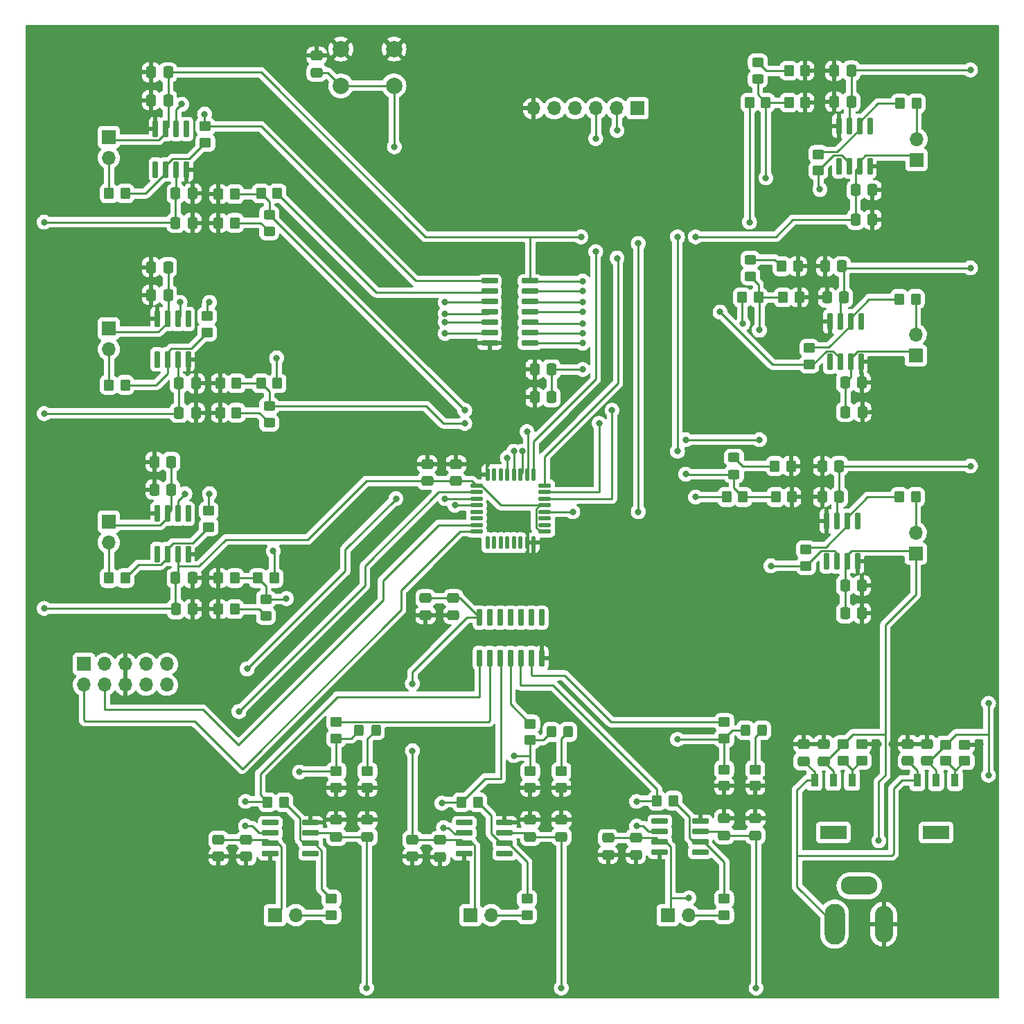
<source format=gbr>
%TF.GenerationSoftware,KiCad,Pcbnew,(6.0.5)*%
%TF.CreationDate,2023-11-06T22:25:59-06:00*%
%TF.ProjectId,ECE395_Digital_Target,45434533-3935-45f4-9469-676974616c5f,rev?*%
%TF.SameCoordinates,Original*%
%TF.FileFunction,Copper,L1,Top*%
%TF.FilePolarity,Positive*%
%FSLAX46Y46*%
G04 Gerber Fmt 4.6, Leading zero omitted, Abs format (unit mm)*
G04 Created by KiCad (PCBNEW (6.0.5)) date 2023-11-06 22:25:59*
%MOMM*%
%LPD*%
G01*
G04 APERTURE LIST*
G04 Aperture macros list*
%AMRoundRect*
0 Rectangle with rounded corners*
0 $1 Rounding radius*
0 $2 $3 $4 $5 $6 $7 $8 $9 X,Y pos of 4 corners*
0 Add a 4 corners polygon primitive as box body*
4,1,4,$2,$3,$4,$5,$6,$7,$8,$9,$2,$3,0*
0 Add four circle primitives for the rounded corners*
1,1,$1+$1,$2,$3*
1,1,$1+$1,$4,$5*
1,1,$1+$1,$6,$7*
1,1,$1+$1,$8,$9*
0 Add four rect primitives between the rounded corners*
20,1,$1+$1,$2,$3,$4,$5,0*
20,1,$1+$1,$4,$5,$6,$7,0*
20,1,$1+$1,$6,$7,$8,$9,0*
20,1,$1+$1,$8,$9,$2,$3,0*%
G04 Aperture macros list end*
%TA.AperFunction,SMDPad,CuDef*%
%ADD10RoundRect,0.250000X0.337500X0.475000X-0.337500X0.475000X-0.337500X-0.475000X0.337500X-0.475000X0*%
%TD*%
%TA.AperFunction,SMDPad,CuDef*%
%ADD11RoundRect,0.250000X0.475000X-0.337500X0.475000X0.337500X-0.475000X0.337500X-0.475000X-0.337500X0*%
%TD*%
%TA.AperFunction,ComponentPad*%
%ADD12R,1.700000X1.700000*%
%TD*%
%TA.AperFunction,ComponentPad*%
%ADD13O,1.700000X1.700000*%
%TD*%
%TA.AperFunction,SMDPad,CuDef*%
%ADD14RoundRect,0.250000X-0.450000X0.325000X-0.450000X-0.325000X0.450000X-0.325000X0.450000X0.325000X0*%
%TD*%
%TA.AperFunction,SMDPad,CuDef*%
%ADD15RoundRect,0.250000X-0.337500X-0.475000X0.337500X-0.475000X0.337500X0.475000X-0.337500X0.475000X0*%
%TD*%
%TA.AperFunction,SMDPad,CuDef*%
%ADD16RoundRect,0.042000X0.943000X0.258000X-0.943000X0.258000X-0.943000X-0.258000X0.943000X-0.258000X0*%
%TD*%
%TA.AperFunction,SMDPad,CuDef*%
%ADD17RoundRect,0.042000X-0.258000X0.943000X-0.258000X-0.943000X0.258000X-0.943000X0.258000X0.943000X0*%
%TD*%
%TA.AperFunction,SMDPad,CuDef*%
%ADD18RoundRect,0.250000X-0.350000X-0.450000X0.350000X-0.450000X0.350000X0.450000X-0.350000X0.450000X0*%
%TD*%
%TA.AperFunction,ComponentPad*%
%ADD19O,2.500000X5.000000*%
%TD*%
%TA.AperFunction,ComponentPad*%
%ADD20O,2.250000X4.500000*%
%TD*%
%TA.AperFunction,ComponentPad*%
%ADD21O,4.500000X2.250000*%
%TD*%
%TA.AperFunction,SMDPad,CuDef*%
%ADD22RoundRect,0.090000X-0.895000X-0.210000X0.895000X-0.210000X0.895000X0.210000X-0.895000X0.210000X0*%
%TD*%
%TA.AperFunction,SMDPad,CuDef*%
%ADD23RoundRect,0.250000X0.450000X-0.350000X0.450000X0.350000X-0.450000X0.350000X-0.450000X-0.350000X0*%
%TD*%
%TA.AperFunction,SMDPad,CuDef*%
%ADD24RoundRect,0.250000X0.350000X0.450000X-0.350000X0.450000X-0.350000X-0.450000X0.350000X-0.450000X0*%
%TD*%
%TA.AperFunction,SMDPad,CuDef*%
%ADD25RoundRect,0.250000X-0.450000X0.350000X-0.450000X-0.350000X0.450000X-0.350000X0.450000X0.350000X0*%
%TD*%
%TA.AperFunction,SMDPad,CuDef*%
%ADD26R,0.914400X1.600200*%
%TD*%
%TA.AperFunction,SMDPad,CuDef*%
%ADD27RoundRect,0.090000X0.210000X-0.895000X0.210000X0.895000X-0.210000X0.895000X-0.210000X-0.895000X0*%
%TD*%
%TA.AperFunction,SMDPad,CuDef*%
%ADD28RoundRect,0.250000X0.325000X0.450000X-0.325000X0.450000X-0.325000X-0.450000X0.325000X-0.450000X0*%
%TD*%
%TA.AperFunction,SMDPad,CuDef*%
%ADD29RoundRect,0.125000X0.625000X0.125000X-0.625000X0.125000X-0.625000X-0.125000X0.625000X-0.125000X0*%
%TD*%
%TA.AperFunction,SMDPad,CuDef*%
%ADD30RoundRect,0.125000X0.125000X0.625000X-0.125000X0.625000X-0.125000X-0.625000X0.125000X-0.625000X0*%
%TD*%
%TA.AperFunction,SMDPad,CuDef*%
%ADD31RoundRect,0.250000X-0.475000X0.337500X-0.475000X-0.337500X0.475000X-0.337500X0.475000X0.337500X0*%
%TD*%
%TA.AperFunction,SMDPad,CuDef*%
%ADD32RoundRect,0.250000X0.450000X-0.325000X0.450000X0.325000X-0.450000X0.325000X-0.450000X-0.325000X0*%
%TD*%
%TA.AperFunction,ComponentPad*%
%ADD33C,2.000000*%
%TD*%
%TA.AperFunction,SMDPad,CuDef*%
%ADD34RoundRect,0.042000X0.258000X-0.943000X0.258000X0.943000X-0.258000X0.943000X-0.258000X-0.943000X0*%
%TD*%
%TA.AperFunction,ViaPad*%
%ADD35C,0.800000*%
%TD*%
%TA.AperFunction,Conductor*%
%ADD36C,0.250000*%
%TD*%
G04 APERTURE END LIST*
%TO.C,CR2*%
G36*
X162000200Y-131200500D02*
G01*
X158799800Y-131200500D01*
X158799800Y-129600300D01*
X162000200Y-129600300D01*
X162000200Y-131200500D01*
G37*
%TO.C,CR1*%
G36*
X149428700Y-131187800D02*
G01*
X146228300Y-131187800D01*
X146228300Y-129587600D01*
X149428700Y-129587600D01*
X149428700Y-131187800D01*
G37*
%TD*%
D10*
%TO.P,C206,1*%
%TO.N,GND*%
X151337500Y-103600000D03*
%TO.P,C206,2*%
%TO.N,6.6V*%
X149262500Y-103600000D03*
%TD*%
D11*
%TO.P,10uF4,1*%
%TO.N,+3V3*%
X159250000Y-121637500D03*
%TO.P,10uF4,2*%
%TO.N,GND*%
X159250000Y-119562500D03*
%TD*%
D12*
%TO.P,S2,1,Pin_1*%
%TO.N,unconnected-(S2-Pad1)*%
X123925000Y-41900000D03*
D13*
%TO.P,S2,2,Pin_2*%
%TO.N,Net-(S2-Pad2)*%
X121385000Y-41900000D03*
%TO.P,S2,3,Pin_3*%
%TO.N,Net-(S2-Pad3)*%
X118845000Y-41900000D03*
%TO.P,S2,4,Pin_4*%
%TO.N,unconnected-(S2-Pad4)*%
X116305000Y-41900000D03*
%TO.P,S2,5,Pin_5*%
%TO.N,unconnected-(S2-Pad5)*%
X113765000Y-41900000D03*
%TO.P,S2,6,Pin_6*%
%TO.N,GND*%
X111225000Y-41900000D03*
%TD*%
D14*
%TO.P,D6,1,K*%
%TO.N,Net-(D6-Pad1)*%
X135700000Y-84575000D03*
%TO.P,D6,2,A*%
%TO.N,Net-(D6-Pad2)*%
X135700000Y-86625000D03*
%TD*%
D15*
%TO.P,C234,1*%
%TO.N,GND*%
X147962500Y-41100000D03*
%TO.P,C234,2*%
%TO.N,+3V3*%
X150037500Y-41100000D03*
%TD*%
D10*
%TO.P,C232,1*%
%TO.N,GND*%
X69937500Y-75500000D03*
%TO.P,C232,2*%
%TO.N,+3V3*%
X67862500Y-75500000D03*
%TD*%
D16*
%TO.P,OP9,1,OFFSET_N1*%
%TO.N,unconnected-(OP9-Pad1)*%
X131570000Y-132805000D03*
%TO.P,OP9,2,IN-*%
%TO.N,Net-(OP9-Pad2)*%
X131570000Y-131535000D03*
%TO.P,OP9,3,IN+*%
%TO.N,+3V3*%
X131570000Y-130265000D03*
%TO.P,OP9,4,GND*%
%TO.N,GND*%
X131570000Y-128995000D03*
%TO.P,OP9,5,OFFSET_N2*%
%TO.N,unconnected-(OP9-Pad5)*%
X126630000Y-128995000D03*
%TO.P,OP9,6,OUT*%
%TO.N,Net-(NOT2-Pad5)*%
X126630000Y-130265000D03*
%TO.P,OP9,7,VDD*%
%TO.N,6.6V*%
X126630000Y-131535000D03*
%TO.P,OP9,8,BIAS_SELECT*%
%TO.N,GND*%
X126630000Y-132805000D03*
%TD*%
D17*
%TO.P,OP4,1,OFFSET_N1*%
%TO.N,unconnected-(OP4-Pad1)*%
X152305000Y-44030000D03*
%TO.P,OP4,2,IN-*%
%TO.N,Net-(OP4-Pad2)*%
X151035000Y-44030000D03*
%TO.P,OP4,3,IN+*%
%TO.N,+3V3*%
X149765000Y-44030000D03*
%TO.P,OP4,4,GND*%
%TO.N,GND*%
X148495000Y-44030000D03*
%TO.P,OP4,5,OFFSET_N2*%
%TO.N,unconnected-(OP4-Pad5)*%
X148495000Y-48970000D03*
%TO.P,OP4,6,OUT*%
%TO.N,Net-(NOT1-Pad13)*%
X149765000Y-48970000D03*
%TO.P,OP4,7,VDD*%
%TO.N,6.6V*%
X151035000Y-48970000D03*
%TO.P,OP4,8,BIAS_SELECT*%
%TO.N,GND*%
X152305000Y-48970000D03*
%TD*%
%TO.P,OP6,1,OFFSET_N1*%
%TO.N,unconnected-(OP6-Pad1)*%
X150805000Y-92330000D03*
%TO.P,OP6,2,IN-*%
%TO.N,Net-(OP6-Pad2)*%
X149535000Y-92330000D03*
%TO.P,OP6,3,IN+*%
%TO.N,+3V3*%
X148265000Y-92330000D03*
%TO.P,OP6,4,GND*%
%TO.N,GND*%
X146995000Y-92330000D03*
%TO.P,OP6,5,OFFSET_N2*%
%TO.N,unconnected-(OP6-Pad5)*%
X146995000Y-97270000D03*
%TO.P,OP6,6,OUT*%
%TO.N,Net-(NOT1-Pad9)*%
X148265000Y-97270000D03*
%TO.P,OP6,7,VDD*%
%TO.N,6.6V*%
X149535000Y-97270000D03*
%TO.P,OP6,8,BIAS_SELECT*%
%TO.N,GND*%
X150805000Y-97270000D03*
%TD*%
D15*
%TO.P,C212,1*%
%TO.N,GND*%
X64462500Y-64700000D03*
%TO.P,C212,2*%
%TO.N,6.6V*%
X66537500Y-64700000D03*
%TD*%
D11*
%TO.P,10uF1,1*%
%TO.N,+12V*%
X144200000Y-121687500D03*
%TO.P,10uF1,2*%
%TO.N,GND*%
X144200000Y-119612500D03*
%TD*%
D15*
%TO.P,C235,1*%
%TO.N,GND*%
X147062500Y-65000000D03*
%TO.P,C235,2*%
%TO.N,+3V3*%
X149137500Y-65000000D03*
%TD*%
D18*
%TO.P,R4,1*%
%TO.N,Net-(NOT1-Pad12)*%
X137600000Y-41200000D03*
%TO.P,R4,2*%
%TO.N,Net-(D4-Pad2)*%
X139600000Y-41200000D03*
%TD*%
D19*
%TO.P,J0,1*%
%TO.N,+12V*%
X148000000Y-141600000D03*
D20*
%TO.P,J0,2*%
%TO.N,GND*%
X154000000Y-141600000D03*
D21*
%TO.P,J0,3*%
%TO.N,unconnected-(J0-Pad3)*%
X151000000Y-136900000D03*
%TD*%
D11*
%TO.P,C218,1*%
%TO.N,GND*%
X99800000Y-133375000D03*
%TO.P,C218,2*%
%TO.N,6.6V*%
X99800000Y-131300000D03*
%TD*%
D22*
%TO.P,NOT1,1,1A*%
%TO.N,Net-(NOT1-Pad1)*%
X105825000Y-62990000D03*
%TO.P,NOT1,2,1Y*%
%TO.N,Net-(NOT1-Pad2)*%
X105825000Y-64260000D03*
%TO.P,NOT1,3,2A*%
%TO.N,Net-(NOT1-Pad3)*%
X105825000Y-65530000D03*
%TO.P,NOT1,4,2Y*%
%TO.N,Net-(NOT1-Pad4)*%
X105825000Y-66800000D03*
%TO.P,NOT1,5,3A*%
%TO.N,Net-(NOT1-Pad5)*%
X105825000Y-68070000D03*
%TO.P,NOT1,6,3Y*%
%TO.N,Net-(NOT1-Pad6)*%
X105825000Y-69340000D03*
%TO.P,NOT1,7,GND*%
%TO.N,GND*%
X105825000Y-70610000D03*
%TO.P,NOT1,8,4Y*%
%TO.N,Net-(NOT1-Pad8)*%
X110775000Y-70610000D03*
%TO.P,NOT1,9,4A*%
%TO.N,Net-(NOT1-Pad9)*%
X110775000Y-69340000D03*
%TO.P,NOT1,10,5Y*%
%TO.N,Net-(NOT1-Pad10)*%
X110775000Y-68070000D03*
%TO.P,NOT1,11,5A*%
%TO.N,Net-(NOT1-Pad11)*%
X110775000Y-66800000D03*
%TO.P,NOT1,12,6Y*%
%TO.N,Net-(NOT1-Pad12)*%
X110775000Y-65530000D03*
%TO.P,NOT1,13,6A*%
%TO.N,Net-(NOT1-Pad13)*%
X110775000Y-64260000D03*
%TO.P,NOT1,14,VCC*%
%TO.N,6.6V*%
X110775000Y-62990000D03*
%TD*%
D10*
%TO.P,C205,1*%
%TO.N,GND*%
X151375000Y-79000000D03*
%TO.P,C205,2*%
%TO.N,6.6V*%
X149300000Y-79000000D03*
%TD*%
D23*
%TO.P,R22,1*%
%TO.N,Net-(OP2-Pad2)*%
X71300000Y-69300000D03*
%TO.P,R22,2*%
%TO.N,Net-(NOT1-Pad3)*%
X71300000Y-67300000D03*
%TD*%
D24*
%TO.P,R35,1*%
%TO.N,Net-(J5-Pad2)*%
X157900000Y-65200000D03*
%TO.P,R35,2*%
%TO.N,Net-(OP5-Pad2)*%
X155900000Y-65200000D03*
%TD*%
%TO.P,R29,1*%
%TO.N,Net-(OP9-Pad2)*%
X128300000Y-126500000D03*
%TO.P,R29,2*%
%TO.N,Net-(NOT2-Pad5)*%
X126300000Y-126500000D03*
%TD*%
D18*
%TO.P,R11,1*%
%TO.N,GND*%
X72700000Y-52380000D03*
%TO.P,R11,2*%
%TO.N,Net-(D1-Pad2)*%
X74700000Y-52380000D03*
%TD*%
D10*
%TO.P,C215,1*%
%TO.N,GND*%
X151337500Y-75400000D03*
%TO.P,C215,2*%
%TO.N,6.6V*%
X149262500Y-75400000D03*
%TD*%
%TO.P,C204,1*%
%TO.N,GND*%
X152637500Y-55500000D03*
%TO.P,C204,2*%
%TO.N,6.6V*%
X150562500Y-55500000D03*
%TD*%
D18*
%TO.P,R33,1*%
%TO.N,Net-(J3-Pad2)*%
X59300000Y-99300000D03*
%TO.P,R33,2*%
%TO.N,Net-(OP3-Pad2)*%
X61300000Y-99300000D03*
%TD*%
D11*
%TO.P,C241,1*%
%TO.N,GND*%
X98000000Y-103837500D03*
%TO.P,C241,2*%
%TO.N,6.6V*%
X98000000Y-101762500D03*
%TD*%
D23*
%TO.P,R21,1*%
%TO.N,Net-(OP1-Pad2)*%
X71100000Y-46100000D03*
%TO.P,R21,2*%
%TO.N,Net-(NOT1-Pad1)*%
X71100000Y-44100000D03*
%TD*%
D25*
%TO.P,R24,1*%
%TO.N,Net-(OP4-Pad2)*%
X146000000Y-47500000D03*
%TO.P,R24,2*%
%TO.N,Net-(NOT1-Pad13)*%
X146000000Y-49500000D03*
%TD*%
D18*
%TO.P,R5,1*%
%TO.N,Net-(NOT1-Pad10)*%
X136700000Y-65000000D03*
%TO.P,R5,2*%
%TO.N,Net-(D5-Pad2)*%
X138700000Y-65000000D03*
%TD*%
D25*
%TO.P,R25,1*%
%TO.N,Net-(OP5-Pad2)*%
X144900000Y-71200000D03*
%TO.P,R25,2*%
%TO.N,Net-(NOT1-Pad11)*%
X144900000Y-73200000D03*
%TD*%
D15*
%TO.P,C203,1*%
%TO.N,GND*%
X64862500Y-85100000D03*
%TO.P,C203,2*%
%TO.N,6.6V*%
X66937500Y-85100000D03*
%TD*%
D18*
%TO.P,R13,1*%
%TO.N,GND*%
X72700000Y-99300000D03*
%TO.P,R13,2*%
%TO.N,Net-(D3-Pad2)*%
X74700000Y-99300000D03*
%TD*%
D16*
%TO.P,OP8,1,OFFSET_N1*%
%TO.N,unconnected-(OP8-Pad1)*%
X107670000Y-133005000D03*
%TO.P,OP8,2,IN-*%
%TO.N,Net-(OP8-Pad2)*%
X107670000Y-131735000D03*
%TO.P,OP8,3,IN+*%
%TO.N,+3V3*%
X107670000Y-130465000D03*
%TO.P,OP8,4,GND*%
%TO.N,GND*%
X107670000Y-129195000D03*
%TO.P,OP8,5,OFFSET_N2*%
%TO.N,unconnected-(OP8-Pad5)*%
X102730000Y-129195000D03*
%TO.P,OP8,6,OUT*%
%TO.N,Net-(NOT2-Pad3)*%
X102730000Y-130465000D03*
%TO.P,OP8,7,VDD*%
%TO.N,6.6V*%
X102730000Y-131735000D03*
%TO.P,OP8,8,BIAS_SELECT*%
%TO.N,GND*%
X102730000Y-133005000D03*
%TD*%
D26*
%TO.P,CR2,1,ADJ/GND*%
%TO.N,Net-(CR2-Pad1)*%
X162700000Y-123999600D03*
%TO.P,CR2,2,VOUT*%
%TO.N,+3V3*%
X160400000Y-123999600D03*
%TO.P,CR2,3,VIN*%
%TO.N,+12V*%
X158100000Y-123999600D03*
%TD*%
D15*
%TO.P,C225,1*%
%TO.N,GND*%
X146825000Y-61200000D03*
%TO.P,C225,2*%
%TO.N,+3V3*%
X148900000Y-61200000D03*
%TD*%
D10*
%TO.P,C214,1*%
%TO.N,GND*%
X152637500Y-51900000D03*
%TO.P,C214,2*%
%TO.N,6.6V*%
X150562500Y-51900000D03*
%TD*%
%TO.P,C233,1*%
%TO.N,GND*%
X69537500Y-99300000D03*
%TO.P,C233,2*%
%TO.N,+3V3*%
X67462500Y-99300000D03*
%TD*%
D25*
%TO.P,R101,1*%
%TO.N,+3V3*%
X161600000Y-119650000D03*
%TO.P,R101,2*%
%TO.N,Net-(CR2-Pad1)*%
X161600000Y-121650000D03*
%TD*%
D11*
%TO.P,C217,1*%
%TO.N,GND*%
X76100000Y-133337500D03*
%TO.P,C217,2*%
%TO.N,6.6V*%
X76100000Y-131262500D03*
%TD*%
%TO.P,C208,1*%
%TO.N,GND*%
X96400000Y-133337500D03*
%TO.P,C208,2*%
%TO.N,6.6V*%
X96400000Y-131262500D03*
%TD*%
D15*
%TO.P,C211,1*%
%TO.N,GND*%
X64462500Y-40900000D03*
%TO.P,C211,2*%
%TO.N,6.6V*%
X66537500Y-40900000D03*
%TD*%
D23*
%TO.P,R9,1*%
%TO.N,Net-(D9-Pad2)*%
X134500000Y-118900000D03*
%TO.P,R9,2*%
%TO.N,Net-(NOT2-Pad6)*%
X134500000Y-116900000D03*
%TD*%
D15*
%TO.P,C224,1*%
%TO.N,GND*%
X147962500Y-37300000D03*
%TO.P,C224,2*%
%TO.N,+3V3*%
X150037500Y-37300000D03*
%TD*%
D23*
%TO.P,R49,1*%
%TO.N,GND*%
X138300000Y-124700000D03*
%TO.P,R49,2*%
%TO.N,Net-(D9-Pad1)*%
X138300000Y-122700000D03*
%TD*%
D15*
%TO.P,C202,1*%
%TO.N,GND*%
X64462500Y-61300000D03*
%TO.P,C202,2*%
%TO.N,6.6V*%
X66537500Y-61300000D03*
%TD*%
D12*
%TO.P,J1,1,Pin_1*%
%TO.N,6.6V*%
X59300000Y-45400000D03*
D13*
%TO.P,J1,2,Pin_2*%
%TO.N,Net-(J1-Pad2)*%
X59300000Y-47940000D03*
%TD*%
D12*
%TO.P,J7,1,Pin_1*%
%TO.N,6.6V*%
X79600000Y-140500000D03*
D13*
%TO.P,J7,2,Pin_2*%
%TO.N,Net-(J7-Pad2)*%
X82140000Y-140500000D03*
%TD*%
D26*
%TO.P,CR1,1,ADJ/GND*%
%TO.N,Net-(CR1-Pad1)*%
X150128500Y-123986900D03*
%TO.P,CR1,2,VOUT*%
%TO.N,6.6V*%
X147828500Y-123986900D03*
%TO.P,CR1,3,VIN*%
%TO.N,+12V*%
X145528500Y-123986900D03*
%TD*%
D15*
%TO.P,C236,1*%
%TO.N,GND*%
X146462500Y-89400000D03*
%TO.P,C236,2*%
%TO.N,+3V3*%
X148537500Y-89400000D03*
%TD*%
D11*
%TO.P,C207,1*%
%TO.N,GND*%
X72700000Y-133337500D03*
%TO.P,C207,2*%
%TO.N,6.6V*%
X72700000Y-131262500D03*
%TD*%
D18*
%TO.P,R42,1*%
%TO.N,GND*%
X72900000Y-79100000D03*
%TO.P,R42,2*%
%TO.N,Net-(D2-Pad1)*%
X74900000Y-79100000D03*
%TD*%
D23*
%TO.P,R18,1*%
%TO.N,GND*%
X110800000Y-124900000D03*
%TO.P,R18,2*%
%TO.N,Net-(D8-Pad2)*%
X110800000Y-122900000D03*
%TD*%
D12*
%TO.P,J4,1,Pin_1*%
%TO.N,6.6V*%
X158000000Y-48200000D03*
D13*
%TO.P,J4,2,Pin_2*%
%TO.N,Net-(J4-Pad2)*%
X158000000Y-45660000D03*
%TD*%
D11*
%TO.P,C300,1*%
%TO.N,Net-(C300-Pad1)*%
X84700000Y-37537500D03*
%TO.P,C300,2*%
%TO.N,GND*%
X84700000Y-35462500D03*
%TD*%
D24*
%TO.P,R27,1*%
%TO.N,Net-(OP7-Pad2)*%
X80700000Y-126700000D03*
%TO.P,R27,2*%
%TO.N,Net-(NOT2-Pad1)*%
X78700000Y-126700000D03*
%TD*%
D14*
%TO.P,D5,1,K*%
%TO.N,Net-(D5-Pad1)*%
X137700000Y-60375000D03*
%TO.P,D5,2,A*%
%TO.N,Net-(D5-Pad2)*%
X137700000Y-62425000D03*
%TD*%
D10*
%TO.P,C223,1*%
%TO.N,GND*%
X69575000Y-103100000D03*
%TO.P,C223,2*%
%TO.N,+3V3*%
X67500000Y-103100000D03*
%TD*%
D27*
%TO.P,NOT2,1,1A*%
%TO.N,Net-(NOT2-Pad1)*%
X104590000Y-109075000D03*
%TO.P,NOT2,2,1Y*%
%TO.N,Net-(NOT2-Pad2)*%
X105860000Y-109075000D03*
%TO.P,NOT2,3,2A*%
%TO.N,Net-(NOT2-Pad3)*%
X107130000Y-109075000D03*
%TO.P,NOT2,4,2Y*%
%TO.N,Net-(NOT2-Pad4)*%
X108400000Y-109075000D03*
%TO.P,NOT2,5,3A*%
%TO.N,Net-(NOT2-Pad5)*%
X109670000Y-109075000D03*
%TO.P,NOT2,6,3Y*%
%TO.N,Net-(NOT2-Pad6)*%
X110940000Y-109075000D03*
%TO.P,NOT2,7,GND*%
%TO.N,GND*%
X112210000Y-109075000D03*
%TO.P,NOT2,8,4Y*%
%TO.N,unconnected-(NOT2-Pad8)*%
X112210000Y-104125000D03*
%TO.P,NOT2,9,4A*%
%TO.N,unconnected-(NOT2-Pad9)*%
X110940000Y-104125000D03*
%TO.P,NOT2,10,5Y*%
%TO.N,unconnected-(NOT2-Pad10)*%
X109670000Y-104125000D03*
%TO.P,NOT2,11,5A*%
%TO.N,unconnected-(NOT2-Pad11)*%
X108400000Y-104125000D03*
%TO.P,NOT2,12,6Y*%
%TO.N,unconnected-(NOT2-Pad12)*%
X107130000Y-104125000D03*
%TO.P,NOT2,13,6A*%
%TO.N,unconnected-(NOT2-Pad13)*%
X105860000Y-104125000D03*
%TO.P,NOT2,14,VCC*%
%TO.N,6.6V*%
X104590000Y-104125000D03*
%TD*%
D10*
%TO.P,C216,1*%
%TO.N,GND*%
X151337500Y-100200000D03*
%TO.P,C216,2*%
%TO.N,6.6V*%
X149262500Y-100200000D03*
%TD*%
D12*
%TO.P,J5,1,Pin_1*%
%TO.N,6.6V*%
X157900000Y-72100000D03*
D13*
%TO.P,J5,2,Pin_2*%
%TO.N,Net-(J5-Pad2)*%
X157900000Y-69560000D03*
%TD*%
D18*
%TO.P,R6,1*%
%TO.N,Net-(NOT1-Pad8)*%
X134800000Y-89400000D03*
%TO.P,R6,2*%
%TO.N,Net-(D6-Pad2)*%
X136800000Y-89400000D03*
%TD*%
D15*
%TO.P,C213,1*%
%TO.N,GND*%
X64862500Y-88500000D03*
%TO.P,C213,2*%
%TO.N,6.6V*%
X66937500Y-88500000D03*
%TD*%
%TO.P,C226,1*%
%TO.N,GND*%
X146462500Y-85600000D03*
%TO.P,C226,2*%
%TO.N,+3V3*%
X148537500Y-85600000D03*
%TD*%
D10*
%TO.P,C221,1*%
%TO.N,GND*%
X69537500Y-55900000D03*
%TO.P,C221,2*%
%TO.N,+3V3*%
X67462500Y-55900000D03*
%TD*%
D24*
%TO.P,R46,1*%
%TO.N,GND*%
X142700000Y-85600000D03*
%TO.P,R46,2*%
%TO.N,Net-(D6-Pad1)*%
X140700000Y-85600000D03*
%TD*%
D12*
%TO.P,S1,1,Pin_1*%
%TO.N,unconnected-(S1-Pad1)*%
X56260000Y-109800000D03*
D13*
%TO.P,S1,2,Pin_2*%
%TO.N,Net-(S1-Pad2)*%
X56260000Y-112340000D03*
%TO.P,S1,3,Pin_3*%
%TO.N,unconnected-(S1-Pad3)*%
X58800000Y-109800000D03*
%TO.P,S1,4,Pin_4*%
%TO.N,Net-(S1-Pad4)*%
X58800000Y-112340000D03*
%TO.P,S1,5,Pin_5*%
%TO.N,GND*%
X61340000Y-109800000D03*
%TO.P,S1,6,Pin_6*%
X61340000Y-112340000D03*
%TO.P,S1,7,Pin_7*%
%TO.N,unconnected-(S1-Pad7)*%
X63880000Y-109800000D03*
%TO.P,S1,8,Pin_8*%
%TO.N,unconnected-(S1-Pad8)*%
X63880000Y-112340000D03*
%TO.P,S1,9,Pin_9*%
%TO.N,unconnected-(S1-Pad9)*%
X66420000Y-109800000D03*
%TO.P,S1,10,Pin_10*%
%TO.N,unconnected-(S1-Pad10)*%
X66420000Y-112340000D03*
%TD*%
D23*
%TO.P,R7,1*%
%TO.N,Net-(D7-Pad2)*%
X87100000Y-118900000D03*
%TO.P,R7,2*%
%TO.N,Net-(NOT2-Pad2)*%
X87100000Y-116900000D03*
%TD*%
D14*
%TO.P,D4,1,K*%
%TO.N,Net-(D4-Pad1)*%
X138600000Y-36275000D03*
%TO.P,D4,2,A*%
%TO.N,Net-(D4-Pad2)*%
X138600000Y-38325000D03*
%TD*%
D12*
%TO.P,J9,1,Pin_1*%
%TO.N,6.6V*%
X127600000Y-140500000D03*
D13*
%TO.P,J9,2,Pin_2*%
%TO.N,Net-(J9-Pad2)*%
X130140000Y-140500000D03*
%TD*%
D16*
%TO.P,OP7,1,OFFSET_N1*%
%TO.N,unconnected-(OP7-Pad1)*%
X83970000Y-133005000D03*
%TO.P,OP7,2,IN-*%
%TO.N,Net-(OP7-Pad2)*%
X83970000Y-131735000D03*
%TO.P,OP7,3,IN+*%
%TO.N,+3V3*%
X83970000Y-130465000D03*
%TO.P,OP7,4,GND*%
%TO.N,GND*%
X83970000Y-129195000D03*
%TO.P,OP7,5,OFFSET_N2*%
%TO.N,unconnected-(OP7-Pad5)*%
X79030000Y-129195000D03*
%TO.P,OP7,6,OUT*%
%TO.N,Net-(NOT2-Pad1)*%
X79030000Y-130465000D03*
%TO.P,OP7,7,VDD*%
%TO.N,6.6V*%
X79030000Y-131735000D03*
%TO.P,OP7,8,BIAS_SELECT*%
%TO.N,GND*%
X79030000Y-133005000D03*
%TD*%
D18*
%TO.P,R43,1*%
%TO.N,GND*%
X72700000Y-103100000D03*
%TO.P,R43,2*%
%TO.N,Net-(D3-Pad1)*%
X74700000Y-103100000D03*
%TD*%
%TO.P,R14,1*%
%TO.N,Net-(D4-Pad2)*%
X142400000Y-41200000D03*
%TO.P,R14,2*%
%TO.N,GND*%
X144400000Y-41200000D03*
%TD*%
D28*
%TO.P,D7,1,K*%
%TO.N,Net-(D7-Pad1)*%
X91950000Y-117900000D03*
%TO.P,D7,2,A*%
%TO.N,Net-(D7-Pad2)*%
X89900000Y-117900000D03*
%TD*%
D18*
%TO.P,R31,1*%
%TO.N,Net-(J1-Pad2)*%
X59300000Y-52300000D03*
%TO.P,R31,2*%
%TO.N,Net-(OP1-Pad2)*%
X61300000Y-52300000D03*
%TD*%
D23*
%TO.P,R48,1*%
%TO.N,GND*%
X114600000Y-124900000D03*
%TO.P,R48,2*%
%TO.N,Net-(D8-Pad1)*%
X114600000Y-122900000D03*
%TD*%
D29*
%TO.P,U1,1,VDD*%
%TO.N,+3V3*%
X112575000Y-93600000D03*
%TO.P,U1,2,PC14*%
%TO.N,unconnected-(U1-Pad2)*%
X112575000Y-92800000D03*
%TO.P,U1,3,PC15*%
%TO.N,unconnected-(U1-Pad3)*%
X112575000Y-92000000D03*
%TO.P,U1,4,NRST*%
%TO.N,Net-(C300-Pad1)*%
X112575000Y-91200000D03*
%TO.P,U1,5,VDDA*%
%TO.N,+3V3*%
X112575000Y-90400000D03*
%TO.P,U1,6,PA0*%
%TO.N,Net-(D1-Pad2)*%
X112575000Y-89600000D03*
%TO.P,U1,7,PA1*%
%TO.N,Net-(D2-Pad2)*%
X112575000Y-88800000D03*
%TO.P,U1,8,PA2*%
%TO.N,Net-(S2-Pad2)*%
X112575000Y-88000000D03*
D30*
%TO.P,U1,9,PA3*%
%TO.N,Net-(S2-Pad3)*%
X111200000Y-86625000D03*
%TO.P,U1,10,PA4*%
%TO.N,Net-(D3-Pad2)*%
X110400000Y-86625000D03*
%TO.P,U1,11,PA5*%
%TO.N,Net-(D4-Pad2)*%
X109600000Y-86625000D03*
%TO.P,U1,12,PA6*%
%TO.N,Net-(D5-Pad2)*%
X108800000Y-86625000D03*
%TO.P,U1,13,PA7*%
%TO.N,Net-(D6-Pad2)*%
X108000000Y-86625000D03*
%TO.P,U1,14,PB0*%
%TO.N,unconnected-(U1-Pad14)*%
X107200000Y-86625000D03*
%TO.P,U1,15,PB1*%
%TO.N,unconnected-(U1-Pad15)*%
X106400000Y-86625000D03*
%TO.P,U1,16,VSS*%
%TO.N,GND*%
X105600000Y-86625000D03*
D29*
%TO.P,U1,17,VDD*%
%TO.N,+3V3*%
X104225000Y-88000000D03*
%TO.P,U1,18,PA8*%
%TO.N,Net-(D7-Pad2)*%
X104225000Y-88800000D03*
%TO.P,U1,19,PA9*%
%TO.N,Net-(D8-Pad2)*%
X104225000Y-89600000D03*
%TO.P,U1,20,PA10*%
%TO.N,Net-(D9-Pad2)*%
X104225000Y-90400000D03*
%TO.P,U1,21,PA11*%
%TO.N,unconnected-(U1-Pad21)*%
X104225000Y-91200000D03*
%TO.P,U1,22,PA12*%
%TO.N,unconnected-(U1-Pad22)*%
X104225000Y-92000000D03*
%TO.P,U1,23,PA13*%
%TO.N,Net-(S1-Pad4)*%
X104225000Y-92800000D03*
%TO.P,U1,24,PA14*%
%TO.N,Net-(S1-Pad2)*%
X104225000Y-93600000D03*
D30*
%TO.P,U1,25,PA15*%
%TO.N,unconnected-(U1-Pad25)*%
X105600000Y-94975000D03*
%TO.P,U1,26,PB3*%
%TO.N,unconnected-(U1-Pad26)*%
X106400000Y-94975000D03*
%TO.P,U1,27,PB4*%
%TO.N,unconnected-(U1-Pad27)*%
X107200000Y-94975000D03*
%TO.P,U1,28,PB5*%
%TO.N,unconnected-(U1-Pad28)*%
X108000000Y-94975000D03*
%TO.P,U1,29,PB6*%
%TO.N,unconnected-(U1-Pad29)*%
X108800000Y-94975000D03*
%TO.P,U1,30,PB7*%
%TO.N,unconnected-(U1-Pad30)*%
X109600000Y-94975000D03*
%TO.P,U1,31,BOOT0*%
%TO.N,GND*%
X110400000Y-94975000D03*
%TO.P,U1,32,VSS*%
X111200000Y-94975000D03*
%TD*%
D31*
%TO.P,C229,1*%
%TO.N,GND*%
X138300000Y-128662500D03*
%TO.P,C229,2*%
%TO.N,+3V3*%
X138300000Y-130737500D03*
%TD*%
D15*
%TO.P,C250,1*%
%TO.N,GND*%
X111325000Y-77200000D03*
%TO.P,C250,2*%
%TO.N,6.6V*%
X113400000Y-77200000D03*
%TD*%
D11*
%TO.P,C219,1*%
%TO.N,GND*%
X123700000Y-133137500D03*
%TO.P,C219,2*%
%TO.N,6.6V*%
X123700000Y-131062500D03*
%TD*%
D23*
%TO.P,R39,1*%
%TO.N,Net-(J9-Pad2)*%
X134500000Y-140500000D03*
%TO.P,R39,2*%
%TO.N,Net-(OP9-Pad2)*%
X134500000Y-138500000D03*
%TD*%
D18*
%TO.P,R16,1*%
%TO.N,Net-(D6-Pad2)*%
X140800000Y-89400000D03*
%TO.P,R16,2*%
%TO.N,GND*%
X142800000Y-89400000D03*
%TD*%
D15*
%TO.P,C201,1*%
%TO.N,GND*%
X64462500Y-37500000D03*
%TO.P,C201,2*%
%TO.N,6.6V*%
X66537500Y-37500000D03*
%TD*%
D31*
%TO.P,C242,1*%
%TO.N,GND*%
X98200000Y-85362500D03*
%TO.P,C242,2*%
%TO.N,+3V3*%
X98200000Y-87437500D03*
%TD*%
%TO.P,C237,1*%
%TO.N,GND*%
X87100000Y-128862500D03*
%TO.P,C237,2*%
%TO.N,+3V3*%
X87100000Y-130937500D03*
%TD*%
D28*
%TO.P,D9,1,K*%
%TO.N,Net-(D9-Pad1)*%
X139125000Y-117900000D03*
%TO.P,D9,2,A*%
%TO.N,Net-(D9-Pad2)*%
X137075000Y-117900000D03*
%TD*%
D18*
%TO.P,R12,1*%
%TO.N,GND*%
X72900000Y-75500000D03*
%TO.P,R12,2*%
%TO.N,Net-(D2-Pad2)*%
X74900000Y-75500000D03*
%TD*%
%TO.P,R2,1*%
%TO.N,Net-(D2-Pad2)*%
X77900000Y-75500000D03*
%TO.P,R2,2*%
%TO.N,Net-(NOT1-Pad4)*%
X79900000Y-75500000D03*
%TD*%
D12*
%TO.P,J6,1,Pin_1*%
%TO.N,6.6V*%
X157900000Y-96300000D03*
D13*
%TO.P,J6,2,Pin_2*%
%TO.N,Net-(J6-Pad2)*%
X157900000Y-93760000D03*
%TD*%
D11*
%TO.P,10uF2,1*%
%TO.N,+12V*%
X156950000Y-121637500D03*
%TO.P,10uF2,2*%
%TO.N,GND*%
X156950000Y-119562500D03*
%TD*%
D23*
%TO.P,R23,1*%
%TO.N,Net-(OP3-Pad2)*%
X71500000Y-93100000D03*
%TO.P,R23,2*%
%TO.N,Net-(NOT1-Pad5)*%
X71500000Y-91100000D03*
%TD*%
D18*
%TO.P,R1,1*%
%TO.N,Net-(D1-Pad2)*%
X77900000Y-52300000D03*
%TO.P,R1,2*%
%TO.N,Net-(NOT1-Pad2)*%
X79900000Y-52300000D03*
%TD*%
D23*
%TO.P,R17,1*%
%TO.N,GND*%
X87100000Y-124900000D03*
%TO.P,R17,2*%
%TO.N,Net-(D7-Pad2)*%
X87100000Y-122900000D03*
%TD*%
D18*
%TO.P,R41,1*%
%TO.N,GND*%
X72700000Y-55900000D03*
%TO.P,R41,2*%
%TO.N,Net-(D1-Pad1)*%
X74700000Y-55900000D03*
%TD*%
D12*
%TO.P,J8,1,Pin_1*%
%TO.N,6.6V*%
X103500000Y-140500000D03*
D13*
%TO.P,J8,2,Pin_2*%
%TO.N,Net-(J8-Pad2)*%
X106040000Y-140500000D03*
%TD*%
D32*
%TO.P,D2,1,K*%
%TO.N,Net-(D2-Pad1)*%
X78900000Y-80325000D03*
%TO.P,D2,2,A*%
%TO.N,Net-(D2-Pad2)*%
X78900000Y-78275000D03*
%TD*%
D31*
%TO.P,C238,1*%
%TO.N,GND*%
X110800000Y-128862500D03*
%TO.P,C238,2*%
%TO.N,+3V3*%
X110800000Y-130937500D03*
%TD*%
D11*
%TO.P,C251,1*%
%TO.N,GND*%
X101400000Y-103837500D03*
%TO.P,C251,2*%
%TO.N,6.6V*%
X101400000Y-101762500D03*
%TD*%
D18*
%TO.P,R3,1*%
%TO.N,Net-(D3-Pad2)*%
X77500000Y-99300000D03*
%TO.P,R3,2*%
%TO.N,Net-(NOT1-Pad6)*%
X79500000Y-99300000D03*
%TD*%
D33*
%TO.P,SW1,1,1*%
%TO.N,GND*%
X87650000Y-34650000D03*
X94150000Y-34650000D03*
%TO.P,SW1,2,2*%
%TO.N,Net-(C300-Pad1)*%
X94150000Y-39150000D03*
X87650000Y-39150000D03*
%TD*%
D10*
%TO.P,C222,1*%
%TO.N,GND*%
X69937500Y-79100000D03*
%TO.P,C222,2*%
%TO.N,+3V3*%
X67862500Y-79100000D03*
%TD*%
D11*
%TO.P,10uF3,1*%
%TO.N,6.6V*%
X146650000Y-121687500D03*
%TO.P,10uF3,2*%
%TO.N,GND*%
X146650000Y-119612500D03*
%TD*%
D23*
%TO.P,R47,1*%
%TO.N,GND*%
X90900000Y-124900000D03*
%TO.P,R47,2*%
%TO.N,Net-(D7-Pad1)*%
X90900000Y-122900000D03*
%TD*%
D24*
%TO.P,R44,1*%
%TO.N,GND*%
X144400000Y-37300000D03*
%TO.P,R44,2*%
%TO.N,Net-(D4-Pad1)*%
X142400000Y-37300000D03*
%TD*%
D34*
%TO.P,OP2,1,OFFSET_N1*%
%TO.N,unconnected-(OP2-Pad1)*%
X65195000Y-72570000D03*
%TO.P,OP2,2,IN-*%
%TO.N,Net-(OP2-Pad2)*%
X66465000Y-72570000D03*
%TO.P,OP2,3,IN+*%
%TO.N,+3V3*%
X67735000Y-72570000D03*
%TO.P,OP2,4,GND*%
%TO.N,GND*%
X69005000Y-72570000D03*
%TO.P,OP2,5,OFFSET_N2*%
%TO.N,unconnected-(OP2-Pad5)*%
X69005000Y-67630000D03*
%TO.P,OP2,6,OUT*%
%TO.N,Net-(NOT1-Pad3)*%
X67735000Y-67630000D03*
%TO.P,OP2,7,VDD*%
%TO.N,6.6V*%
X66465000Y-67630000D03*
%TO.P,OP2,8,BIAS_SELECT*%
%TO.N,GND*%
X65195000Y-67630000D03*
%TD*%
D18*
%TO.P,R32,1*%
%TO.N,Net-(J2-Pad2)*%
X59300000Y-75700000D03*
%TO.P,R32,2*%
%TO.N,Net-(OP2-Pad2)*%
X61300000Y-75700000D03*
%TD*%
D31*
%TO.P,C239,1*%
%TO.N,GND*%
X134500000Y-128662500D03*
%TO.P,C239,2*%
%TO.N,+3V3*%
X134500000Y-130737500D03*
%TD*%
D23*
%TO.P,R37,1*%
%TO.N,Net-(J7-Pad2)*%
X86500000Y-140500000D03*
%TO.P,R37,2*%
%TO.N,Net-(OP7-Pad2)*%
X86500000Y-138500000D03*
%TD*%
D11*
%TO.P,C209,1*%
%TO.N,GND*%
X120300000Y-133137500D03*
%TO.P,C209,2*%
%TO.N,6.6V*%
X120300000Y-131062500D03*
%TD*%
D31*
%TO.P,C228,1*%
%TO.N,GND*%
X114600000Y-128825000D03*
%TO.P,C228,2*%
%TO.N,+3V3*%
X114600000Y-130900000D03*
%TD*%
D23*
%TO.P,R19,1*%
%TO.N,GND*%
X134500000Y-124700000D03*
%TO.P,R19,2*%
%TO.N,Net-(D9-Pad2)*%
X134500000Y-122700000D03*
%TD*%
D31*
%TO.P,C252,1*%
%TO.N,GND*%
X101725000Y-85362500D03*
%TO.P,C252,2*%
%TO.N,+3V3*%
X101725000Y-87437500D03*
%TD*%
%TO.P,C227,1*%
%TO.N,GND*%
X90900000Y-128862500D03*
%TO.P,C227,2*%
%TO.N,+3V3*%
X90900000Y-130937500D03*
%TD*%
D23*
%TO.P,R8,1*%
%TO.N,Net-(D8-Pad2)*%
X110800000Y-119100000D03*
%TO.P,R8,2*%
%TO.N,Net-(NOT2-Pad4)*%
X110800000Y-117100000D03*
%TD*%
D18*
%TO.P,R15,1*%
%TO.N,Net-(D5-Pad2)*%
X141700000Y-65000000D03*
%TO.P,R15,2*%
%TO.N,GND*%
X143700000Y-65000000D03*
%TD*%
D28*
%TO.P,D8,1,K*%
%TO.N,Net-(D8-Pad1)*%
X115425000Y-118100000D03*
%TO.P,D8,2,A*%
%TO.N,Net-(D8-Pad2)*%
X113375000Y-118100000D03*
%TD*%
D25*
%TO.P,R100,1*%
%TO.N,6.6V*%
X149000000Y-119600000D03*
%TO.P,R100,2*%
%TO.N,Net-(CR1-Pad1)*%
X149000000Y-121600000D03*
%TD*%
D32*
%TO.P,D3,1,K*%
%TO.N,Net-(D3-Pad1)*%
X78500000Y-103925000D03*
%TO.P,D3,2,A*%
%TO.N,Net-(D3-Pad2)*%
X78500000Y-101875000D03*
%TD*%
D34*
%TO.P,OP1,1,OFFSET_N1*%
%TO.N,unconnected-(OP1-Pad1)*%
X64995000Y-49370000D03*
%TO.P,OP1,2,IN-*%
%TO.N,Net-(OP1-Pad2)*%
X66265000Y-49370000D03*
%TO.P,OP1,3,IN+*%
%TO.N,+3V3*%
X67535000Y-49370000D03*
%TO.P,OP1,4,GND*%
%TO.N,GND*%
X68805000Y-49370000D03*
%TO.P,OP1,5,OFFSET_N2*%
%TO.N,unconnected-(OP1-Pad5)*%
X68805000Y-44430000D03*
%TO.P,OP1,6,OUT*%
%TO.N,Net-(NOT1-Pad1)*%
X67535000Y-44430000D03*
%TO.P,OP1,7,VDD*%
%TO.N,6.6V*%
X66265000Y-44430000D03*
%TO.P,OP1,8,BIAS_SELECT*%
%TO.N,GND*%
X64995000Y-44430000D03*
%TD*%
D12*
%TO.P,J3,1,Pin_1*%
%TO.N,6.6V*%
X59300000Y-92400000D03*
D13*
%TO.P,J3,2,Pin_2*%
%TO.N,Net-(J3-Pad2)*%
X59300000Y-94940000D03*
%TD*%
D24*
%TO.P,R36,1*%
%TO.N,Net-(J6-Pad2)*%
X157900000Y-89400000D03*
%TO.P,R36,2*%
%TO.N,Net-(OP6-Pad2)*%
X155900000Y-89400000D03*
%TD*%
D10*
%TO.P,C231,1*%
%TO.N,GND*%
X69537500Y-52300000D03*
%TO.P,C231,2*%
%TO.N,+3V3*%
X67462500Y-52300000D03*
%TD*%
D24*
%TO.P,R28,1*%
%TO.N,Net-(OP8-Pad2)*%
X104400000Y-126700000D03*
%TO.P,R28,2*%
%TO.N,Net-(NOT2-Pad3)*%
X102400000Y-126700000D03*
%TD*%
D25*
%TO.P,R26,1*%
%TO.N,Net-(OP6-Pad2)*%
X144500000Y-95800000D03*
%TO.P,R26,2*%
%TO.N,Net-(NOT1-Pad9)*%
X144500000Y-97800000D03*
%TD*%
D12*
%TO.P,J2,1,Pin_1*%
%TO.N,6.6V*%
X59300000Y-68800000D03*
D13*
%TO.P,J2,2,Pin_2*%
%TO.N,Net-(J2-Pad2)*%
X59300000Y-71340000D03*
%TD*%
D15*
%TO.P,C240,1*%
%TO.N,GND*%
X111325000Y-73800000D03*
%TO.P,C240,2*%
%TO.N,6.6V*%
X113400000Y-73800000D03*
%TD*%
D17*
%TO.P,OP5,1,OFFSET_N1*%
%TO.N,unconnected-(OP5-Pad1)*%
X151205000Y-67930000D03*
%TO.P,OP5,2,IN-*%
%TO.N,Net-(OP5-Pad2)*%
X149935000Y-67930000D03*
%TO.P,OP5,3,IN+*%
%TO.N,+3V3*%
X148665000Y-67930000D03*
%TO.P,OP5,4,GND*%
%TO.N,GND*%
X147395000Y-67930000D03*
%TO.P,OP5,5,OFFSET_N2*%
%TO.N,unconnected-(OP5-Pad5)*%
X147395000Y-72870000D03*
%TO.P,OP5,6,OUT*%
%TO.N,Net-(NOT1-Pad11)*%
X148665000Y-72870000D03*
%TO.P,OP5,7,VDD*%
%TO.N,6.6V*%
X149935000Y-72870000D03*
%TO.P,OP5,8,BIAS_SELECT*%
%TO.N,GND*%
X151205000Y-72870000D03*
%TD*%
D23*
%TO.P,R38,1*%
%TO.N,Net-(J8-Pad2)*%
X110400000Y-140500000D03*
%TO.P,R38,2*%
%TO.N,Net-(OP8-Pad2)*%
X110400000Y-138500000D03*
%TD*%
D24*
%TO.P,R45,1*%
%TO.N,GND*%
X143500000Y-61200000D03*
%TO.P,R45,2*%
%TO.N,Net-(D5-Pad1)*%
X141500000Y-61200000D03*
%TD*%
D32*
%TO.P,D1,1,K*%
%TO.N,Net-(D1-Pad1)*%
X78900000Y-56925000D03*
%TO.P,D1,2,A*%
%TO.N,Net-(D1-Pad2)*%
X78900000Y-54875000D03*
%TD*%
D23*
%TO.P,R103,1*%
%TO.N,Net-(CR2-Pad1)*%
X163900000Y-121650000D03*
%TO.P,R103,2*%
%TO.N,GND*%
X163900000Y-119650000D03*
%TD*%
%TO.P,R102,1*%
%TO.N,Net-(CR1-Pad1)*%
X151300000Y-121600000D03*
%TO.P,R102,2*%
%TO.N,GND*%
X151300000Y-119600000D03*
%TD*%
D24*
%TO.P,R34,1*%
%TO.N,Net-(J4-Pad2)*%
X158000000Y-41300000D03*
%TO.P,R34,2*%
%TO.N,Net-(OP4-Pad2)*%
X156000000Y-41300000D03*
%TD*%
D34*
%TO.P,OP3,1,OFFSET_N1*%
%TO.N,unconnected-(OP3-Pad1)*%
X65195000Y-96370000D03*
%TO.P,OP3,2,IN-*%
%TO.N,Net-(OP3-Pad2)*%
X66465000Y-96370000D03*
%TO.P,OP3,3,IN+*%
%TO.N,+3V3*%
X67735000Y-96370000D03*
%TO.P,OP3,4,GND*%
%TO.N,GND*%
X69005000Y-96370000D03*
%TO.P,OP3,5,OFFSET_N2*%
%TO.N,unconnected-(OP3-Pad5)*%
X69005000Y-91430000D03*
%TO.P,OP3,6,OUT*%
%TO.N,Net-(NOT1-Pad5)*%
X67735000Y-91430000D03*
%TO.P,OP3,7,VDD*%
%TO.N,6.6V*%
X66465000Y-91430000D03*
%TO.P,OP3,8,BIAS_SELECT*%
%TO.N,GND*%
X65195000Y-91430000D03*
%TD*%
D35*
%TO.N,GND*%
X155000000Y-119600000D03*
X165800000Y-119600000D03*
X153400000Y-119600000D03*
X141800000Y-119600000D03*
%TO.N,6.6V*%
X96400000Y-112200000D03*
X117000000Y-57600000D03*
X131000000Y-57600000D03*
X117200000Y-73800000D03*
X153400000Y-131400000D03*
X96400000Y-120400000D03*
X117200000Y-63000000D03*
X130200000Y-138400000D03*
%TO.N,+3V3*%
X51400000Y-55800000D03*
X90800000Y-149400000D03*
X138400000Y-149400000D03*
X164600000Y-85600000D03*
X51400000Y-103000000D03*
X166800000Y-123400000D03*
X164600000Y-37200000D03*
X164600000Y-61400000D03*
X114600000Y-149400000D03*
X166800000Y-114600000D03*
X51400000Y-79200000D03*
%TO.N,Net-(C300-Pad1)*%
X124000000Y-91200000D03*
X94200000Y-46600000D03*
X124000000Y-58400000D03*
X116000000Y-91200000D03*
%TO.N,Net-(D1-Pad2)*%
X102800000Y-78800000D03*
X120800000Y-78800000D03*
%TO.N,Net-(D2-Pad2)*%
X119200000Y-80400000D03*
X102800000Y-80400000D03*
%TO.N,Net-(D3-Pad2)*%
X81000000Y-101800000D03*
X110400000Y-81400000D03*
%TO.N,Net-(D4-Pad2)*%
X128800000Y-57600000D03*
X109799503Y-83800000D03*
X139600000Y-50400000D03*
X128800000Y-83800000D03*
%TO.N,Net-(D5-Pad2)*%
X108800000Y-83800000D03*
X129800000Y-82400000D03*
X138800000Y-82400000D03*
X138800000Y-69000000D03*
%TO.N,Net-(D6-Pad2)*%
X108000000Y-84600000D03*
X129800000Y-86600000D03*
%TO.N,Net-(D7-Pad2)*%
X82600000Y-123000000D03*
X75200000Y-115600000D03*
%TO.N,Net-(D8-Pad2)*%
X94400000Y-89600000D03*
X100400000Y-89600000D03*
X108800000Y-121000000D03*
X76200000Y-110400000D03*
%TO.N,Net-(D9-Pad2)*%
X128800000Y-119000000D03*
X101600000Y-90400000D03*
%TO.N,Net-(NOT1-Pad1)*%
X68200000Y-41400000D03*
X71000000Y-42600000D03*
%TO.N,Net-(NOT1-Pad3)*%
X71600000Y-65600000D03*
X68000000Y-65600000D03*
X100400000Y-65600000D03*
%TO.N,Net-(NOT1-Pad4)*%
X100400000Y-67000000D03*
X79800000Y-72400000D03*
%TO.N,Net-(NOT1-Pad5)*%
X71600000Y-89000000D03*
X68600000Y-89000000D03*
X100400000Y-68000000D03*
%TO.N,Net-(NOT1-Pad6)*%
X79400000Y-96000000D03*
X100400000Y-69400000D03*
%TO.N,Net-(NOT1-Pad8)*%
X131000000Y-89400000D03*
X117200000Y-70600000D03*
%TO.N,Net-(NOT1-Pad9)*%
X140200000Y-97800000D03*
X117200000Y-69400000D03*
%TO.N,Net-(NOT1-Pad10)*%
X117200000Y-68200000D03*
X136800000Y-68200000D03*
%TO.N,Net-(NOT1-Pad11)*%
X117200000Y-66800000D03*
X134000000Y-66800000D03*
%TO.N,Net-(NOT1-Pad12)*%
X117200000Y-65600000D03*
X137600000Y-55800000D03*
%TO.N,Net-(NOT1-Pad13)*%
X146200000Y-51800000D03*
X117200000Y-64200000D03*
%TO.N,Net-(NOT2-Pad1)*%
X76000000Y-129600000D03*
X76000000Y-126600000D03*
%TO.N,Net-(NOT2-Pad3)*%
X100000000Y-126800000D03*
X100200000Y-129800000D03*
%TO.N,Net-(NOT2-Pad5)*%
X123800000Y-129600000D03*
X123800000Y-126600000D03*
%TO.N,Net-(S2-Pad2)*%
X121400000Y-60200000D03*
X121400000Y-44600000D03*
%TO.N,Net-(S2-Pad3)*%
X118800000Y-59400000D03*
X118800000Y-45600000D03*
%TD*%
D36*
%TO.N,+12V*%
X155200000Y-133000000D02*
X155000000Y-133200000D01*
X155000000Y-133200000D02*
X143400000Y-133200000D01*
X143400000Y-125200000D02*
X144613100Y-123986900D01*
X145528500Y-123016000D02*
X144200000Y-121687500D01*
X158100000Y-123999600D02*
X158100000Y-122787500D01*
X144613100Y-123986900D02*
X145528500Y-123986900D01*
X155200000Y-125000000D02*
X155200000Y-133000000D01*
X158100000Y-122787500D02*
X156950000Y-121637500D01*
X143400000Y-133200000D02*
X143400000Y-125200000D01*
X145528500Y-123986900D02*
X145528500Y-123016000D01*
X148000000Y-141600000D02*
X143400000Y-137000000D01*
X155200000Y-125000000D02*
X156200400Y-123999600D01*
X143400000Y-137000000D02*
X143400000Y-133200000D01*
X156200400Y-123999600D02*
X158100000Y-123999600D01*
%TO.N,GND*%
X144200000Y-119612500D02*
X146650000Y-119612500D01*
X155037500Y-119562500D02*
X155000000Y-119600000D01*
X163950000Y-119600000D02*
X163900000Y-119650000D01*
X156950000Y-119562500D02*
X159250000Y-119562500D01*
X120300000Y-133137500D02*
X120400000Y-133237500D01*
X141800000Y-119600000D02*
X144187500Y-119600000D01*
X151300000Y-119600000D02*
X153400000Y-119600000D01*
X165800000Y-119600000D02*
X163950000Y-119600000D01*
X144187500Y-119600000D02*
X144200000Y-119612500D01*
X156950000Y-119562500D02*
X155037500Y-119562500D01*
%TO.N,6.6V*%
X154200000Y-123400000D02*
X154200000Y-118400000D01*
X127335000Y-131535000D02*
X126630000Y-131535000D01*
X149935000Y-72420663D02*
X149935000Y-72870000D01*
X150562500Y-55500000D02*
X142900000Y-55500000D01*
X127600000Y-140500000D02*
X127939520Y-140160480D01*
X103500000Y-140500000D02*
X104039520Y-139960480D01*
X66265000Y-44430000D02*
X66265000Y-44879337D01*
X158000000Y-48200000D02*
X157460480Y-47660480D01*
X150039520Y-95960480D02*
X149535000Y-96465000D01*
X99800000Y-131300000D02*
X102295000Y-131300000D01*
X80339520Y-139760480D02*
X80339520Y-132139520D01*
X66537500Y-37500000D02*
X66537500Y-40900000D01*
X66465000Y-68079337D02*
X65344337Y-69200000D01*
X140800000Y-57600000D02*
X131000000Y-57600000D01*
X104039520Y-139960480D02*
X104039520Y-132039520D01*
X127939520Y-132139520D02*
X127335000Y-131535000D01*
X65544337Y-92800000D02*
X59700000Y-92800000D01*
X66465000Y-67630000D02*
X66465000Y-68079337D01*
X66265000Y-44879337D02*
X65404817Y-45739520D01*
X149000000Y-119600000D02*
X150200000Y-118400000D01*
X66537500Y-44157500D02*
X66265000Y-44430000D01*
X66465000Y-91879337D02*
X65544337Y-92800000D01*
X102295000Y-131300000D02*
X102730000Y-131735000D01*
X110785000Y-63000000D02*
X110775000Y-62990000D01*
X127939520Y-140160480D02*
X127939520Y-138339520D01*
X66537500Y-64700000D02*
X66537500Y-67557500D01*
X157900000Y-101300000D02*
X157900000Y-96300000D01*
X120300000Y-131062500D02*
X123700000Y-131062500D01*
X150200000Y-118400000D02*
X154200000Y-118400000D01*
X98000000Y-101762500D02*
X101400000Y-101762500D01*
X110800000Y-57600000D02*
X110800000Y-62965000D01*
X123700000Y-131062500D02*
X126157500Y-131062500D01*
X151739520Y-47660480D02*
X151035000Y-48365000D01*
X66465000Y-91430000D02*
X66465000Y-91879337D01*
X96400000Y-110800000D02*
X103075000Y-104125000D01*
X66937500Y-85100000D02*
X66937500Y-88500000D01*
X147828500Y-122866000D02*
X146650000Y-121687500D01*
X96400000Y-112200000D02*
X96400000Y-110800000D01*
X96400000Y-131262500D02*
X96400000Y-120400000D01*
X103075000Y-104125000D02*
X104590000Y-104125000D01*
X72700000Y-131262500D02*
X76100000Y-131262500D01*
X150795183Y-71560480D02*
X149935000Y-72420663D01*
X99762500Y-131262500D02*
X99800000Y-131300000D01*
X98000000Y-57600000D02*
X110800000Y-57600000D01*
X157360480Y-71560480D02*
X150795183Y-71560480D01*
X150562500Y-49442500D02*
X151035000Y-48970000D01*
X59700000Y-69200000D02*
X59300000Y-68800000D01*
X117200000Y-63000000D02*
X110785000Y-63000000D01*
X151035000Y-48365000D02*
X151035000Y-48970000D01*
X126157500Y-131062500D02*
X126630000Y-131535000D01*
X147828500Y-123986900D02*
X147828500Y-122866000D01*
X66537500Y-67557500D02*
X66465000Y-67630000D01*
X103735000Y-131735000D02*
X102730000Y-131735000D01*
X157460480Y-47660480D02*
X151739520Y-47660480D01*
X101400000Y-101762500D02*
X102227500Y-101762500D01*
X146912500Y-121687500D02*
X149000000Y-119600000D01*
X66937500Y-90957500D02*
X66465000Y-91430000D01*
X76100000Y-131262500D02*
X78557500Y-131262500D01*
X78557500Y-131262500D02*
X79030000Y-131735000D01*
X150562500Y-55500000D02*
X150562500Y-51900000D01*
X66537500Y-61300000D02*
X66537500Y-64700000D01*
X153400000Y-124200000D02*
X154200000Y-123400000D01*
X117200000Y-73800000D02*
X113400000Y-73800000D01*
X149935000Y-74727500D02*
X149935000Y-72870000D01*
X102227500Y-101762500D02*
X104590000Y-104125000D01*
X149300000Y-75437500D02*
X149262500Y-75400000D01*
X149262500Y-97542500D02*
X149535000Y-97270000D01*
X77900000Y-37500000D02*
X98000000Y-57600000D01*
X150562500Y-51900000D02*
X150562500Y-49442500D01*
X157900000Y-96300000D02*
X157560480Y-95960480D01*
X149262500Y-75400000D02*
X149935000Y-74727500D01*
X157560480Y-95960480D02*
X150039520Y-95960480D01*
X79600000Y-140500000D02*
X80339520Y-139760480D01*
X128000000Y-138400000D02*
X127939520Y-138339520D01*
X157900000Y-72100000D02*
X157360480Y-71560480D01*
X66537500Y-40900000D02*
X66537500Y-44157500D01*
X153400000Y-131400000D02*
X153400000Y-124200000D01*
X149535000Y-96465000D02*
X149535000Y-97270000D01*
X113400000Y-73800000D02*
X113400000Y-77200000D01*
X110800000Y-57600000D02*
X117000000Y-57600000D01*
X154200000Y-105000000D02*
X157900000Y-101300000D01*
X154200000Y-118400000D02*
X154200000Y-105000000D01*
X96400000Y-131262500D02*
X99762500Y-131262500D01*
X130200000Y-138400000D02*
X128000000Y-138400000D01*
X66937500Y-88500000D02*
X66937500Y-90957500D01*
X149300000Y-79000000D02*
X149300000Y-75437500D01*
X80339520Y-132139520D02*
X79935000Y-131735000D01*
X149262500Y-100200000D02*
X149262500Y-97542500D01*
X104039520Y-132039520D02*
X103735000Y-131735000D01*
X127939520Y-138339520D02*
X127939520Y-132139520D01*
X110800000Y-62965000D02*
X110775000Y-62990000D01*
X65404817Y-45739520D02*
X59639520Y-45739520D01*
X149262500Y-103600000D02*
X149262500Y-100200000D01*
X66537500Y-37500000D02*
X77900000Y-37500000D01*
X59700000Y-92800000D02*
X59300000Y-92400000D01*
X142900000Y-55500000D02*
X140800000Y-57600000D01*
X79935000Y-131735000D02*
X79030000Y-131735000D01*
X59639520Y-45739520D02*
X59300000Y-45400000D01*
X65344337Y-69200000D02*
X59700000Y-69200000D01*
%TO.N,+3V3*%
X51400000Y-103000000D02*
X67400000Y-103000000D01*
X67762500Y-79200000D02*
X67862500Y-79100000D01*
X148265000Y-92330000D02*
X148265000Y-89672500D01*
X114600000Y-149400000D02*
X114600000Y-130900000D01*
X73600000Y-94600000D02*
X83600000Y-94600000D01*
X67735000Y-97865000D02*
X67735000Y-99027500D01*
X103662500Y-87437500D02*
X104225000Y-88000000D01*
X87100000Y-130937500D02*
X90900000Y-130937500D01*
X148665000Y-65472500D02*
X149137500Y-65000000D01*
X98200000Y-87437500D02*
X101725000Y-87437500D01*
X112575000Y-90400000D02*
X111989283Y-90400000D01*
X104810717Y-88000000D02*
X104225000Y-88000000D01*
X149765000Y-44030000D02*
X149765000Y-41372500D01*
X67735000Y-75372500D02*
X67862500Y-75500000D01*
X138400000Y-149400000D02*
X138400000Y-130837500D01*
X114562500Y-130937500D02*
X114600000Y-130900000D01*
X112575000Y-90400000D02*
X107210717Y-90400000D01*
X111500480Y-90888803D02*
X111500480Y-93111197D01*
X138400000Y-130837500D02*
X138300000Y-130737500D01*
X51400000Y-79200000D02*
X67762500Y-79200000D01*
X83970000Y-130465000D02*
X86627500Y-130465000D01*
X150037500Y-41100000D02*
X150037500Y-37300000D01*
X160400000Y-122787500D02*
X159250000Y-121637500D01*
X67735000Y-72570000D02*
X67735000Y-75372500D01*
X149137500Y-61437500D02*
X148900000Y-61200000D01*
X164600000Y-37200000D02*
X150137500Y-37200000D01*
X159250000Y-121637500D02*
X159612500Y-121637500D01*
X149100000Y-61400000D02*
X148900000Y-61200000D01*
X166800000Y-118400000D02*
X166800000Y-114600000D01*
X148265000Y-89672500D02*
X148537500Y-89400000D01*
X134500000Y-130737500D02*
X138300000Y-130737500D01*
X86627500Y-130465000D02*
X87100000Y-130937500D01*
X67735000Y-99027500D02*
X67462500Y-99300000D01*
X131570000Y-130265000D02*
X134027500Y-130265000D01*
X148537500Y-85600000D02*
X148537500Y-89400000D01*
X67735000Y-96370000D02*
X67735000Y-97865000D01*
X150137500Y-37200000D02*
X150037500Y-37300000D01*
X148665000Y-67930000D02*
X148665000Y-65472500D01*
X90762500Y-87437500D02*
X98200000Y-87437500D01*
X149137500Y-65000000D02*
X149137500Y-61437500D01*
X51400000Y-55800000D02*
X67362500Y-55800000D01*
X83600000Y-94600000D02*
X90762500Y-87437500D01*
X166800000Y-123400000D02*
X166800000Y-118400000D01*
X70335000Y-97865000D02*
X73600000Y-94600000D01*
X134027500Y-130265000D02*
X134500000Y-130737500D01*
X107670000Y-130465000D02*
X110327500Y-130465000D01*
X149765000Y-41372500D02*
X150037500Y-41100000D01*
X111500480Y-93111197D02*
X111989283Y-93600000D01*
X111989283Y-90400000D02*
X111500480Y-90888803D01*
X110800000Y-130937500D02*
X114562500Y-130937500D01*
X67735000Y-97865000D02*
X70335000Y-97865000D01*
X160400000Y-123999600D02*
X160400000Y-122787500D01*
X164600000Y-85600000D02*
X148537500Y-85600000D01*
X110327500Y-130465000D02*
X110800000Y-130937500D01*
X111989283Y-93600000D02*
X112575000Y-93600000D01*
X67535000Y-49370000D02*
X67535000Y-52227500D01*
X67462500Y-103062500D02*
X67500000Y-103100000D01*
X161600000Y-119650000D02*
X162850000Y-118400000D01*
X67862500Y-75500000D02*
X67862500Y-79100000D01*
X107210717Y-90400000D02*
X104810717Y-88000000D01*
X101725000Y-87437500D02*
X103662500Y-87437500D01*
X67362500Y-55800000D02*
X67462500Y-55900000D01*
X162850000Y-118400000D02*
X166800000Y-118400000D01*
X164600000Y-61400000D02*
X149100000Y-61400000D01*
X90800000Y-149400000D02*
X90800000Y-131037500D01*
X67462500Y-52300000D02*
X67462500Y-55900000D01*
X159612500Y-121637500D02*
X161600000Y-119650000D01*
X90800000Y-131037500D02*
X90900000Y-130937500D01*
X67535000Y-52227500D02*
X67462500Y-52300000D01*
X67400000Y-103000000D02*
X67500000Y-103100000D01*
X67462500Y-99300000D02*
X67462500Y-103062500D01*
%TO.N,Net-(C300-Pad1)*%
X116000000Y-91200000D02*
X112575000Y-91200000D01*
X87650000Y-39150000D02*
X94150000Y-39150000D01*
X94150000Y-39150000D02*
X94150000Y-46550000D01*
X84700000Y-37537500D02*
X86037500Y-37537500D01*
X86037500Y-37537500D02*
X87650000Y-39150000D01*
X94150000Y-46550000D02*
X94200000Y-46600000D01*
X124000000Y-58400000D02*
X124000000Y-91200000D01*
%TO.N,Net-(CR1-Pad1)*%
X150171500Y-122728500D02*
X151300000Y-121600000D01*
X150128500Y-123986900D02*
X150128500Y-122728500D01*
X150128500Y-122728500D02*
X150171500Y-122728500D01*
X150128500Y-122728500D02*
X149000000Y-121600000D01*
%TO.N,Net-(CR2-Pad1)*%
X162800000Y-122750000D02*
X163900000Y-121650000D01*
X162700000Y-122750000D02*
X161600000Y-121650000D01*
X162700000Y-122750000D02*
X162800000Y-122750000D01*
X162700000Y-123999600D02*
X162700000Y-122750000D01*
%TO.N,Net-(D1-Pad1)*%
X74700000Y-55900000D02*
X77875000Y-55900000D01*
X77875000Y-55900000D02*
X78900000Y-56925000D01*
%TO.N,Net-(D1-Pad2)*%
X78900000Y-54900000D02*
X102800000Y-78800000D01*
X77820000Y-52380000D02*
X77900000Y-52300000D01*
X74700000Y-52380000D02*
X77820000Y-52380000D01*
X120800000Y-89600000D02*
X112575000Y-89600000D01*
X78900000Y-54875000D02*
X78900000Y-54900000D01*
X78900000Y-53300000D02*
X78900000Y-54875000D01*
X77900000Y-52300000D02*
X78900000Y-53300000D01*
X120800000Y-78800000D02*
X120800000Y-89600000D01*
%TO.N,Net-(D2-Pad1)*%
X77675000Y-79100000D02*
X78900000Y-80325000D01*
X74900000Y-79100000D02*
X77675000Y-79100000D01*
%TO.N,Net-(D2-Pad2)*%
X78900000Y-78275000D02*
X78900000Y-76500000D01*
X98075000Y-78275000D02*
X100200000Y-80400000D01*
X119200000Y-80400000D02*
X119200000Y-88800000D01*
X119200000Y-88800000D02*
X112575000Y-88800000D01*
X77900000Y-75500000D02*
X74900000Y-75500000D01*
X78900000Y-78275000D02*
X98075000Y-78275000D01*
X78900000Y-76500000D02*
X77900000Y-75500000D01*
X100200000Y-80400000D02*
X102800000Y-80400000D01*
%TO.N,Net-(D3-Pad1)*%
X74700000Y-103100000D02*
X77675000Y-103100000D01*
X77675000Y-103100000D02*
X78500000Y-103925000D01*
%TO.N,Net-(D3-Pad2)*%
X110524014Y-86500986D02*
X110400000Y-86625000D01*
X110524014Y-81524014D02*
X110524014Y-86500986D01*
X74700000Y-99300000D02*
X77500000Y-99300000D01*
X78500000Y-100300000D02*
X78500000Y-101875000D01*
X78500000Y-101875000D02*
X80925000Y-101875000D01*
X110400000Y-81400000D02*
X110524014Y-81524014D01*
X77500000Y-99300000D02*
X78500000Y-100300000D01*
X80925000Y-101875000D02*
X81000000Y-101800000D01*
%TO.N,Net-(D4-Pad1)*%
X142400000Y-37300000D02*
X139625000Y-37300000D01*
X139625000Y-37300000D02*
X138600000Y-36275000D01*
%TO.N,Net-(D4-Pad2)*%
X109799503Y-83800000D02*
X109799503Y-86425497D01*
X139600000Y-41200000D02*
X139600000Y-50400000D01*
X109799503Y-86425497D02*
X109600000Y-86625000D01*
X138600000Y-38325000D02*
X138600000Y-40200000D01*
X142400000Y-41200000D02*
X139600000Y-41200000D01*
X138600000Y-40200000D02*
X139600000Y-41200000D01*
X128800000Y-57600000D02*
X128800000Y-83800000D01*
%TO.N,Net-(D5-Pad1)*%
X137700000Y-60375000D02*
X140675000Y-60375000D01*
X140675000Y-60375000D02*
X141500000Y-61200000D01*
%TO.N,Net-(D5-Pad2)*%
X138700000Y-63425000D02*
X137700000Y-62425000D01*
X138700000Y-65000000D02*
X138700000Y-63425000D01*
X138700000Y-65000000D02*
X138800000Y-65100000D01*
X138800000Y-65100000D02*
X138800000Y-69000000D01*
X138800000Y-82400000D02*
X129800000Y-82400000D01*
X108800000Y-83800000D02*
X108800000Y-86625000D01*
X141700000Y-65000000D02*
X138700000Y-65000000D01*
%TO.N,Net-(D6-Pad1)*%
X140700000Y-85600000D02*
X136725000Y-85600000D01*
X136725000Y-85600000D02*
X135700000Y-84575000D01*
%TO.N,Net-(D6-Pad2)*%
X129825000Y-86625000D02*
X129800000Y-86600000D01*
X140800000Y-89400000D02*
X136800000Y-89400000D01*
X135700000Y-86625000D02*
X129825000Y-86625000D01*
X108000000Y-84600000D02*
X108000000Y-86625000D01*
X135700000Y-88300000D02*
X135700000Y-86625000D01*
X136800000Y-89400000D02*
X135700000Y-88300000D01*
%TO.N,Net-(D7-Pad1)*%
X90900000Y-122900000D02*
X90900000Y-118950000D01*
X90900000Y-118950000D02*
X91950000Y-117900000D01*
%TO.N,Net-(D7-Pad2)*%
X90600000Y-100200000D02*
X90600000Y-97800000D01*
X88900000Y-118900000D02*
X89900000Y-117900000D01*
X90600000Y-97800000D02*
X99600000Y-88800000D01*
X87100000Y-122900000D02*
X82700000Y-122900000D01*
X87100000Y-118900000D02*
X88900000Y-118900000D01*
X99600000Y-88800000D02*
X104225000Y-88800000D01*
X87100000Y-122900000D02*
X87100000Y-118900000D01*
X82700000Y-122900000D02*
X82600000Y-123000000D01*
X75200000Y-115600000D02*
X90600000Y-100200000D01*
%TO.N,Net-(D8-Pad1)*%
X114600000Y-118925000D02*
X115425000Y-118100000D01*
X114600000Y-122900000D02*
X114600000Y-118925000D01*
%TO.N,Net-(D8-Pad2)*%
X100400000Y-89600000D02*
X104225000Y-89600000D01*
X88200000Y-98400000D02*
X88200000Y-96000000D01*
X112375000Y-119100000D02*
X113375000Y-118100000D01*
X88200000Y-96000000D02*
X88200000Y-95800000D01*
X110800000Y-121000000D02*
X108800000Y-121000000D01*
X110800000Y-119100000D02*
X112375000Y-119100000D01*
X110800000Y-122900000D02*
X110800000Y-121000000D01*
X110800000Y-121000000D02*
X110800000Y-119100000D01*
X88200000Y-95800000D02*
X94400000Y-89600000D01*
X76200000Y-110400000D02*
X88200000Y-98400000D01*
%TO.N,Net-(D9-Pad1)*%
X138300000Y-122700000D02*
X138300000Y-118725000D01*
X138300000Y-118725000D02*
X139125000Y-117900000D01*
%TO.N,Net-(D9-Pad2)*%
X134500000Y-118900000D02*
X134400000Y-119000000D01*
X134500000Y-118900000D02*
X134500000Y-122700000D01*
X135500000Y-117900000D02*
X134500000Y-118900000D01*
X134400000Y-119000000D02*
X128800000Y-119000000D01*
X101600000Y-90400000D02*
X104225000Y-90400000D01*
X137075000Y-117900000D02*
X135500000Y-117900000D01*
%TO.N,Net-(J1-Pad2)*%
X59300000Y-47940000D02*
X59300000Y-52300000D01*
%TO.N,Net-(J2-Pad2)*%
X59300000Y-71340000D02*
X59300000Y-75700000D01*
%TO.N,Net-(J3-Pad2)*%
X59300000Y-94940000D02*
X59300000Y-99300000D01*
%TO.N,Net-(J4-Pad2)*%
X158000000Y-45660000D02*
X158000000Y-41300000D01*
%TO.N,Net-(J5-Pad2)*%
X157900000Y-65200000D02*
X157900000Y-69560000D01*
%TO.N,Net-(J6-Pad2)*%
X157900000Y-89400000D02*
X157900000Y-93760000D01*
%TO.N,Net-(J7-Pad2)*%
X82140000Y-140500000D02*
X86500000Y-140500000D01*
%TO.N,Net-(J8-Pad2)*%
X106040000Y-140500000D02*
X110400000Y-140500000D01*
%TO.N,Net-(J9-Pad2)*%
X130140000Y-140500000D02*
X134500000Y-140500000D01*
%TO.N,Net-(NOT1-Pad1)*%
X71100000Y-44100000D02*
X71000000Y-44000000D01*
X68200000Y-41400000D02*
X67535000Y-42065000D01*
X96790000Y-62990000D02*
X105825000Y-62990000D01*
X77900000Y-44100000D02*
X96790000Y-62990000D01*
X71100000Y-44100000D02*
X77900000Y-44100000D01*
X71000000Y-44000000D02*
X71000000Y-42600000D01*
X67535000Y-42065000D02*
X67535000Y-44430000D01*
%TO.N,Net-(NOT1-Pad2)*%
X105685000Y-64400000D02*
X105825000Y-64260000D01*
X92000000Y-64400000D02*
X105685000Y-64400000D01*
X79900000Y-52300000D02*
X92000000Y-64400000D01*
%TO.N,Net-(NOT1-Pad3)*%
X68000000Y-65600000D02*
X68000000Y-67365000D01*
X105755000Y-65600000D02*
X105825000Y-65530000D01*
X68000000Y-67365000D02*
X67735000Y-67630000D01*
X100400000Y-65600000D02*
X105755000Y-65600000D01*
X71300000Y-65900000D02*
X71600000Y-65600000D01*
X71300000Y-67300000D02*
X71300000Y-65900000D01*
%TO.N,Net-(NOT1-Pad4)*%
X79800000Y-75400000D02*
X79800000Y-72400000D01*
X105625000Y-67000000D02*
X105825000Y-66800000D01*
X100400000Y-67000000D02*
X105625000Y-67000000D01*
X79900000Y-75500000D02*
X79800000Y-75400000D01*
%TO.N,Net-(NOT1-Pad5)*%
X68600000Y-89000000D02*
X67735000Y-89865000D01*
X100400000Y-68000000D02*
X105755000Y-68000000D01*
X71500000Y-89100000D02*
X71600000Y-89000000D01*
X105755000Y-68000000D02*
X105825000Y-68070000D01*
X67735000Y-89865000D02*
X67735000Y-91430000D01*
X71500000Y-91100000D02*
X71500000Y-89100000D01*
%TO.N,Net-(NOT1-Pad6)*%
X105765000Y-69400000D02*
X105825000Y-69340000D01*
X100400000Y-69400000D02*
X105765000Y-69400000D01*
X79500000Y-96100000D02*
X79400000Y-96000000D01*
X79500000Y-99300000D02*
X79500000Y-96100000D01*
%TO.N,Net-(NOT1-Pad8)*%
X117200000Y-70600000D02*
X110785000Y-70600000D01*
X110785000Y-70600000D02*
X110775000Y-70610000D01*
X134800000Y-89400000D02*
X131000000Y-89400000D01*
%TO.N,Net-(NOT1-Pad9)*%
X148265000Y-96265000D02*
X148265000Y-97270000D01*
X146339520Y-95960480D02*
X147960480Y-95960480D01*
X110835000Y-69400000D02*
X110775000Y-69340000D01*
X147960480Y-95960480D02*
X148265000Y-96265000D01*
X140600000Y-97800000D02*
X140200000Y-97800000D01*
X144500000Y-97800000D02*
X146339520Y-95960480D01*
X117200000Y-69400000D02*
X110835000Y-69400000D01*
X144500000Y-97800000D02*
X140600000Y-97800000D01*
%TO.N,Net-(NOT1-Pad10)*%
X136700000Y-65000000D02*
X136700000Y-68100000D01*
X136700000Y-68100000D02*
X136800000Y-68200000D01*
X110905000Y-68200000D02*
X110775000Y-68070000D01*
X117200000Y-68200000D02*
X110905000Y-68200000D01*
%TO.N,Net-(NOT1-Pad11)*%
X146985183Y-71560480D02*
X147804817Y-71560480D01*
X144900000Y-73200000D02*
X145345663Y-73200000D01*
X145345663Y-73200000D02*
X146985183Y-71560480D01*
X148665000Y-72420663D02*
X148665000Y-72870000D01*
X147804817Y-71560480D02*
X148665000Y-72420663D01*
X117200000Y-66800000D02*
X110775000Y-66800000D01*
X144900000Y-73200000D02*
X140400000Y-73200000D01*
X140400000Y-73200000D02*
X134000000Y-66800000D01*
%TO.N,Net-(NOT1-Pad12)*%
X137600000Y-55800000D02*
X137600000Y-41200000D01*
X117200000Y-65600000D02*
X110845000Y-65600000D01*
X110845000Y-65600000D02*
X110775000Y-65530000D01*
%TO.N,Net-(NOT1-Pad13)*%
X146000000Y-49500000D02*
X147839520Y-47660480D01*
X148904817Y-47660480D02*
X149765000Y-48520663D01*
X147839520Y-47660480D02*
X148904817Y-47660480D01*
X149765000Y-48520663D02*
X149765000Y-48970000D01*
X146000000Y-51600000D02*
X146200000Y-51800000D01*
X146000000Y-49500000D02*
X146000000Y-51600000D01*
X117200000Y-64200000D02*
X110835000Y-64200000D01*
X110835000Y-64200000D02*
X110775000Y-64260000D01*
%TO.N,Net-(NOT2-Pad1)*%
X76000000Y-129600000D02*
X76800000Y-129600000D01*
X78600000Y-126600000D02*
X76000000Y-126600000D01*
X76800000Y-129600000D02*
X77665000Y-130465000D01*
X104600000Y-113800000D02*
X104600000Y-109085000D01*
X78700000Y-126700000D02*
X77800000Y-125800000D01*
X78700000Y-126700000D02*
X78600000Y-126600000D01*
X77800000Y-125800000D02*
X77800000Y-123200000D01*
X87200000Y-113800000D02*
X104600000Y-113800000D01*
X104600000Y-109085000D02*
X104590000Y-109075000D01*
X77800000Y-123200000D02*
X87200000Y-113800000D01*
X77665000Y-130465000D02*
X79030000Y-130465000D01*
%TO.N,Net-(NOT2-Pad2)*%
X105860000Y-116740000D02*
X105860000Y-109075000D01*
X105724520Y-116875480D02*
X105860000Y-116740000D01*
X87100000Y-116900000D02*
X87124520Y-116875480D01*
X87124520Y-116875480D02*
X105724520Y-116875480D01*
%TO.N,Net-(NOT2-Pad3)*%
X102400000Y-126700000D02*
X100100000Y-126700000D01*
X107200000Y-109145000D02*
X107130000Y-109075000D01*
X100200000Y-129800000D02*
X100800000Y-129800000D01*
X105300000Y-123800000D02*
X107200000Y-123800000D01*
X101600000Y-130600000D02*
X102595000Y-130600000D01*
X107200000Y-123800000D02*
X107200000Y-109145000D01*
X100800000Y-129800000D02*
X101600000Y-130600000D01*
X100100000Y-126700000D02*
X100000000Y-126800000D01*
X102595000Y-130600000D02*
X102730000Y-130465000D01*
X102400000Y-126700000D02*
X105300000Y-123800000D01*
%TO.N,Net-(NOT2-Pad4)*%
X108400000Y-114700000D02*
X108400000Y-109075000D01*
X110800000Y-117100000D02*
X108400000Y-114700000D01*
%TO.N,Net-(NOT2-Pad5)*%
X123800000Y-129600000D02*
X124600000Y-129600000D01*
X126300000Y-126500000D02*
X123900000Y-126500000D01*
X125265000Y-130265000D02*
X126630000Y-130265000D01*
X123900000Y-126500000D02*
X123800000Y-126600000D01*
X109600000Y-109145000D02*
X109670000Y-109075000D01*
X113600000Y-112400000D02*
X109600000Y-112400000D01*
X126300000Y-126500000D02*
X126300000Y-125100000D01*
X109600000Y-112400000D02*
X109600000Y-109145000D01*
X124600000Y-129600000D02*
X125265000Y-130265000D01*
X126300000Y-125100000D02*
X113600000Y-112400000D01*
%TO.N,Net-(NOT2-Pad6)*%
X115000000Y-111200000D02*
X111000000Y-111200000D01*
X111000000Y-111200000D02*
X110940000Y-111140000D01*
X120700000Y-116900000D02*
X115000000Y-111200000D01*
X110940000Y-111140000D02*
X110940000Y-109075000D01*
X134500000Y-116900000D02*
X120700000Y-116900000D01*
%TO.N,Net-(OP1-Pad2)*%
X69139520Y-48060480D02*
X67125183Y-48060480D01*
X66265000Y-49370000D02*
X66265000Y-49819337D01*
X67125183Y-48060480D02*
X66265000Y-48920663D01*
X66265000Y-48920663D02*
X66265000Y-49370000D01*
X63784337Y-52300000D02*
X61300000Y-52300000D01*
X66265000Y-49819337D02*
X63784337Y-52300000D01*
X71100000Y-46100000D02*
X69139520Y-48060480D01*
%TO.N,Net-(OP2-Pad2)*%
X66465000Y-74310297D02*
X66465000Y-72570000D01*
X65075297Y-75700000D02*
X66465000Y-74310297D01*
X66465000Y-71735000D02*
X66465000Y-72570000D01*
X66939520Y-71260480D02*
X66465000Y-71735000D01*
X61300000Y-75700000D02*
X65075297Y-75700000D01*
X71300000Y-69300000D02*
X69339520Y-71260480D01*
X69339520Y-71260480D02*
X66939520Y-71260480D01*
%TO.N,Net-(OP3-Pad2)*%
X66465000Y-96819337D02*
X66465000Y-96370000D01*
X66465000Y-95735000D02*
X66465000Y-96370000D01*
X61300000Y-99300000D02*
X62920480Y-97679520D01*
X71500000Y-93100000D02*
X69539520Y-95060480D01*
X65604817Y-97679520D02*
X66465000Y-96819337D01*
X67139520Y-95060480D02*
X66465000Y-95735000D01*
X62920480Y-97679520D02*
X65604817Y-97679520D01*
X69539520Y-95060480D02*
X67139520Y-95060480D01*
%TO.N,Net-(OP4-Pad2)*%
X146289040Y-47210960D02*
X148303377Y-47210960D01*
X151035000Y-44479337D02*
X151035000Y-44030000D01*
X153315663Y-41300000D02*
X151035000Y-43580663D01*
X151035000Y-43580663D02*
X151035000Y-44030000D01*
X156000000Y-41300000D02*
X153315663Y-41300000D01*
X148303377Y-47210960D02*
X151035000Y-44479337D01*
X146000000Y-47500000D02*
X146289040Y-47210960D01*
%TO.N,Net-(OP5-Pad2)*%
X149935000Y-67480663D02*
X149935000Y-67930000D01*
X149935000Y-68465000D02*
X149935000Y-67930000D01*
X144989040Y-71110960D02*
X147289040Y-71110960D01*
X147289040Y-71110960D02*
X149935000Y-68465000D01*
X155900000Y-65200000D02*
X152215663Y-65200000D01*
X152215663Y-65200000D02*
X149935000Y-67480663D01*
X144900000Y-71200000D02*
X144989040Y-71110960D01*
%TO.N,Net-(OP6-Pad2)*%
X149535000Y-91880663D02*
X149535000Y-92330000D01*
X144789040Y-95510960D02*
X146889040Y-95510960D01*
X146889040Y-95510960D02*
X149535000Y-92865000D01*
X152015663Y-89400000D02*
X149535000Y-91880663D01*
X144500000Y-95800000D02*
X144789040Y-95510960D01*
X149535000Y-92865000D02*
X149535000Y-92330000D01*
X155900000Y-89400000D02*
X152015663Y-89400000D01*
%TO.N,Net-(OP7-Pad2)*%
X83135000Y-131735000D02*
X83970000Y-131735000D01*
X85279520Y-132595183D02*
X84419337Y-131735000D01*
X82660480Y-131260480D02*
X83135000Y-131735000D01*
X82660480Y-128660480D02*
X82660480Y-131260480D01*
X84419337Y-131735000D02*
X83970000Y-131735000D01*
X85279520Y-137279520D02*
X85279520Y-132595183D01*
X80700000Y-126700000D02*
X82660480Y-128660480D01*
X86500000Y-138500000D02*
X85279520Y-137279520D01*
%TO.N,Net-(OP8-Pad2)*%
X107220663Y-131735000D02*
X107670000Y-131735000D01*
X110400000Y-138500000D02*
X110400000Y-134015663D01*
X110400000Y-134015663D02*
X108119337Y-131735000D01*
X108119337Y-131735000D02*
X107670000Y-131735000D01*
X104400000Y-126700000D02*
X106000000Y-128300000D01*
X106000000Y-130514337D02*
X107220663Y-131735000D01*
X106000000Y-128300000D02*
X106000000Y-130514337D01*
%TO.N,Net-(OP9-Pad2)*%
X134500000Y-138500000D02*
X134500000Y-134015663D01*
X128300000Y-126500000D02*
X130260480Y-128460480D01*
X132019337Y-131535000D02*
X131570000Y-131535000D01*
X134500000Y-134015663D02*
X132019337Y-131535000D01*
X130260480Y-131060480D02*
X130735000Y-131535000D01*
X130735000Y-131535000D02*
X131570000Y-131535000D01*
X130260480Y-128460480D02*
X130260480Y-131060480D01*
%TO.N,Net-(S1-Pad2)*%
X102200000Y-93600000D02*
X104225000Y-93600000D01*
X56260000Y-112340000D02*
X56260000Y-116660000D01*
X56400000Y-116800000D02*
X69800000Y-116800000D01*
X56260000Y-116660000D02*
X56400000Y-116800000D01*
X69800000Y-116800000D02*
X75600000Y-122600000D01*
X95000000Y-100800000D02*
X102200000Y-93600000D01*
X95000000Y-103200000D02*
X95000000Y-100800000D01*
X75600000Y-122600000D02*
X95000000Y-103200000D01*
%TO.N,Net-(S1-Pad4)*%
X58800000Y-115400000D02*
X70800000Y-115400000D01*
X92800000Y-102000000D02*
X92800000Y-99600000D01*
X75100000Y-119700000D02*
X92800000Y-102000000D01*
X99600000Y-92800000D02*
X104225000Y-92800000D01*
X92800000Y-99600000D02*
X99600000Y-92800000D01*
X58800000Y-112340000D02*
X58800000Y-115400000D01*
X70800000Y-115400000D02*
X75100000Y-119700000D01*
%TO.N,Net-(S2-Pad2)*%
X112575000Y-84425000D02*
X112575000Y-88000000D01*
X121524511Y-75475489D02*
X112575000Y-84425000D01*
X121400000Y-60200000D02*
X121524511Y-60324511D01*
X121524511Y-60324511D02*
X121524511Y-75475489D01*
X121385000Y-41900000D02*
X121385000Y-44585000D01*
X121385000Y-44585000D02*
X121400000Y-44600000D01*
%TO.N,Net-(S2-Pad3)*%
X111200000Y-82600000D02*
X111200000Y-86625000D01*
X118845000Y-45555000D02*
X118800000Y-45600000D01*
X118845000Y-41900000D02*
X118845000Y-45555000D01*
X118800000Y-75000000D02*
X111200000Y-82600000D01*
X118800000Y-59400000D02*
X118800000Y-75000000D01*
%TD*%
%TA.AperFunction,Conductor*%
%TO.N,GND*%
G36*
X168033621Y-31728502D02*
G01*
X168080114Y-31782158D01*
X168091500Y-31834500D01*
X168091500Y-150565500D01*
X168071498Y-150633621D01*
X168017842Y-150680114D01*
X167965500Y-150691500D01*
X49234500Y-150691500D01*
X49166379Y-150671498D01*
X49119886Y-150617842D01*
X49108500Y-150565500D01*
X49108500Y-133722095D01*
X71467001Y-133722095D01*
X71467338Y-133728614D01*
X71477257Y-133824206D01*
X71480149Y-133837600D01*
X71531588Y-133991784D01*
X71537761Y-134004962D01*
X71623063Y-134142807D01*
X71632099Y-134154208D01*
X71746829Y-134268739D01*
X71758240Y-134277751D01*
X71896243Y-134362816D01*
X71909424Y-134368963D01*
X72063710Y-134420138D01*
X72077086Y-134423005D01*
X72171438Y-134432672D01*
X72177854Y-134433000D01*
X72427885Y-134433000D01*
X72443124Y-134428525D01*
X72444329Y-134427135D01*
X72446000Y-134419452D01*
X72446000Y-134414884D01*
X72954000Y-134414884D01*
X72958475Y-134430123D01*
X72959865Y-134431328D01*
X72967548Y-134432999D01*
X73222095Y-134432999D01*
X73228614Y-134432662D01*
X73324206Y-134422743D01*
X73337600Y-134419851D01*
X73491784Y-134368412D01*
X73504962Y-134362239D01*
X73642807Y-134276937D01*
X73654208Y-134267901D01*
X73768739Y-134153171D01*
X73777751Y-134141760D01*
X73862816Y-134003757D01*
X73868963Y-133990576D01*
X73920138Y-133836290D01*
X73923005Y-133822914D01*
X73932672Y-133728562D01*
X73933000Y-133722146D01*
X73933000Y-133722095D01*
X74867001Y-133722095D01*
X74867338Y-133728614D01*
X74877257Y-133824206D01*
X74880149Y-133837600D01*
X74931588Y-133991784D01*
X74937761Y-134004962D01*
X75023063Y-134142807D01*
X75032099Y-134154208D01*
X75146829Y-134268739D01*
X75158240Y-134277751D01*
X75296243Y-134362816D01*
X75309424Y-134368963D01*
X75463710Y-134420138D01*
X75477086Y-134423005D01*
X75571438Y-134432672D01*
X75577854Y-134433000D01*
X75827885Y-134433000D01*
X75843124Y-134428525D01*
X75844329Y-134427135D01*
X75846000Y-134419452D01*
X75846000Y-133609615D01*
X75841525Y-133594376D01*
X75840135Y-133593171D01*
X75832452Y-133591500D01*
X74885116Y-133591500D01*
X74869877Y-133595975D01*
X74868672Y-133597365D01*
X74867001Y-133605048D01*
X74867001Y-133722095D01*
X73933000Y-133722095D01*
X73933000Y-133609615D01*
X73928525Y-133594376D01*
X73927135Y-133593171D01*
X73919452Y-133591500D01*
X72972115Y-133591500D01*
X72956876Y-133595975D01*
X72955671Y-133597365D01*
X72954000Y-133605048D01*
X72954000Y-134414884D01*
X72446000Y-134414884D01*
X72446000Y-133609615D01*
X72441525Y-133594376D01*
X72440135Y-133593171D01*
X72432452Y-133591500D01*
X71485116Y-133591500D01*
X71469877Y-133595975D01*
X71468672Y-133597365D01*
X71467001Y-133605048D01*
X71467001Y-133722095D01*
X49108500Y-133722095D01*
X49108500Y-131650400D01*
X71466500Y-131650400D01*
X71466837Y-131653646D01*
X71466837Y-131653650D01*
X71476012Y-131742072D01*
X71477474Y-131756166D01*
X71479655Y-131762702D01*
X71479655Y-131762704D01*
X71514475Y-131867072D01*
X71533450Y-131923946D01*
X71626522Y-132074348D01*
X71631704Y-132079521D01*
X71636022Y-132083831D01*
X71751697Y-132199305D01*
X71756235Y-132202102D01*
X71796824Y-132259353D01*
X71800054Y-132330276D01*
X71764428Y-132391687D01*
X71755932Y-132399062D01*
X71745793Y-132407098D01*
X71631261Y-132521829D01*
X71622249Y-132533240D01*
X71537184Y-132671243D01*
X71531037Y-132684424D01*
X71479862Y-132838710D01*
X71476995Y-132852086D01*
X71467328Y-132946438D01*
X71467000Y-132952855D01*
X71467000Y-133065385D01*
X71471475Y-133080624D01*
X71472865Y-133081829D01*
X71480548Y-133083500D01*
X73914884Y-133083500D01*
X73930123Y-133079025D01*
X73931328Y-133077635D01*
X73932999Y-133069952D01*
X73932999Y-132952905D01*
X73932662Y-132946386D01*
X73922743Y-132850794D01*
X73919851Y-132837400D01*
X73868412Y-132683216D01*
X73862239Y-132670038D01*
X73776937Y-132532193D01*
X73767901Y-132520792D01*
X73653172Y-132406262D01*
X73644238Y-132399206D01*
X73603177Y-132341288D01*
X73599947Y-132270365D01*
X73635574Y-132208954D01*
X73643407Y-132202154D01*
X73649348Y-132198478D01*
X73774305Y-132073303D01*
X73778941Y-132065783D01*
X73805437Y-132022797D01*
X73846684Y-131955883D01*
X73899455Y-131908391D01*
X73953943Y-131896000D01*
X74845954Y-131896000D01*
X74914075Y-131916002D01*
X74953098Y-131955697D01*
X74973349Y-131988422D01*
X75026522Y-132074348D01*
X75031704Y-132079521D01*
X75036022Y-132083831D01*
X75151697Y-132199305D01*
X75156235Y-132202102D01*
X75196824Y-132259353D01*
X75200054Y-132330276D01*
X75164428Y-132391687D01*
X75155932Y-132399062D01*
X75145793Y-132407098D01*
X75031261Y-132521829D01*
X75022249Y-132533240D01*
X74937184Y-132671243D01*
X74931037Y-132684424D01*
X74879862Y-132838710D01*
X74876995Y-132852086D01*
X74867328Y-132946438D01*
X74867000Y-132952855D01*
X74867000Y-133065385D01*
X74871475Y-133080624D01*
X74872865Y-133081829D01*
X74880548Y-133083500D01*
X76228000Y-133083500D01*
X76296121Y-133103502D01*
X76342614Y-133157158D01*
X76354000Y-133209500D01*
X76354000Y-134414884D01*
X76358475Y-134430123D01*
X76359865Y-134431328D01*
X76367548Y-134432999D01*
X76622095Y-134432999D01*
X76628614Y-134432662D01*
X76724206Y-134422743D01*
X76737600Y-134419851D01*
X76891784Y-134368412D01*
X76904962Y-134362239D01*
X77042807Y-134276937D01*
X77054208Y-134267901D01*
X77168739Y-134153171D01*
X77177751Y-134141760D01*
X77262816Y-134003757D01*
X77268963Y-133990576D01*
X77320138Y-133836290D01*
X77323005Y-133822914D01*
X77332672Y-133728562D01*
X77333000Y-133722146D01*
X77333000Y-133513283D01*
X77353002Y-133445162D01*
X77406658Y-133398669D01*
X77476932Y-133388565D01*
X77541512Y-133418059D01*
X77576152Y-133466900D01*
X77600163Y-133527546D01*
X77608522Y-133542380D01*
X77689243Y-133648725D01*
X77701275Y-133660757D01*
X77807620Y-133741478D01*
X77822451Y-133749835D01*
X77947047Y-133799166D01*
X77962612Y-133803119D01*
X78040502Y-133812544D01*
X78048057Y-133813000D01*
X78757885Y-133813000D01*
X78773124Y-133808525D01*
X78774329Y-133807135D01*
X78776000Y-133799452D01*
X78776000Y-132877000D01*
X78796002Y-132808879D01*
X78849658Y-132762386D01*
X78902000Y-132751000D01*
X79158000Y-132751000D01*
X79226121Y-132771002D01*
X79272614Y-132824658D01*
X79284000Y-132877000D01*
X79284000Y-133794885D01*
X79288475Y-133810124D01*
X79289865Y-133811329D01*
X79297548Y-133813000D01*
X79580020Y-133813000D01*
X79648141Y-133833002D01*
X79694634Y-133886658D01*
X79706020Y-133939000D01*
X79706020Y-139015500D01*
X79686018Y-139083621D01*
X79632362Y-139130114D01*
X79580020Y-139141500D01*
X78701866Y-139141500D01*
X78639684Y-139148255D01*
X78503295Y-139199385D01*
X78386739Y-139286739D01*
X78299385Y-139403295D01*
X78248255Y-139539684D01*
X78241500Y-139601866D01*
X78241500Y-141398134D01*
X78248255Y-141460316D01*
X78299385Y-141596705D01*
X78386739Y-141713261D01*
X78503295Y-141800615D01*
X78639684Y-141851745D01*
X78701866Y-141858500D01*
X80498134Y-141858500D01*
X80560316Y-141851745D01*
X80696705Y-141800615D01*
X80813261Y-141713261D01*
X80900615Y-141596705D01*
X80921433Y-141541173D01*
X80944598Y-141479382D01*
X80987240Y-141422618D01*
X81053802Y-141397918D01*
X81123150Y-141413126D01*
X81157817Y-141441114D01*
X81186250Y-141473938D01*
X81358126Y-141616632D01*
X81551000Y-141729338D01*
X81759692Y-141809030D01*
X81764760Y-141810061D01*
X81764763Y-141810062D01*
X81872017Y-141831883D01*
X81978597Y-141853567D01*
X81983772Y-141853757D01*
X81983774Y-141853757D01*
X82196673Y-141861564D01*
X82196677Y-141861564D01*
X82201837Y-141861753D01*
X82206957Y-141861097D01*
X82206959Y-141861097D01*
X82418288Y-141834025D01*
X82418289Y-141834025D01*
X82423416Y-141833368D01*
X82428366Y-141831883D01*
X82632429Y-141770661D01*
X82632434Y-141770659D01*
X82637384Y-141769174D01*
X82837994Y-141670896D01*
X83019860Y-141541173D01*
X83178096Y-141383489D01*
X83205035Y-141346000D01*
X83305435Y-141206277D01*
X83308453Y-141202077D01*
X83310746Y-141197437D01*
X83312446Y-141194608D01*
X83364674Y-141146518D01*
X83420451Y-141133500D01*
X85263219Y-141133500D01*
X85331340Y-141153502D01*
X85370363Y-141193197D01*
X85451522Y-141324348D01*
X85576697Y-141449305D01*
X85582927Y-141453145D01*
X85582928Y-141453146D01*
X85720090Y-141537694D01*
X85727262Y-141542115D01*
X85807005Y-141568564D01*
X85888611Y-141595632D01*
X85888613Y-141595632D01*
X85895139Y-141597797D01*
X85901975Y-141598497D01*
X85901978Y-141598498D01*
X85945031Y-141602909D01*
X85999600Y-141608500D01*
X87000400Y-141608500D01*
X87003646Y-141608163D01*
X87003650Y-141608163D01*
X87099308Y-141598238D01*
X87099312Y-141598237D01*
X87106166Y-141597526D01*
X87112702Y-141595345D01*
X87112704Y-141595345D01*
X87244806Y-141551272D01*
X87273946Y-141541550D01*
X87424348Y-141448478D01*
X87549305Y-141323303D01*
X87642115Y-141172738D01*
X87697797Y-141004861D01*
X87708500Y-140900400D01*
X87708500Y-140099600D01*
X87707919Y-140094000D01*
X87698238Y-140000692D01*
X87698237Y-140000688D01*
X87697526Y-139993834D01*
X87690785Y-139973627D01*
X87643868Y-139833002D01*
X87641550Y-139826054D01*
X87548478Y-139675652D01*
X87461891Y-139589216D01*
X87427812Y-139526934D01*
X87432815Y-139456114D01*
X87461736Y-139411025D01*
X87544134Y-139328483D01*
X87549305Y-139323303D01*
X87567418Y-139293919D01*
X87638275Y-139178968D01*
X87638276Y-139178966D01*
X87642115Y-139172738D01*
X87697797Y-139004861D01*
X87708500Y-138900400D01*
X87708500Y-138099600D01*
X87703859Y-138054869D01*
X87698238Y-138000692D01*
X87698237Y-138000688D01*
X87697526Y-137993834D01*
X87641550Y-137826054D01*
X87548478Y-137675652D01*
X87423303Y-137550695D01*
X87417072Y-137546854D01*
X87278968Y-137461725D01*
X87278966Y-137461724D01*
X87272738Y-137457885D01*
X87190024Y-137430450D01*
X87111389Y-137404368D01*
X87111387Y-137404368D01*
X87104861Y-137402203D01*
X87098025Y-137401503D01*
X87098022Y-137401502D01*
X87053816Y-137396973D01*
X87000400Y-137391500D01*
X86339595Y-137391500D01*
X86271474Y-137371498D01*
X86250500Y-137354595D01*
X85949925Y-137054020D01*
X85915899Y-136991708D01*
X85913020Y-136964925D01*
X85913020Y-132673946D01*
X85913547Y-132662762D01*
X85915221Y-132655274D01*
X85913082Y-132587215D01*
X85913020Y-132583258D01*
X85913020Y-132555327D01*
X85912514Y-132551321D01*
X85911581Y-132539475D01*
X85910442Y-132503220D01*
X85910193Y-132495293D01*
X85905148Y-132477927D01*
X85904542Y-132475841D01*
X85900534Y-132456489D01*
X85898988Y-132444251D01*
X85898987Y-132444249D01*
X85897994Y-132436386D01*
X85881714Y-132395269D01*
X85877879Y-132384068D01*
X85865538Y-132341589D01*
X85861505Y-132334770D01*
X85861503Y-132334765D01*
X85855227Y-132324154D01*
X85846530Y-132306404D01*
X85839072Y-132287566D01*
X85831478Y-132277113D01*
X85813092Y-132251808D01*
X85806573Y-132241884D01*
X85788098Y-132210643D01*
X85788094Y-132210638D01*
X85784062Y-132203820D01*
X85769738Y-132189496D01*
X85756896Y-132174461D01*
X85753655Y-132170000D01*
X85744992Y-132158076D01*
X85710926Y-132129894D01*
X85702147Y-132121905D01*
X85500405Y-131920163D01*
X85466379Y-131857851D01*
X85463500Y-131831068D01*
X85463500Y-131434228D01*
X85452636Y-131344453D01*
X85447701Y-131331987D01*
X85423508Y-131270883D01*
X85417029Y-131200183D01*
X85449802Y-131137203D01*
X85511421Y-131101939D01*
X85540660Y-131098500D01*
X85740500Y-131098500D01*
X85808621Y-131118502D01*
X85855114Y-131172158D01*
X85866500Y-131224500D01*
X85866500Y-131325400D01*
X85866837Y-131328646D01*
X85866837Y-131328650D01*
X85875899Y-131415985D01*
X85877474Y-131431166D01*
X85879655Y-131437702D01*
X85879655Y-131437704D01*
X85907364Y-131520758D01*
X85933450Y-131598946D01*
X86026522Y-131749348D01*
X86031704Y-131754521D01*
X86039891Y-131762694D01*
X86151697Y-131874305D01*
X86157927Y-131878145D01*
X86157928Y-131878146D01*
X86295090Y-131962694D01*
X86302262Y-131967115D01*
X86370535Y-131989760D01*
X86463611Y-132020632D01*
X86463613Y-132020632D01*
X86470139Y-132022797D01*
X86476975Y-132023497D01*
X86476978Y-132023498D01*
X86516772Y-132027575D01*
X86574600Y-132033500D01*
X87625400Y-132033500D01*
X87628646Y-132033163D01*
X87628650Y-132033163D01*
X87724308Y-132023238D01*
X87724312Y-132023237D01*
X87731166Y-132022526D01*
X87737702Y-132020345D01*
X87737704Y-132020345D01*
X87889630Y-131969658D01*
X87898946Y-131966550D01*
X88049348Y-131873478D01*
X88174305Y-131748303D01*
X88183225Y-131733833D01*
X88206456Y-131696145D01*
X88246684Y-131630883D01*
X88299455Y-131583391D01*
X88353943Y-131571000D01*
X89645954Y-131571000D01*
X89714075Y-131591002D01*
X89753098Y-131630697D01*
X89803316Y-131711848D01*
X89826522Y-131749348D01*
X89831704Y-131754521D01*
X89839891Y-131762694D01*
X89951697Y-131874305D01*
X89957927Y-131878145D01*
X89957928Y-131878146D01*
X90102262Y-131967115D01*
X90101226Y-131968795D01*
X90147031Y-132009121D01*
X90166500Y-132076405D01*
X90166500Y-148697476D01*
X90146498Y-148765597D01*
X90134142Y-148781779D01*
X90060960Y-148863056D01*
X89965473Y-149028444D01*
X89906458Y-149210072D01*
X89886496Y-149400000D01*
X89906458Y-149589928D01*
X89965473Y-149771556D01*
X90060960Y-149936944D01*
X90188747Y-150078866D01*
X90343248Y-150191118D01*
X90349276Y-150193802D01*
X90349278Y-150193803D01*
X90511681Y-150266109D01*
X90517712Y-150268794D01*
X90611112Y-150288647D01*
X90698056Y-150307128D01*
X90698061Y-150307128D01*
X90704513Y-150308500D01*
X90895487Y-150308500D01*
X90901939Y-150307128D01*
X90901944Y-150307128D01*
X90988888Y-150288647D01*
X91082288Y-150268794D01*
X91088319Y-150266109D01*
X91250722Y-150193803D01*
X91250724Y-150193802D01*
X91256752Y-150191118D01*
X91411253Y-150078866D01*
X91539040Y-149936944D01*
X91634527Y-149771556D01*
X91693542Y-149589928D01*
X91713504Y-149400000D01*
X91693542Y-149210072D01*
X91634527Y-149028444D01*
X91539040Y-148863056D01*
X91465863Y-148781785D01*
X91435147Y-148717779D01*
X91433500Y-148697476D01*
X91433500Y-133722095D01*
X95167001Y-133722095D01*
X95167338Y-133728614D01*
X95177257Y-133824206D01*
X95180149Y-133837600D01*
X95231588Y-133991784D01*
X95237761Y-134004962D01*
X95323063Y-134142807D01*
X95332099Y-134154208D01*
X95446829Y-134268739D01*
X95458240Y-134277751D01*
X95596243Y-134362816D01*
X95609424Y-134368963D01*
X95763710Y-134420138D01*
X95777086Y-134423005D01*
X95871438Y-134432672D01*
X95877854Y-134433000D01*
X96127885Y-134433000D01*
X96143124Y-134428525D01*
X96144329Y-134427135D01*
X96146000Y-134419452D01*
X96146000Y-134414884D01*
X96654000Y-134414884D01*
X96658475Y-134430123D01*
X96659865Y-134431328D01*
X96667548Y-134432999D01*
X96922095Y-134432999D01*
X96928614Y-134432662D01*
X97024206Y-134422743D01*
X97037600Y-134419851D01*
X97191784Y-134368412D01*
X97204962Y-134362239D01*
X97342807Y-134276937D01*
X97354208Y-134267901D01*
X97468739Y-134153171D01*
X97477751Y-134141760D01*
X97562816Y-134003757D01*
X97568963Y-133990576D01*
X97620138Y-133836290D01*
X97623005Y-133822914D01*
X97629492Y-133759595D01*
X98567001Y-133759595D01*
X98567338Y-133766114D01*
X98577257Y-133861706D01*
X98580149Y-133875100D01*
X98631588Y-134029284D01*
X98637761Y-134042462D01*
X98723063Y-134180307D01*
X98732099Y-134191708D01*
X98846829Y-134306239D01*
X98858240Y-134315251D01*
X98996243Y-134400316D01*
X99009424Y-134406463D01*
X99163710Y-134457638D01*
X99177086Y-134460505D01*
X99271438Y-134470172D01*
X99277854Y-134470500D01*
X99527885Y-134470500D01*
X99543124Y-134466025D01*
X99544329Y-134464635D01*
X99546000Y-134456952D01*
X99546000Y-133647115D01*
X99541525Y-133631876D01*
X99540135Y-133630671D01*
X99532452Y-133629000D01*
X98585116Y-133629000D01*
X98569877Y-133633475D01*
X98568672Y-133634865D01*
X98567001Y-133642548D01*
X98567001Y-133759595D01*
X97629492Y-133759595D01*
X97632672Y-133728562D01*
X97633000Y-133722146D01*
X97633000Y-133609615D01*
X97628525Y-133594376D01*
X97627135Y-133593171D01*
X97619452Y-133591500D01*
X96672115Y-133591500D01*
X96656876Y-133595975D01*
X96655671Y-133597365D01*
X96654000Y-133605048D01*
X96654000Y-134414884D01*
X96146000Y-134414884D01*
X96146000Y-133609615D01*
X96141525Y-133594376D01*
X96140135Y-133593171D01*
X96132452Y-133591500D01*
X95185116Y-133591500D01*
X95169877Y-133595975D01*
X95168672Y-133597365D01*
X95167001Y-133605048D01*
X95167001Y-133722095D01*
X91433500Y-133722095D01*
X91433500Y-132144542D01*
X91453502Y-132076421D01*
X91507158Y-132029928D01*
X91528678Y-132022784D01*
X91531166Y-132022526D01*
X91698946Y-131966550D01*
X91849348Y-131873478D01*
X91974305Y-131748303D01*
X91983223Y-131733835D01*
X92063275Y-131603968D01*
X92063276Y-131603966D01*
X92067115Y-131597738D01*
X92098939Y-131501791D01*
X92120632Y-131436389D01*
X92120632Y-131436387D01*
X92122797Y-131429861D01*
X92123882Y-131419277D01*
X92128256Y-131376585D01*
X92133500Y-131325400D01*
X92133500Y-130549600D01*
X92131081Y-130526282D01*
X92123238Y-130450692D01*
X92123237Y-130450688D01*
X92122526Y-130443834D01*
X92108657Y-130402262D01*
X92068868Y-130283002D01*
X92066550Y-130276054D01*
X91973478Y-130125652D01*
X91848303Y-130000695D01*
X91843765Y-129997898D01*
X91803176Y-129940647D01*
X91799946Y-129869724D01*
X91835572Y-129808313D01*
X91844068Y-129800938D01*
X91854207Y-129792902D01*
X91968739Y-129678171D01*
X91977751Y-129666760D01*
X92062816Y-129528757D01*
X92068963Y-129515576D01*
X92120138Y-129361290D01*
X92123005Y-129347914D01*
X92132672Y-129253562D01*
X92133000Y-129247146D01*
X92133000Y-129134615D01*
X92128525Y-129119376D01*
X92127135Y-129118171D01*
X92119452Y-129116500D01*
X89685116Y-129116500D01*
X89669877Y-129120975D01*
X89668672Y-129122365D01*
X89667001Y-129130048D01*
X89667001Y-129247095D01*
X89667338Y-129253614D01*
X89677257Y-129349206D01*
X89680149Y-129362600D01*
X89731588Y-129516784D01*
X89737761Y-129529962D01*
X89823063Y-129667807D01*
X89832099Y-129679208D01*
X89946828Y-129793738D01*
X89955762Y-129800794D01*
X89996823Y-129858712D01*
X90000053Y-129929635D01*
X89964426Y-129991046D01*
X89956593Y-129997846D01*
X89950652Y-130001522D01*
X89945479Y-130006704D01*
X89906613Y-130045638D01*
X89825695Y-130126697D01*
X89753491Y-130243834D01*
X89753317Y-130244116D01*
X89700545Y-130291609D01*
X89646057Y-130304000D01*
X88354046Y-130304000D01*
X88285925Y-130283998D01*
X88246902Y-130244303D01*
X88177332Y-130131880D01*
X88173478Y-130125652D01*
X88048303Y-130000695D01*
X88043765Y-129997898D01*
X88003176Y-129940647D01*
X87999946Y-129869724D01*
X88035572Y-129808313D01*
X88044068Y-129800938D01*
X88054207Y-129792902D01*
X88168739Y-129678171D01*
X88177751Y-129666760D01*
X88262816Y-129528757D01*
X88268963Y-129515576D01*
X88320138Y-129361290D01*
X88323005Y-129347914D01*
X88332672Y-129253562D01*
X88333000Y-129247146D01*
X88333000Y-129134615D01*
X88328525Y-129119376D01*
X88327135Y-129118171D01*
X88319452Y-129116500D01*
X85885116Y-129116500D01*
X85869877Y-129120975D01*
X85868672Y-129122365D01*
X85867001Y-129130048D01*
X85867001Y-129247095D01*
X85867338Y-129253614D01*
X85877257Y-129349206D01*
X85880149Y-129362600D01*
X85931588Y-129516784D01*
X85937762Y-129529963D01*
X86005358Y-129639197D01*
X86024196Y-129707649D01*
X86003035Y-129775419D01*
X85948594Y-129820990D01*
X85898214Y-129831500D01*
X85540123Y-129831500D01*
X85472002Y-129811498D01*
X85425509Y-129757842D01*
X85415405Y-129687568D01*
X85422971Y-129659117D01*
X85449165Y-129592957D01*
X85453119Y-129577388D01*
X85462544Y-129499498D01*
X85463000Y-129491943D01*
X85463000Y-129467115D01*
X85458525Y-129451876D01*
X85457135Y-129450671D01*
X85449452Y-129449000D01*
X83842000Y-129449000D01*
X83773879Y-129428998D01*
X83727386Y-129375342D01*
X83716000Y-129323000D01*
X83716000Y-128922885D01*
X84224000Y-128922885D01*
X84228475Y-128938124D01*
X84229865Y-128939329D01*
X84237548Y-128941000D01*
X85444885Y-128941000D01*
X85460124Y-128936525D01*
X85461329Y-128935135D01*
X85463000Y-128927452D01*
X85463000Y-128898057D01*
X85462544Y-128890502D01*
X85453119Y-128812612D01*
X85449166Y-128797047D01*
X85399835Y-128672451D01*
X85391478Y-128657620D01*
X85340443Y-128590385D01*
X85867000Y-128590385D01*
X85871475Y-128605624D01*
X85872865Y-128606829D01*
X85880548Y-128608500D01*
X86827885Y-128608500D01*
X86843124Y-128604025D01*
X86844329Y-128602635D01*
X86846000Y-128594952D01*
X86846000Y-128590385D01*
X87354000Y-128590385D01*
X87358475Y-128605624D01*
X87359865Y-128606829D01*
X87367548Y-128608500D01*
X88314884Y-128608500D01*
X88330123Y-128604025D01*
X88331328Y-128602635D01*
X88332999Y-128594952D01*
X88332999Y-128590385D01*
X89667000Y-128590385D01*
X89671475Y-128605624D01*
X89672865Y-128606829D01*
X89680548Y-128608500D01*
X90627885Y-128608500D01*
X90643124Y-128604025D01*
X90644329Y-128602635D01*
X90646000Y-128594952D01*
X90646000Y-128590385D01*
X91154000Y-128590385D01*
X91158475Y-128605624D01*
X91159865Y-128606829D01*
X91167548Y-128608500D01*
X92114884Y-128608500D01*
X92130123Y-128604025D01*
X92131328Y-128602635D01*
X92132999Y-128594952D01*
X92132999Y-128477905D01*
X92132662Y-128471386D01*
X92122743Y-128375794D01*
X92119851Y-128362400D01*
X92068412Y-128208216D01*
X92062239Y-128195038D01*
X91976937Y-128057193D01*
X91967901Y-128045792D01*
X91853171Y-127931261D01*
X91841760Y-127922249D01*
X91703757Y-127837184D01*
X91690576Y-127831037D01*
X91536290Y-127779862D01*
X91522914Y-127776995D01*
X91428562Y-127767328D01*
X91422145Y-127767000D01*
X91172115Y-127767000D01*
X91156876Y-127771475D01*
X91155671Y-127772865D01*
X91154000Y-127780548D01*
X91154000Y-128590385D01*
X90646000Y-128590385D01*
X90646000Y-127785116D01*
X90641525Y-127769877D01*
X90640135Y-127768672D01*
X90632452Y-127767001D01*
X90377905Y-127767001D01*
X90371386Y-127767338D01*
X90275794Y-127777257D01*
X90262400Y-127780149D01*
X90108216Y-127831588D01*
X90095038Y-127837761D01*
X89957193Y-127923063D01*
X89945792Y-127932099D01*
X89831261Y-128046829D01*
X89822249Y-128058240D01*
X89737184Y-128196243D01*
X89731037Y-128209424D01*
X89679862Y-128363710D01*
X89676995Y-128377086D01*
X89667328Y-128471438D01*
X89667000Y-128477855D01*
X89667000Y-128590385D01*
X88332999Y-128590385D01*
X88332999Y-128477905D01*
X88332662Y-128471386D01*
X88322743Y-128375794D01*
X88319851Y-128362400D01*
X88268412Y-128208216D01*
X88262239Y-128195038D01*
X88176937Y-128057193D01*
X88167901Y-128045792D01*
X88053171Y-127931261D01*
X88041760Y-127922249D01*
X87903757Y-127837184D01*
X87890576Y-127831037D01*
X87736290Y-127779862D01*
X87722914Y-127776995D01*
X87628562Y-127767328D01*
X87622145Y-127767000D01*
X87372115Y-127767000D01*
X87356876Y-127771475D01*
X87355671Y-127772865D01*
X87354000Y-127780548D01*
X87354000Y-128590385D01*
X86846000Y-128590385D01*
X86846000Y-127785116D01*
X86841525Y-127769877D01*
X86840135Y-127768672D01*
X86832452Y-127767001D01*
X86577905Y-127767001D01*
X86571386Y-127767338D01*
X86475794Y-127777257D01*
X86462400Y-127780149D01*
X86308216Y-127831588D01*
X86295038Y-127837761D01*
X86157193Y-127923063D01*
X86145792Y-127932099D01*
X86031261Y-128046829D01*
X86022249Y-128058240D01*
X85937184Y-128196243D01*
X85931037Y-128209424D01*
X85879862Y-128363710D01*
X85876995Y-128377086D01*
X85867328Y-128471438D01*
X85867000Y-128477855D01*
X85867000Y-128590385D01*
X85340443Y-128590385D01*
X85310757Y-128551275D01*
X85298725Y-128539243D01*
X85192380Y-128458522D01*
X85177549Y-128450165D01*
X85052953Y-128400834D01*
X85037388Y-128396881D01*
X84959498Y-128387456D01*
X84951943Y-128387000D01*
X84242115Y-128387000D01*
X84226876Y-128391475D01*
X84225671Y-128392865D01*
X84224000Y-128400548D01*
X84224000Y-128922885D01*
X83716000Y-128922885D01*
X83716000Y-128405115D01*
X83711525Y-128389876D01*
X83710135Y-128388671D01*
X83702452Y-128387000D01*
X83309034Y-128387000D01*
X83240913Y-128366998D01*
X83207099Y-128335063D01*
X83194044Y-128317094D01*
X83187533Y-128307181D01*
X83169058Y-128275940D01*
X83169054Y-128275935D01*
X83165022Y-128269117D01*
X83150698Y-128254793D01*
X83137856Y-128239758D01*
X83125952Y-128223373D01*
X83091886Y-128195191D01*
X83083107Y-128187202D01*
X81845405Y-126949500D01*
X81811379Y-126887188D01*
X81808500Y-126860405D01*
X81808500Y-126199600D01*
X81808163Y-126196350D01*
X81798238Y-126100692D01*
X81798237Y-126100688D01*
X81797526Y-126093834D01*
X81789166Y-126068774D01*
X81743868Y-125933002D01*
X81741550Y-125926054D01*
X81648478Y-125775652D01*
X81523303Y-125650695D01*
X81517072Y-125646854D01*
X81378968Y-125561725D01*
X81378966Y-125561724D01*
X81372738Y-125557885D01*
X81251906Y-125517807D01*
X81211389Y-125504368D01*
X81211387Y-125504368D01*
X81204861Y-125502203D01*
X81198025Y-125501503D01*
X81198022Y-125501502D01*
X81154969Y-125497091D01*
X81100400Y-125491500D01*
X80299600Y-125491500D01*
X80296354Y-125491837D01*
X80296350Y-125491837D01*
X80200692Y-125501762D01*
X80200688Y-125501763D01*
X80193834Y-125502474D01*
X80187298Y-125504655D01*
X80187296Y-125504655D01*
X80055194Y-125548728D01*
X80026054Y-125558450D01*
X79875652Y-125651522D01*
X79793427Y-125733891D01*
X79789216Y-125738109D01*
X79726934Y-125772188D01*
X79656114Y-125767185D01*
X79611025Y-125738264D01*
X79528483Y-125655866D01*
X79523303Y-125650695D01*
X79517072Y-125646854D01*
X79378968Y-125561725D01*
X79378966Y-125561724D01*
X79372738Y-125557885D01*
X79251906Y-125517807D01*
X79211389Y-125504368D01*
X79211387Y-125504368D01*
X79204861Y-125502203D01*
X79198025Y-125501503D01*
X79198022Y-125501502D01*
X79154969Y-125497091D01*
X79100400Y-125491500D01*
X78559500Y-125491500D01*
X78491379Y-125471498D01*
X78444886Y-125417842D01*
X78433500Y-125365500D01*
X78433500Y-125297095D01*
X85892001Y-125297095D01*
X85892338Y-125303614D01*
X85902257Y-125399206D01*
X85905149Y-125412600D01*
X85956588Y-125566784D01*
X85962761Y-125579962D01*
X86048063Y-125717807D01*
X86057099Y-125729208D01*
X86171829Y-125843739D01*
X86183240Y-125852751D01*
X86321243Y-125937816D01*
X86334424Y-125943963D01*
X86488710Y-125995138D01*
X86502086Y-125998005D01*
X86596438Y-126007672D01*
X86602854Y-126008000D01*
X86827885Y-126008000D01*
X86843124Y-126003525D01*
X86844329Y-126002135D01*
X86846000Y-125994452D01*
X86846000Y-125989884D01*
X87354000Y-125989884D01*
X87358475Y-126005123D01*
X87359865Y-126006328D01*
X87367548Y-126007999D01*
X87597095Y-126007999D01*
X87603614Y-126007662D01*
X87699206Y-125997743D01*
X87712600Y-125994851D01*
X87866784Y-125943412D01*
X87879962Y-125937239D01*
X88017807Y-125851937D01*
X88029208Y-125842901D01*
X88143739Y-125728171D01*
X88152751Y-125716760D01*
X88237816Y-125578757D01*
X88243963Y-125565576D01*
X88295138Y-125411290D01*
X88298005Y-125397914D01*
X88307672Y-125303562D01*
X88308000Y-125297146D01*
X88308000Y-125297095D01*
X89692001Y-125297095D01*
X89692338Y-125303614D01*
X89702257Y-125399206D01*
X89705149Y-125412600D01*
X89756588Y-125566784D01*
X89762761Y-125579962D01*
X89848063Y-125717807D01*
X89857099Y-125729208D01*
X89971829Y-125843739D01*
X89983240Y-125852751D01*
X90121243Y-125937816D01*
X90134424Y-125943963D01*
X90288710Y-125995138D01*
X90302086Y-125998005D01*
X90396438Y-126007672D01*
X90402854Y-126008000D01*
X90627885Y-126008000D01*
X90643124Y-126003525D01*
X90644329Y-126002135D01*
X90646000Y-125994452D01*
X90646000Y-125989884D01*
X91154000Y-125989884D01*
X91158475Y-126005123D01*
X91159865Y-126006328D01*
X91167548Y-126007999D01*
X91397095Y-126007999D01*
X91403614Y-126007662D01*
X91499206Y-125997743D01*
X91512600Y-125994851D01*
X91666784Y-125943412D01*
X91679962Y-125937239D01*
X91817807Y-125851937D01*
X91829208Y-125842901D01*
X91943739Y-125728171D01*
X91952751Y-125716760D01*
X92037816Y-125578757D01*
X92043963Y-125565576D01*
X92095138Y-125411290D01*
X92098005Y-125397914D01*
X92107672Y-125303562D01*
X92108000Y-125297146D01*
X92108000Y-125172115D01*
X92103525Y-125156876D01*
X92102135Y-125155671D01*
X92094452Y-125154000D01*
X91172115Y-125154000D01*
X91156876Y-125158475D01*
X91155671Y-125159865D01*
X91154000Y-125167548D01*
X91154000Y-125989884D01*
X90646000Y-125989884D01*
X90646000Y-125172115D01*
X90641525Y-125156876D01*
X90640135Y-125155671D01*
X90632452Y-125154000D01*
X89710116Y-125154000D01*
X89694877Y-125158475D01*
X89693672Y-125159865D01*
X89692001Y-125167548D01*
X89692001Y-125297095D01*
X88308000Y-125297095D01*
X88308000Y-125172115D01*
X88303525Y-125156876D01*
X88302135Y-125155671D01*
X88294452Y-125154000D01*
X87372115Y-125154000D01*
X87356876Y-125158475D01*
X87355671Y-125159865D01*
X87354000Y-125167548D01*
X87354000Y-125989884D01*
X86846000Y-125989884D01*
X86846000Y-125172115D01*
X86841525Y-125156876D01*
X86840135Y-125155671D01*
X86832452Y-125154000D01*
X85910116Y-125154000D01*
X85894877Y-125158475D01*
X85893672Y-125159865D01*
X85892001Y-125167548D01*
X85892001Y-125297095D01*
X78433500Y-125297095D01*
X78433500Y-123514594D01*
X78453502Y-123446473D01*
X78470405Y-123425499D01*
X85725272Y-116170632D01*
X85787584Y-116136606D01*
X85858399Y-116141671D01*
X85915235Y-116184218D01*
X85940046Y-116250738D01*
X85933960Y-116299394D01*
X85902203Y-116395139D01*
X85891500Y-116499600D01*
X85891500Y-117300400D01*
X85891837Y-117303646D01*
X85891837Y-117303650D01*
X85901703Y-117398733D01*
X85902474Y-117406166D01*
X85904655Y-117412702D01*
X85904655Y-117412704D01*
X85936796Y-117509042D01*
X85958450Y-117573946D01*
X86051522Y-117724348D01*
X86107448Y-117780176D01*
X86138109Y-117810784D01*
X86172188Y-117873066D01*
X86167185Y-117943886D01*
X86138264Y-117988975D01*
X86091915Y-118035405D01*
X86050695Y-118076697D01*
X86046855Y-118082927D01*
X86046854Y-118082928D01*
X85969215Y-118208882D01*
X85957885Y-118227262D01*
X85902203Y-118395139D01*
X85891500Y-118499600D01*
X85891500Y-119300400D01*
X85891837Y-119303646D01*
X85891837Y-119303650D01*
X85900955Y-119391525D01*
X85902474Y-119406166D01*
X85904655Y-119412702D01*
X85904655Y-119412704D01*
X85924438Y-119472000D01*
X85958450Y-119573946D01*
X86051522Y-119724348D01*
X86176697Y-119849305D01*
X86182927Y-119853145D01*
X86182928Y-119853146D01*
X86306831Y-119929521D01*
X86327262Y-119942115D01*
X86361931Y-119953614D01*
X86380168Y-119959663D01*
X86438527Y-120000094D01*
X86465764Y-120065658D01*
X86466500Y-120079256D01*
X86466500Y-121720803D01*
X86446498Y-121788924D01*
X86392842Y-121835417D01*
X86380377Y-121840326D01*
X86332998Y-121856133D01*
X86332996Y-121856134D01*
X86326054Y-121858450D01*
X86319830Y-121862301D01*
X86319829Y-121862302D01*
X86245174Y-121908500D01*
X86175652Y-121951522D01*
X86050695Y-122076697D01*
X86046855Y-122082927D01*
X86046854Y-122082928D01*
X85970611Y-122206616D01*
X85917838Y-122254110D01*
X85863351Y-122266500D01*
X83176996Y-122266500D01*
X83108875Y-122246498D01*
X83102935Y-122242436D01*
X83062094Y-122212763D01*
X83062093Y-122212762D01*
X83056752Y-122208882D01*
X83050724Y-122206198D01*
X83050722Y-122206197D01*
X82888319Y-122133891D01*
X82888318Y-122133891D01*
X82882288Y-122131206D01*
X82788887Y-122111353D01*
X82701944Y-122092872D01*
X82701939Y-122092872D01*
X82695487Y-122091500D01*
X82504513Y-122091500D01*
X82498061Y-122092872D01*
X82498056Y-122092872D01*
X82411113Y-122111353D01*
X82317712Y-122131206D01*
X82311682Y-122133891D01*
X82311681Y-122133891D01*
X82149278Y-122206197D01*
X82149276Y-122206198D01*
X82143248Y-122208882D01*
X82137907Y-122212762D01*
X82137906Y-122212763D01*
X82097065Y-122242436D01*
X81988747Y-122321134D01*
X81984326Y-122326044D01*
X81984325Y-122326045D01*
X81892090Y-122428483D01*
X81860960Y-122463056D01*
X81765473Y-122628444D01*
X81706458Y-122810072D01*
X81705768Y-122816633D01*
X81705768Y-122816635D01*
X81692213Y-122945609D01*
X81686496Y-123000000D01*
X81687186Y-123006565D01*
X81705471Y-123180533D01*
X81706458Y-123189928D01*
X81765473Y-123371556D01*
X81768776Y-123377278D01*
X81768777Y-123377279D01*
X81793381Y-123419894D01*
X81860960Y-123536944D01*
X81865378Y-123541851D01*
X81865379Y-123541852D01*
X81962130Y-123649305D01*
X81988747Y-123678866D01*
X82075024Y-123741550D01*
X82132565Y-123783356D01*
X82143248Y-123791118D01*
X82149276Y-123793802D01*
X82149278Y-123793803D01*
X82297697Y-123859883D01*
X82317712Y-123868794D01*
X82385675Y-123883240D01*
X82498056Y-123907128D01*
X82498061Y-123907128D01*
X82504513Y-123908500D01*
X82695487Y-123908500D01*
X82701939Y-123907128D01*
X82701944Y-123907128D01*
X82814325Y-123883240D01*
X82882288Y-123868794D01*
X82902303Y-123859883D01*
X83050722Y-123793803D01*
X83050724Y-123793802D01*
X83056752Y-123791118D01*
X83067436Y-123783356D01*
X83124976Y-123741550D01*
X83211253Y-123678866D01*
X83304603Y-123575190D01*
X83365049Y-123537950D01*
X83398239Y-123533500D01*
X85863219Y-123533500D01*
X85931340Y-123553502D01*
X85970363Y-123593197D01*
X86051522Y-123724348D01*
X86056704Y-123729521D01*
X86138463Y-123811138D01*
X86172542Y-123873421D01*
X86167539Y-123944241D01*
X86138618Y-123989329D01*
X86056261Y-124071829D01*
X86047249Y-124083240D01*
X85962184Y-124221243D01*
X85956037Y-124234424D01*
X85904862Y-124388710D01*
X85901995Y-124402086D01*
X85892328Y-124496438D01*
X85892000Y-124502855D01*
X85892000Y-124627885D01*
X85896475Y-124643124D01*
X85897865Y-124644329D01*
X85905548Y-124646000D01*
X88289884Y-124646000D01*
X88305123Y-124641525D01*
X88306328Y-124640135D01*
X88307999Y-124632452D01*
X88307999Y-124502905D01*
X88307662Y-124496386D01*
X88297743Y-124400794D01*
X88294851Y-124387400D01*
X88243412Y-124233216D01*
X88237239Y-124220038D01*
X88151937Y-124082193D01*
X88142901Y-124070792D01*
X88061538Y-123989570D01*
X88027459Y-123927287D01*
X88032462Y-123856467D01*
X88061383Y-123811380D01*
X88144130Y-123728488D01*
X88144134Y-123728483D01*
X88149305Y-123723303D01*
X88153146Y-123717072D01*
X88238275Y-123578968D01*
X88238276Y-123578966D01*
X88242115Y-123572738D01*
X88284580Y-123444709D01*
X88295632Y-123411389D01*
X88295632Y-123411387D01*
X88297797Y-123404861D01*
X88298562Y-123397400D01*
X88305003Y-123334528D01*
X88308500Y-123300400D01*
X88308500Y-122499600D01*
X88306309Y-122478483D01*
X88298238Y-122400692D01*
X88298237Y-122400688D01*
X88297526Y-122393834D01*
X88273807Y-122322738D01*
X88243868Y-122233002D01*
X88241550Y-122226054D01*
X88148478Y-122075652D01*
X88023303Y-121950695D01*
X88017072Y-121946854D01*
X87878968Y-121861725D01*
X87878966Y-121861724D01*
X87872738Y-121857885D01*
X87819832Y-121840337D01*
X87761473Y-121799906D01*
X87734236Y-121734342D01*
X87733500Y-121720744D01*
X87733500Y-120079197D01*
X87753502Y-120011076D01*
X87807158Y-119964583D01*
X87819623Y-119959674D01*
X87867002Y-119943867D01*
X87867004Y-119943866D01*
X87873946Y-119941550D01*
X87905353Y-119922115D01*
X88018120Y-119852332D01*
X88024348Y-119848478D01*
X88149305Y-119723303D01*
X88174303Y-119682749D01*
X88229389Y-119593384D01*
X88282162Y-119545890D01*
X88336649Y-119533500D01*
X88821233Y-119533500D01*
X88832416Y-119534027D01*
X88839909Y-119535702D01*
X88847835Y-119535453D01*
X88847836Y-119535453D01*
X88907986Y-119533562D01*
X88911945Y-119533500D01*
X88939856Y-119533500D01*
X88943791Y-119533003D01*
X88943856Y-119532995D01*
X88955693Y-119532062D01*
X88987951Y-119531048D01*
X88991970Y-119530922D01*
X88999889Y-119530673D01*
X89019343Y-119525021D01*
X89038700Y-119521013D01*
X89050930Y-119519468D01*
X89050931Y-119519468D01*
X89058797Y-119518474D01*
X89066168Y-119515555D01*
X89066170Y-119515555D01*
X89099912Y-119502196D01*
X89111142Y-119498351D01*
X89145983Y-119488229D01*
X89145984Y-119488229D01*
X89153593Y-119486018D01*
X89160412Y-119481985D01*
X89160417Y-119481983D01*
X89171028Y-119475707D01*
X89188776Y-119467012D01*
X89207617Y-119459552D01*
X89215426Y-119453879D01*
X89243387Y-119433564D01*
X89253307Y-119427048D01*
X89284535Y-119408580D01*
X89284538Y-119408578D01*
X89291362Y-119404542D01*
X89305683Y-119390221D01*
X89320717Y-119377380D01*
X89330694Y-119370131D01*
X89337107Y-119365472D01*
X89365298Y-119331395D01*
X89373288Y-119322616D01*
X89550499Y-119145405D01*
X89612811Y-119111379D01*
X89639594Y-119108500D01*
X90140500Y-119108500D01*
X90208621Y-119128502D01*
X90255114Y-119182158D01*
X90266500Y-119234500D01*
X90266500Y-121720803D01*
X90246498Y-121788924D01*
X90192842Y-121835417D01*
X90180377Y-121840326D01*
X90132998Y-121856133D01*
X90132996Y-121856134D01*
X90126054Y-121858450D01*
X90119830Y-121862301D01*
X90119829Y-121862302D01*
X90045174Y-121908500D01*
X89975652Y-121951522D01*
X89850695Y-122076697D01*
X89846855Y-122082927D01*
X89846854Y-122082928D01*
X89769215Y-122208882D01*
X89757885Y-122227262D01*
X89702203Y-122395139D01*
X89701503Y-122401975D01*
X89701502Y-122401978D01*
X89697287Y-122443120D01*
X89691500Y-122499600D01*
X89691500Y-123300400D01*
X89691837Y-123303646D01*
X89691837Y-123303650D01*
X89701697Y-123398673D01*
X89702474Y-123406166D01*
X89704655Y-123412702D01*
X89704655Y-123412704D01*
X89739475Y-123517072D01*
X89758450Y-123573946D01*
X89851522Y-123724348D01*
X89856704Y-123729521D01*
X89938463Y-123811138D01*
X89972542Y-123873421D01*
X89967539Y-123944241D01*
X89938618Y-123989329D01*
X89856261Y-124071829D01*
X89847249Y-124083240D01*
X89762184Y-124221243D01*
X89756037Y-124234424D01*
X89704862Y-124388710D01*
X89701995Y-124402086D01*
X89692328Y-124496438D01*
X89692000Y-124502855D01*
X89692000Y-124627885D01*
X89696475Y-124643124D01*
X89697865Y-124644329D01*
X89705548Y-124646000D01*
X92089884Y-124646000D01*
X92105123Y-124641525D01*
X92106328Y-124640135D01*
X92107999Y-124632452D01*
X92107999Y-124502905D01*
X92107662Y-124496386D01*
X92097743Y-124400794D01*
X92094851Y-124387400D01*
X92043412Y-124233216D01*
X92037239Y-124220038D01*
X91951937Y-124082193D01*
X91942901Y-124070792D01*
X91861538Y-123989570D01*
X91827459Y-123927287D01*
X91832462Y-123856467D01*
X91861383Y-123811380D01*
X91944130Y-123728488D01*
X91944134Y-123728483D01*
X91949305Y-123723303D01*
X91953146Y-123717072D01*
X92038275Y-123578968D01*
X92038276Y-123578966D01*
X92042115Y-123572738D01*
X92084580Y-123444709D01*
X92095632Y-123411389D01*
X92095632Y-123411387D01*
X92097797Y-123404861D01*
X92098562Y-123397400D01*
X92105003Y-123334528D01*
X92108500Y-123300400D01*
X92108500Y-122499600D01*
X92106309Y-122478483D01*
X92098238Y-122400692D01*
X92098237Y-122400688D01*
X92097526Y-122393834D01*
X92073807Y-122322738D01*
X92043868Y-122233002D01*
X92041550Y-122226054D01*
X91948478Y-122075652D01*
X91823303Y-121950695D01*
X91817072Y-121946854D01*
X91678968Y-121861725D01*
X91678966Y-121861724D01*
X91672738Y-121857885D01*
X91619832Y-121840337D01*
X91561473Y-121799906D01*
X91534236Y-121734342D01*
X91533500Y-121720744D01*
X91533500Y-119264594D01*
X91553502Y-119196473D01*
X91570405Y-119175499D01*
X91600499Y-119145405D01*
X91662811Y-119111379D01*
X91689594Y-119108500D01*
X92325400Y-119108500D01*
X92328646Y-119108163D01*
X92328650Y-119108163D01*
X92424308Y-119098238D01*
X92424312Y-119098237D01*
X92431166Y-119097526D01*
X92437702Y-119095345D01*
X92437704Y-119095345D01*
X92570924Y-119050899D01*
X92598946Y-119041550D01*
X92749348Y-118948478D01*
X92874305Y-118823303D01*
X92883590Y-118808240D01*
X92963275Y-118678968D01*
X92963276Y-118678966D01*
X92967115Y-118672738D01*
X92997531Y-118581037D01*
X93020632Y-118511389D01*
X93020632Y-118511387D01*
X93022797Y-118504861D01*
X93024132Y-118491837D01*
X93030036Y-118434209D01*
X93033500Y-118400400D01*
X93033500Y-117634980D01*
X93053502Y-117566859D01*
X93107158Y-117520366D01*
X93159500Y-117508980D01*
X105645753Y-117508980D01*
X105656936Y-117509507D01*
X105664429Y-117511182D01*
X105672355Y-117510933D01*
X105672356Y-117510933D01*
X105732506Y-117509042D01*
X105736465Y-117508980D01*
X105764376Y-117508980D01*
X105768311Y-117508483D01*
X105768376Y-117508475D01*
X105780213Y-117507542D01*
X105812471Y-117506528D01*
X105816490Y-117506402D01*
X105824409Y-117506153D01*
X105843863Y-117500501D01*
X105863220Y-117496493D01*
X105875450Y-117494948D01*
X105875451Y-117494948D01*
X105883317Y-117493954D01*
X105890688Y-117491035D01*
X105890690Y-117491035D01*
X105924432Y-117477676D01*
X105935662Y-117473831D01*
X105970503Y-117463709D01*
X105970504Y-117463709D01*
X105978113Y-117461498D01*
X105984932Y-117457465D01*
X105984937Y-117457463D01*
X105995548Y-117451187D01*
X106013296Y-117442492D01*
X106032137Y-117435032D01*
X106044093Y-117426346D01*
X106067907Y-117409044D01*
X106077827Y-117402528D01*
X106109055Y-117384060D01*
X106109058Y-117384058D01*
X106115882Y-117380022D01*
X106130203Y-117365701D01*
X106145237Y-117352860D01*
X106145372Y-117352762D01*
X106161627Y-117340952D01*
X106189818Y-117306875D01*
X106197808Y-117298096D01*
X106252247Y-117243657D01*
X106260537Y-117236113D01*
X106267018Y-117232000D01*
X106313659Y-117182332D01*
X106316413Y-117179491D01*
X106336135Y-117159769D01*
X106338612Y-117156576D01*
X106346324Y-117147548D01*
X106348656Y-117145065D01*
X106409871Y-117109104D01*
X106480810Y-117111946D01*
X106538952Y-117152690D01*
X106565835Y-117218400D01*
X106566500Y-117231324D01*
X106566500Y-123040500D01*
X106546498Y-123108621D01*
X106492842Y-123155114D01*
X106440500Y-123166500D01*
X105378763Y-123166500D01*
X105367579Y-123165973D01*
X105360091Y-123164299D01*
X105352168Y-123164548D01*
X105292033Y-123166438D01*
X105288075Y-123166500D01*
X105260144Y-123166500D01*
X105256229Y-123166995D01*
X105256225Y-123166995D01*
X105256167Y-123167003D01*
X105256138Y-123167006D01*
X105244296Y-123167939D01*
X105200110Y-123169327D01*
X105191188Y-123171919D01*
X105180658Y-123174978D01*
X105161306Y-123178986D01*
X105154235Y-123179880D01*
X105141203Y-123181526D01*
X105133834Y-123184443D01*
X105133832Y-123184444D01*
X105100097Y-123197800D01*
X105088869Y-123201645D01*
X105046407Y-123213982D01*
X105039585Y-123218016D01*
X105039579Y-123218019D01*
X105028968Y-123224294D01*
X105011218Y-123232990D01*
X104999756Y-123237528D01*
X104999751Y-123237531D01*
X104992383Y-123240448D01*
X104985968Y-123245109D01*
X104956625Y-123266427D01*
X104946707Y-123272943D01*
X104928019Y-123283995D01*
X104908637Y-123295458D01*
X104894313Y-123309782D01*
X104879281Y-123322621D01*
X104862893Y-123334528D01*
X104835585Y-123367538D01*
X104834712Y-123368593D01*
X104826722Y-123377373D01*
X102749500Y-125454595D01*
X102687188Y-125488621D01*
X102660405Y-125491500D01*
X101999600Y-125491500D01*
X101996354Y-125491837D01*
X101996350Y-125491837D01*
X101900692Y-125501762D01*
X101900688Y-125501763D01*
X101893834Y-125502474D01*
X101887298Y-125504655D01*
X101887296Y-125504655D01*
X101755194Y-125548728D01*
X101726054Y-125558450D01*
X101575652Y-125651522D01*
X101450695Y-125776697D01*
X101446855Y-125782927D01*
X101446854Y-125782928D01*
X101373507Y-125901919D01*
X101357885Y-125927262D01*
X101340337Y-125980168D01*
X101299906Y-126038527D01*
X101234342Y-126065764D01*
X101220744Y-126066500D01*
X100576996Y-126066500D01*
X100508875Y-126046498D01*
X100502935Y-126042436D01*
X100462094Y-126012763D01*
X100462093Y-126012762D01*
X100456752Y-126008882D01*
X100450724Y-126006198D01*
X100450722Y-126006197D01*
X100288319Y-125933891D01*
X100288318Y-125933891D01*
X100282288Y-125931206D01*
X100188887Y-125911353D01*
X100101944Y-125892872D01*
X100101939Y-125892872D01*
X100095487Y-125891500D01*
X99904513Y-125891500D01*
X99898061Y-125892872D01*
X99898056Y-125892872D01*
X99811113Y-125911353D01*
X99717712Y-125931206D01*
X99711682Y-125933891D01*
X99711681Y-125933891D01*
X99549278Y-126006197D01*
X99549276Y-126006198D01*
X99543248Y-126008882D01*
X99388747Y-126121134D01*
X99260960Y-126263056D01*
X99165473Y-126428444D01*
X99106458Y-126610072D01*
X99105768Y-126616633D01*
X99105768Y-126616635D01*
X99091804Y-126749500D01*
X99086496Y-126800000D01*
X99087186Y-126806565D01*
X99105129Y-126977279D01*
X99106458Y-126989928D01*
X99165473Y-127171556D01*
X99260960Y-127336944D01*
X99265378Y-127341851D01*
X99265379Y-127341852D01*
X99379678Y-127468794D01*
X99388747Y-127478866D01*
X99427646Y-127507128D01*
X99528700Y-127580548D01*
X99543248Y-127591118D01*
X99549276Y-127593802D01*
X99549278Y-127593803D01*
X99711681Y-127666109D01*
X99717712Y-127668794D01*
X99811112Y-127688647D01*
X99898056Y-127707128D01*
X99898061Y-127707128D01*
X99904513Y-127708500D01*
X100095487Y-127708500D01*
X100101939Y-127707128D01*
X100101944Y-127707128D01*
X100188888Y-127688647D01*
X100282288Y-127668794D01*
X100288319Y-127666109D01*
X100450722Y-127593803D01*
X100450724Y-127593802D01*
X100456752Y-127591118D01*
X100471301Y-127580548D01*
X100572354Y-127507128D01*
X100611253Y-127478866D01*
X100622740Y-127466109D01*
X100687844Y-127393803D01*
X100704603Y-127375190D01*
X100765049Y-127337950D01*
X100798239Y-127333500D01*
X101220803Y-127333500D01*
X101288924Y-127353502D01*
X101335417Y-127407158D01*
X101340326Y-127419623D01*
X101341903Y-127424348D01*
X101358450Y-127473946D01*
X101451522Y-127624348D01*
X101576697Y-127749305D01*
X101582927Y-127753145D01*
X101582928Y-127753146D01*
X101720199Y-127837761D01*
X101727262Y-127842115D01*
X101772721Y-127857193D01*
X101888611Y-127895632D01*
X101888613Y-127895632D01*
X101895139Y-127897797D01*
X101901975Y-127898497D01*
X101901978Y-127898498D01*
X101945031Y-127902909D01*
X101999600Y-127908500D01*
X102800400Y-127908500D01*
X102803646Y-127908163D01*
X102803650Y-127908163D01*
X102899308Y-127898238D01*
X102899312Y-127898237D01*
X102906166Y-127897526D01*
X102912702Y-127895345D01*
X102912704Y-127895345D01*
X103061231Y-127845792D01*
X103073946Y-127841550D01*
X103224348Y-127748478D01*
X103310784Y-127661891D01*
X103373066Y-127627812D01*
X103443886Y-127632815D01*
X103488975Y-127661736D01*
X103497420Y-127670166D01*
X103576697Y-127749305D01*
X103582927Y-127753145D01*
X103582928Y-127753146D01*
X103720199Y-127837761D01*
X103727262Y-127842115D01*
X103772721Y-127857193D01*
X103888611Y-127895632D01*
X103888613Y-127895632D01*
X103895139Y-127897797D01*
X103901975Y-127898497D01*
X103901978Y-127898498D01*
X103945031Y-127902909D01*
X103999600Y-127908500D01*
X104660406Y-127908500D01*
X104728527Y-127928502D01*
X104749501Y-127945405D01*
X105329595Y-128525499D01*
X105363621Y-128587811D01*
X105366500Y-128614594D01*
X105366500Y-130435570D01*
X105365973Y-130446753D01*
X105364298Y-130454246D01*
X105364547Y-130462172D01*
X105364547Y-130462173D01*
X105366438Y-130522323D01*
X105366500Y-130526282D01*
X105366500Y-130554193D01*
X105366997Y-130558127D01*
X105366997Y-130558128D01*
X105367005Y-130558193D01*
X105367938Y-130570030D01*
X105369327Y-130614226D01*
X105374978Y-130633676D01*
X105378987Y-130653037D01*
X105381526Y-130673134D01*
X105384445Y-130680505D01*
X105384445Y-130680507D01*
X105397804Y-130714249D01*
X105401649Y-130725479D01*
X105413982Y-130767930D01*
X105418015Y-130774749D01*
X105418017Y-130774754D01*
X105424293Y-130785365D01*
X105432988Y-130803113D01*
X105440448Y-130821954D01*
X105445110Y-130828370D01*
X105445110Y-130828371D01*
X105466436Y-130857724D01*
X105472952Y-130867644D01*
X105475175Y-130871402D01*
X105495458Y-130905699D01*
X105509779Y-130920020D01*
X105522619Y-130935053D01*
X105534528Y-130951444D01*
X105540634Y-130956495D01*
X105568605Y-130979635D01*
X105577384Y-130987625D01*
X106139595Y-131549836D01*
X106173621Y-131612148D01*
X106176500Y-131638931D01*
X106176500Y-132035772D01*
X106187364Y-132125547D01*
X106190344Y-132133075D01*
X106190345Y-132133077D01*
X106196066Y-132147526D01*
X106242887Y-132265783D01*
X106255350Y-132282202D01*
X106264169Y-132293821D01*
X106289422Y-132360174D01*
X106274794Y-132429647D01*
X106264169Y-132446179D01*
X106242887Y-132474217D01*
X106187364Y-132614453D01*
X106176500Y-132704228D01*
X106176500Y-133305772D01*
X106187364Y-133395547D01*
X106190344Y-133403075D01*
X106190345Y-133403077D01*
X106208562Y-133449087D01*
X106242887Y-133535783D01*
X106334078Y-133655922D01*
X106454217Y-133747113D01*
X106504461Y-133767006D01*
X106586923Y-133799655D01*
X106586925Y-133799656D01*
X106594453Y-133802636D01*
X106684228Y-133813500D01*
X108655772Y-133813500D01*
X108745547Y-133802636D01*
X108753075Y-133799656D01*
X108753077Y-133799655D01*
X108835539Y-133767006D01*
X108885783Y-133747113D01*
X108892625Y-133741920D01*
X108892628Y-133741918D01*
X108997068Y-133662643D01*
X109063421Y-133637389D01*
X109132894Y-133652017D01*
X109162343Y-133673910D01*
X109729595Y-134241162D01*
X109763621Y-134303474D01*
X109766500Y-134330257D01*
X109766500Y-137320803D01*
X109746498Y-137388924D01*
X109692842Y-137435417D01*
X109680377Y-137440326D01*
X109632998Y-137456133D01*
X109632996Y-137456134D01*
X109626054Y-137458450D01*
X109619830Y-137462301D01*
X109619829Y-137462302D01*
X109583229Y-137484951D01*
X109475652Y-137551522D01*
X109350695Y-137676697D01*
X109346855Y-137682927D01*
X109346854Y-137682928D01*
X109323304Y-137721134D01*
X109257885Y-137827262D01*
X109202203Y-137995139D01*
X109201503Y-138001975D01*
X109201502Y-138001978D01*
X109198147Y-138034729D01*
X109191500Y-138099600D01*
X109191500Y-138900400D01*
X109191837Y-138903646D01*
X109191837Y-138903650D01*
X109200046Y-138982763D01*
X109202474Y-139006166D01*
X109204655Y-139012702D01*
X109204655Y-139012704D01*
X109242126Y-139125018D01*
X109258450Y-139173946D01*
X109351522Y-139324348D01*
X109371330Y-139344121D01*
X109438109Y-139410784D01*
X109472188Y-139473066D01*
X109467185Y-139543886D01*
X109438264Y-139588975D01*
X109385194Y-139642138D01*
X109350695Y-139676697D01*
X109346855Y-139682927D01*
X109346854Y-139682928D01*
X109270611Y-139806616D01*
X109217838Y-139854110D01*
X109163351Y-139866500D01*
X107316805Y-139866500D01*
X107248684Y-139846498D01*
X107211013Y-139808940D01*
X107122822Y-139672617D01*
X107122820Y-139672614D01*
X107120014Y-139668277D01*
X106969670Y-139503051D01*
X106965619Y-139499852D01*
X106965615Y-139499848D01*
X106798414Y-139367800D01*
X106798410Y-139367798D01*
X106794359Y-139364598D01*
X106598789Y-139256638D01*
X106593920Y-139254914D01*
X106593916Y-139254912D01*
X106393087Y-139183795D01*
X106393083Y-139183794D01*
X106388212Y-139182069D01*
X106383119Y-139181162D01*
X106383116Y-139181161D01*
X106173373Y-139143800D01*
X106173367Y-139143799D01*
X106168284Y-139142894D01*
X106094452Y-139141992D01*
X105950081Y-139140228D01*
X105950079Y-139140228D01*
X105944911Y-139140165D01*
X105724091Y-139173955D01*
X105511756Y-139243357D01*
X105313607Y-139346507D01*
X105309474Y-139349610D01*
X105309471Y-139349612D01*
X105139100Y-139477530D01*
X105134965Y-139480635D01*
X105078537Y-139539684D01*
X105054283Y-139565064D01*
X104992759Y-139600494D01*
X104921846Y-139597037D01*
X104864060Y-139555791D01*
X104845207Y-139522243D01*
X104803767Y-139411703D01*
X104800615Y-139403295D01*
X104713261Y-139286739D01*
X104709035Y-139283572D01*
X104675899Y-139222890D01*
X104673020Y-139196107D01*
X104673020Y-132118287D01*
X104673547Y-132107104D01*
X104675222Y-132099611D01*
X104674726Y-132083812D01*
X104673082Y-132031534D01*
X104673020Y-132027575D01*
X104673020Y-131999664D01*
X104672515Y-131995664D01*
X104671582Y-131983821D01*
X104671130Y-131969419D01*
X104670193Y-131939630D01*
X104664542Y-131920178D01*
X104660534Y-131900826D01*
X104658987Y-131888583D01*
X104657994Y-131880723D01*
X104655076Y-131873352D01*
X104641720Y-131839617D01*
X104637875Y-131828390D01*
X104635621Y-131820632D01*
X104625538Y-131785927D01*
X104621504Y-131779105D01*
X104621501Y-131779099D01*
X104615226Y-131768488D01*
X104606530Y-131750738D01*
X104601992Y-131739276D01*
X104601989Y-131739271D01*
X104599072Y-131731903D01*
X104582171Y-131708641D01*
X104573093Y-131696145D01*
X104566577Y-131686227D01*
X104553545Y-131664192D01*
X104544062Y-131648157D01*
X104529738Y-131633833D01*
X104516896Y-131618798D01*
X104515719Y-131617178D01*
X104504992Y-131602413D01*
X104470926Y-131574231D01*
X104462147Y-131566242D01*
X104238652Y-131342747D01*
X104231112Y-131334461D01*
X104227000Y-131327982D01*
X104220773Y-131322134D01*
X104214286Y-131316043D01*
X104183386Y-131270575D01*
X104160275Y-131212202D01*
X104160273Y-131212199D01*
X104157113Y-131204217D01*
X104135831Y-131176179D01*
X104110578Y-131109826D01*
X104125206Y-131040353D01*
X104135831Y-131023821D01*
X104151921Y-131002623D01*
X104157113Y-130995783D01*
X104203819Y-130877817D01*
X104209655Y-130863077D01*
X104209656Y-130863075D01*
X104212636Y-130855547D01*
X104223500Y-130765772D01*
X104223500Y-130164228D01*
X104212636Y-130074453D01*
X104201228Y-130045638D01*
X104174989Y-129979368D01*
X104157113Y-129934217D01*
X104135831Y-129906179D01*
X104110578Y-129839826D01*
X104125206Y-129770353D01*
X104135831Y-129753821D01*
X104151921Y-129732623D01*
X104157113Y-129725783D01*
X104198603Y-129620990D01*
X104209655Y-129593077D01*
X104209656Y-129593075D01*
X104212636Y-129585547D01*
X104223500Y-129495772D01*
X104223500Y-128894228D01*
X104212636Y-128804453D01*
X104157113Y-128664217D01*
X104065922Y-128544078D01*
X103945783Y-128452887D01*
X103882168Y-128427700D01*
X103813077Y-128400345D01*
X103813075Y-128400344D01*
X103805547Y-128397364D01*
X103715772Y-128386500D01*
X101744228Y-128386500D01*
X101654453Y-128397364D01*
X101646925Y-128400344D01*
X101646923Y-128400345D01*
X101577832Y-128427700D01*
X101514217Y-128452887D01*
X101394078Y-128544078D01*
X101302887Y-128664217D01*
X101247364Y-128804453D01*
X101236500Y-128894228D01*
X101236500Y-129103993D01*
X101216498Y-129172114D01*
X101162842Y-129218607D01*
X101092568Y-129228711D01*
X101049801Y-129214409D01*
X101035060Y-129206305D01*
X101027213Y-129204290D01*
X101020654Y-129202606D01*
X101015437Y-129201267D01*
X100996734Y-129194863D01*
X100985420Y-129189967D01*
X100985419Y-129189967D01*
X100978145Y-129186819D01*
X100970322Y-129185580D01*
X100970312Y-129185577D01*
X100934476Y-129179901D01*
X100922854Y-129177495D01*
X100880549Y-129166633D01*
X100820664Y-129130367D01*
X100820580Y-129130460D01*
X100820091Y-129130020D01*
X100818252Y-129128906D01*
X100815672Y-129126041D01*
X100815668Y-129126038D01*
X100811253Y-129121134D01*
X100787661Y-129103993D01*
X100662094Y-129012763D01*
X100662093Y-129012762D01*
X100656752Y-129008882D01*
X100650724Y-129006198D01*
X100650722Y-129006197D01*
X100488319Y-128933891D01*
X100488318Y-128933891D01*
X100482288Y-128931206D01*
X100388888Y-128911353D01*
X100301944Y-128892872D01*
X100301939Y-128892872D01*
X100295487Y-128891500D01*
X100104513Y-128891500D01*
X100098061Y-128892872D01*
X100098056Y-128892872D01*
X100011112Y-128911353D01*
X99917712Y-128931206D01*
X99911682Y-128933891D01*
X99911681Y-128933891D01*
X99749278Y-129006197D01*
X99749276Y-129006198D01*
X99743248Y-129008882D01*
X99588747Y-129121134D01*
X99584329Y-129126041D01*
X99584325Y-129126045D01*
X99466659Y-129256727D01*
X99460960Y-129263056D01*
X99420976Y-129332311D01*
X99373718Y-129414164D01*
X99365473Y-129428444D01*
X99306458Y-129610072D01*
X99305768Y-129616633D01*
X99305768Y-129616635D01*
X99290927Y-129757842D01*
X99286496Y-129800000D01*
X99287186Y-129806565D01*
X99305129Y-129977279D01*
X99306458Y-129989928D01*
X99310225Y-130001522D01*
X99324559Y-130045638D01*
X99326586Y-130116606D01*
X99289924Y-130177404D01*
X99226211Y-130208729D01*
X99217735Y-130209900D01*
X99203732Y-130211353D01*
X99175692Y-130214262D01*
X99175688Y-130214263D01*
X99168834Y-130214974D01*
X99162298Y-130217155D01*
X99162296Y-130217155D01*
X99074288Y-130246517D01*
X99001054Y-130270950D01*
X98850652Y-130364022D01*
X98725695Y-130489197D01*
X98721855Y-130495427D01*
X98721854Y-130495428D01*
X98676432Y-130569116D01*
X98623660Y-130616609D01*
X98569172Y-130629000D01*
X97654046Y-130629000D01*
X97585925Y-130608998D01*
X97546902Y-130569303D01*
X97477332Y-130456880D01*
X97473478Y-130450652D01*
X97348303Y-130325695D01*
X97342072Y-130321854D01*
X97203968Y-130236725D01*
X97203966Y-130236724D01*
X97197738Y-130232885D01*
X97128443Y-130209901D01*
X97119833Y-130207045D01*
X97061473Y-130166614D01*
X97034236Y-130101050D01*
X97033500Y-130087452D01*
X97033500Y-121102524D01*
X97053502Y-121034403D01*
X97065858Y-121018221D01*
X97139040Y-120936944D01*
X97224442Y-120789024D01*
X97231223Y-120777279D01*
X97231224Y-120777278D01*
X97234527Y-120771556D01*
X97293542Y-120589928D01*
X97295352Y-120572713D01*
X97312814Y-120406565D01*
X97313504Y-120400000D01*
X97306880Y-120336980D01*
X97294232Y-120216635D01*
X97294232Y-120216633D01*
X97293542Y-120210072D01*
X97234527Y-120028444D01*
X97139040Y-119863056D01*
X97109320Y-119830048D01*
X97015675Y-119726045D01*
X97015674Y-119726044D01*
X97011253Y-119721134D01*
X96856752Y-119608882D01*
X96850724Y-119606198D01*
X96850722Y-119606197D01*
X96688319Y-119533891D01*
X96688318Y-119533891D01*
X96682288Y-119531206D01*
X96588887Y-119511353D01*
X96501944Y-119492872D01*
X96501939Y-119492872D01*
X96495487Y-119491500D01*
X96304513Y-119491500D01*
X96298061Y-119492872D01*
X96298056Y-119492872D01*
X96211113Y-119511353D01*
X96117712Y-119531206D01*
X96111682Y-119533891D01*
X96111681Y-119533891D01*
X95949278Y-119606197D01*
X95949276Y-119606198D01*
X95943248Y-119608882D01*
X95788747Y-119721134D01*
X95784326Y-119726044D01*
X95784325Y-119726045D01*
X95690681Y-119830048D01*
X95660960Y-119863056D01*
X95565473Y-120028444D01*
X95506458Y-120210072D01*
X95505768Y-120216633D01*
X95505768Y-120216635D01*
X95493120Y-120336980D01*
X95486496Y-120400000D01*
X95487186Y-120406565D01*
X95504649Y-120572713D01*
X95506458Y-120589928D01*
X95565473Y-120771556D01*
X95568776Y-120777278D01*
X95568777Y-120777279D01*
X95575558Y-120789024D01*
X95660960Y-120936944D01*
X95734137Y-121018215D01*
X95764853Y-121082221D01*
X95766500Y-121102524D01*
X95766500Y-130087462D01*
X95746498Y-130155583D01*
X95692842Y-130202076D01*
X95680376Y-130206986D01*
X95656433Y-130214974D01*
X95601054Y-130233450D01*
X95450652Y-130326522D01*
X95445479Y-130331704D01*
X95383839Y-130393451D01*
X95325695Y-130451697D01*
X95321855Y-130457927D01*
X95321854Y-130457928D01*
X95253317Y-130569116D01*
X95232885Y-130602262D01*
X95177203Y-130770139D01*
X95176503Y-130776975D01*
X95176502Y-130776978D01*
X95173875Y-130802623D01*
X95166500Y-130874600D01*
X95166500Y-131650400D01*
X95166837Y-131653646D01*
X95166837Y-131653650D01*
X95176012Y-131742072D01*
X95177474Y-131756166D01*
X95179655Y-131762702D01*
X95179655Y-131762704D01*
X95214475Y-131867072D01*
X95233450Y-131923946D01*
X95326522Y-132074348D01*
X95331704Y-132079521D01*
X95336022Y-132083831D01*
X95451697Y-132199305D01*
X95456235Y-132202102D01*
X95496824Y-132259353D01*
X95500054Y-132330276D01*
X95464428Y-132391687D01*
X95455932Y-132399062D01*
X95445793Y-132407098D01*
X95331261Y-132521829D01*
X95322249Y-132533240D01*
X95237184Y-132671243D01*
X95231037Y-132684424D01*
X95179862Y-132838710D01*
X95176995Y-132852086D01*
X95167328Y-132946438D01*
X95167000Y-132952855D01*
X95167000Y-133065385D01*
X95171475Y-133080624D01*
X95172865Y-133081829D01*
X95180548Y-133083500D01*
X97614884Y-133083500D01*
X97630123Y-133079025D01*
X97631328Y-133077635D01*
X97632999Y-133069952D01*
X97632999Y-132952905D01*
X97632662Y-132946386D01*
X97622743Y-132850794D01*
X97619851Y-132837400D01*
X97568412Y-132683216D01*
X97562239Y-132670038D01*
X97476937Y-132532193D01*
X97467901Y-132520792D01*
X97353172Y-132406262D01*
X97344238Y-132399206D01*
X97303177Y-132341288D01*
X97299947Y-132270365D01*
X97335574Y-132208954D01*
X97343407Y-132202154D01*
X97349348Y-132198478D01*
X97474305Y-132073303D01*
X97478941Y-132065783D01*
X97505437Y-132022797D01*
X97546684Y-131955883D01*
X97599455Y-131908391D01*
X97653943Y-131896000D01*
X98523613Y-131896000D01*
X98591734Y-131916002D01*
X98632184Y-131962230D01*
X98633450Y-131961446D01*
X98726522Y-132111848D01*
X98851697Y-132236805D01*
X98856235Y-132239602D01*
X98896824Y-132296853D01*
X98900054Y-132367776D01*
X98864428Y-132429187D01*
X98855932Y-132436562D01*
X98845793Y-132444598D01*
X98731261Y-132559329D01*
X98722249Y-132570740D01*
X98637184Y-132708743D01*
X98631037Y-132721924D01*
X98579862Y-132876210D01*
X98576995Y-132889586D01*
X98567328Y-132983938D01*
X98567000Y-132990355D01*
X98567000Y-133102885D01*
X98571475Y-133118124D01*
X98572865Y-133119329D01*
X98580548Y-133121000D01*
X99928000Y-133121000D01*
X99996121Y-133141002D01*
X100042614Y-133194658D01*
X100054000Y-133247000D01*
X100054000Y-134452384D01*
X100058475Y-134467623D01*
X100059865Y-134468828D01*
X100067548Y-134470499D01*
X100322095Y-134470499D01*
X100328614Y-134470162D01*
X100424206Y-134460243D01*
X100437600Y-134457351D01*
X100591784Y-134405912D01*
X100604962Y-134399739D01*
X100742807Y-134314437D01*
X100754208Y-134305401D01*
X100868739Y-134190671D01*
X100877751Y-134179260D01*
X100962816Y-134041257D01*
X100968963Y-134028076D01*
X101020138Y-133873790D01*
X101023005Y-133860414D01*
X101032672Y-133766062D01*
X101033000Y-133759646D01*
X101033000Y-133513283D01*
X101053002Y-133445162D01*
X101106658Y-133398669D01*
X101176932Y-133388565D01*
X101241512Y-133418059D01*
X101276152Y-133466900D01*
X101300163Y-133527546D01*
X101308522Y-133542380D01*
X101389243Y-133648725D01*
X101401275Y-133660757D01*
X101507620Y-133741478D01*
X101522451Y-133749835D01*
X101647047Y-133799166D01*
X101662612Y-133803119D01*
X101740502Y-133812544D01*
X101748057Y-133813000D01*
X102457885Y-133813000D01*
X102473124Y-133808525D01*
X102474329Y-133807135D01*
X102476000Y-133799452D01*
X102476000Y-132877000D01*
X102496002Y-132808879D01*
X102549658Y-132762386D01*
X102602000Y-132751000D01*
X102858000Y-132751000D01*
X102926121Y-132771002D01*
X102972614Y-132824658D01*
X102984000Y-132877000D01*
X102984000Y-133794885D01*
X102988475Y-133810124D01*
X102989865Y-133811329D01*
X102997548Y-133813000D01*
X103280020Y-133813000D01*
X103348141Y-133833002D01*
X103394634Y-133886658D01*
X103406020Y-133939000D01*
X103406020Y-139015500D01*
X103386018Y-139083621D01*
X103332362Y-139130114D01*
X103280020Y-139141500D01*
X102601866Y-139141500D01*
X102539684Y-139148255D01*
X102403295Y-139199385D01*
X102286739Y-139286739D01*
X102199385Y-139403295D01*
X102148255Y-139539684D01*
X102141500Y-139601866D01*
X102141500Y-141398134D01*
X102148255Y-141460316D01*
X102199385Y-141596705D01*
X102286739Y-141713261D01*
X102403295Y-141800615D01*
X102539684Y-141851745D01*
X102601866Y-141858500D01*
X104398134Y-141858500D01*
X104460316Y-141851745D01*
X104596705Y-141800615D01*
X104713261Y-141713261D01*
X104800615Y-141596705D01*
X104821433Y-141541173D01*
X104844598Y-141479382D01*
X104887240Y-141422618D01*
X104953802Y-141397918D01*
X105023150Y-141413126D01*
X105057817Y-141441114D01*
X105086250Y-141473938D01*
X105258126Y-141616632D01*
X105451000Y-141729338D01*
X105659692Y-141809030D01*
X105664760Y-141810061D01*
X105664763Y-141810062D01*
X105772017Y-141831883D01*
X105878597Y-141853567D01*
X105883772Y-141853757D01*
X105883774Y-141853757D01*
X106096673Y-141861564D01*
X106096677Y-141861564D01*
X106101837Y-141861753D01*
X106106957Y-141861097D01*
X106106959Y-141861097D01*
X106318288Y-141834025D01*
X106318289Y-141834025D01*
X106323416Y-141833368D01*
X106328366Y-141831883D01*
X106532429Y-141770661D01*
X106532434Y-141770659D01*
X106537384Y-141769174D01*
X106737994Y-141670896D01*
X106919860Y-141541173D01*
X107078096Y-141383489D01*
X107105035Y-141346000D01*
X107205435Y-141206277D01*
X107208453Y-141202077D01*
X107210746Y-141197437D01*
X107212446Y-141194608D01*
X107264674Y-141146518D01*
X107320451Y-141133500D01*
X109163219Y-141133500D01*
X109231340Y-141153502D01*
X109270363Y-141193197D01*
X109351522Y-141324348D01*
X109476697Y-141449305D01*
X109482927Y-141453145D01*
X109482928Y-141453146D01*
X109620090Y-141537694D01*
X109627262Y-141542115D01*
X109707005Y-141568564D01*
X109788611Y-141595632D01*
X109788613Y-141595632D01*
X109795139Y-141597797D01*
X109801975Y-141598497D01*
X109801978Y-141598498D01*
X109845031Y-141602909D01*
X109899600Y-141608500D01*
X110900400Y-141608500D01*
X110903646Y-141608163D01*
X110903650Y-141608163D01*
X110999308Y-141598238D01*
X110999312Y-141598237D01*
X111006166Y-141597526D01*
X111012702Y-141595345D01*
X111012704Y-141595345D01*
X111144806Y-141551272D01*
X111173946Y-141541550D01*
X111324348Y-141448478D01*
X111449305Y-141323303D01*
X111542115Y-141172738D01*
X111597797Y-141004861D01*
X111608500Y-140900400D01*
X111608500Y-140099600D01*
X111607919Y-140094000D01*
X111598238Y-140000692D01*
X111598237Y-140000688D01*
X111597526Y-139993834D01*
X111590785Y-139973627D01*
X111543868Y-139833002D01*
X111541550Y-139826054D01*
X111448478Y-139675652D01*
X111361891Y-139589216D01*
X111327812Y-139526934D01*
X111332815Y-139456114D01*
X111361736Y-139411025D01*
X111444134Y-139328483D01*
X111449305Y-139323303D01*
X111467418Y-139293919D01*
X111538275Y-139178968D01*
X111538276Y-139178966D01*
X111542115Y-139172738D01*
X111597797Y-139004861D01*
X111608500Y-138900400D01*
X111608500Y-138099600D01*
X111603859Y-138054869D01*
X111598238Y-138000692D01*
X111598237Y-138000688D01*
X111597526Y-137993834D01*
X111541550Y-137826054D01*
X111448478Y-137675652D01*
X111323303Y-137550695D01*
X111317072Y-137546854D01*
X111178968Y-137461725D01*
X111178966Y-137461724D01*
X111172738Y-137457885D01*
X111119832Y-137440337D01*
X111061473Y-137399906D01*
X111034236Y-137334342D01*
X111033500Y-137320744D01*
X111033500Y-134094431D01*
X111034027Y-134083248D01*
X111035702Y-134075755D01*
X111034242Y-134029284D01*
X111033562Y-134007665D01*
X111033500Y-134003707D01*
X111033500Y-133975807D01*
X111032995Y-133971807D01*
X111032063Y-133959974D01*
X111032049Y-133959500D01*
X111030674Y-133915774D01*
X111028461Y-133908156D01*
X111025021Y-133896315D01*
X111021012Y-133876956D01*
X111020612Y-133873790D01*
X111018474Y-133856866D01*
X111015556Y-133849495D01*
X111015556Y-133849494D01*
X111002200Y-133815761D01*
X110998355Y-133804531D01*
X110988230Y-133769680D01*
X110988230Y-133769679D01*
X110986019Y-133762070D01*
X110975705Y-133744629D01*
X110967008Y-133726876D01*
X110962472Y-133715421D01*
X110962471Y-133715419D01*
X110959552Y-133708046D01*
X110933563Y-133672275D01*
X110927047Y-133662355D01*
X110926102Y-133660757D01*
X110904542Y-133624301D01*
X110890221Y-133609980D01*
X110877380Y-133594946D01*
X110870131Y-133584969D01*
X110865472Y-133578556D01*
X110831395Y-133550365D01*
X110822616Y-133542375D01*
X109200405Y-131920163D01*
X109166379Y-131857851D01*
X109163500Y-131831068D01*
X109163500Y-131434228D01*
X109152636Y-131344453D01*
X109147701Y-131331987D01*
X109123508Y-131270883D01*
X109117029Y-131200183D01*
X109149802Y-131137203D01*
X109211421Y-131101939D01*
X109240660Y-131098500D01*
X109440500Y-131098500D01*
X109508621Y-131118502D01*
X109555114Y-131172158D01*
X109566500Y-131224500D01*
X109566500Y-131325400D01*
X109566837Y-131328646D01*
X109566837Y-131328650D01*
X109575899Y-131415985D01*
X109577474Y-131431166D01*
X109579655Y-131437702D01*
X109579655Y-131437704D01*
X109607364Y-131520758D01*
X109633450Y-131598946D01*
X109726522Y-131749348D01*
X109731704Y-131754521D01*
X109739891Y-131762694D01*
X109851697Y-131874305D01*
X109857927Y-131878145D01*
X109857928Y-131878146D01*
X109995090Y-131962694D01*
X110002262Y-131967115D01*
X110070535Y-131989760D01*
X110163611Y-132020632D01*
X110163613Y-132020632D01*
X110170139Y-132022797D01*
X110176975Y-132023497D01*
X110176978Y-132023498D01*
X110216772Y-132027575D01*
X110274600Y-132033500D01*
X111325400Y-132033500D01*
X111328646Y-132033163D01*
X111328650Y-132033163D01*
X111424308Y-132023238D01*
X111424312Y-132023237D01*
X111431166Y-132022526D01*
X111437702Y-132020345D01*
X111437704Y-132020345D01*
X111589630Y-131969658D01*
X111598946Y-131966550D01*
X111749348Y-131873478D01*
X111874305Y-131748303D01*
X111883225Y-131733833D01*
X111906456Y-131696145D01*
X111946684Y-131630883D01*
X111999455Y-131583391D01*
X112053943Y-131571000D01*
X113369160Y-131571000D01*
X113437281Y-131591002D01*
X113476304Y-131630697D01*
X113526522Y-131711848D01*
X113531704Y-131717021D01*
X113537431Y-131722738D01*
X113651697Y-131836805D01*
X113657927Y-131840645D01*
X113657928Y-131840646D01*
X113795663Y-131925547D01*
X113802262Y-131929615D01*
X113839156Y-131941852D01*
X113880167Y-131955455D01*
X113938527Y-131995886D01*
X113965764Y-132061450D01*
X113966500Y-132075048D01*
X113966500Y-148697476D01*
X113946498Y-148765597D01*
X113934142Y-148781779D01*
X113860960Y-148863056D01*
X113765473Y-149028444D01*
X113706458Y-149210072D01*
X113686496Y-149400000D01*
X113706458Y-149589928D01*
X113765473Y-149771556D01*
X113860960Y-149936944D01*
X113988747Y-150078866D01*
X114143248Y-150191118D01*
X114149276Y-150193802D01*
X114149278Y-150193803D01*
X114311681Y-150266109D01*
X114317712Y-150268794D01*
X114411112Y-150288647D01*
X114498056Y-150307128D01*
X114498061Y-150307128D01*
X114504513Y-150308500D01*
X114695487Y-150308500D01*
X114701939Y-150307128D01*
X114701944Y-150307128D01*
X114788888Y-150288647D01*
X114882288Y-150268794D01*
X114888319Y-150266109D01*
X115050722Y-150193803D01*
X115050724Y-150193802D01*
X115056752Y-150191118D01*
X115211253Y-150078866D01*
X115339040Y-149936944D01*
X115434527Y-149771556D01*
X115493542Y-149589928D01*
X115513504Y-149400000D01*
X115493542Y-149210072D01*
X115434527Y-149028444D01*
X115339040Y-148863056D01*
X115265863Y-148781785D01*
X115235147Y-148717779D01*
X115233500Y-148697476D01*
X115233500Y-133522095D01*
X119067001Y-133522095D01*
X119067338Y-133528614D01*
X119077257Y-133624206D01*
X119080149Y-133637600D01*
X119131588Y-133791784D01*
X119137761Y-133804962D01*
X119223063Y-133942807D01*
X119232099Y-133954208D01*
X119346829Y-134068739D01*
X119358240Y-134077751D01*
X119496243Y-134162816D01*
X119509424Y-134168963D01*
X119663710Y-134220138D01*
X119677086Y-134223005D01*
X119771438Y-134232672D01*
X119777854Y-134233000D01*
X120027885Y-134233000D01*
X120043124Y-134228525D01*
X120044329Y-134227135D01*
X120046000Y-134219452D01*
X120046000Y-134214884D01*
X120554000Y-134214884D01*
X120558475Y-134230123D01*
X120559865Y-134231328D01*
X120567548Y-134232999D01*
X120822095Y-134232999D01*
X120828614Y-134232662D01*
X120924206Y-134222743D01*
X120937600Y-134219851D01*
X121091784Y-134168412D01*
X121104962Y-134162239D01*
X121242807Y-134076937D01*
X121254208Y-134067901D01*
X121368739Y-133953171D01*
X121377751Y-133941760D01*
X121462816Y-133803757D01*
X121468963Y-133790576D01*
X121520138Y-133636290D01*
X121523005Y-133622914D01*
X121532672Y-133528562D01*
X121533000Y-133522146D01*
X121533000Y-133522095D01*
X122467001Y-133522095D01*
X122467338Y-133528614D01*
X122477257Y-133624206D01*
X122480149Y-133637600D01*
X122531588Y-133791784D01*
X122537761Y-133804962D01*
X122623063Y-133942807D01*
X122632099Y-133954208D01*
X122746829Y-134068739D01*
X122758240Y-134077751D01*
X122896243Y-134162816D01*
X122909424Y-134168963D01*
X123063710Y-134220138D01*
X123077086Y-134223005D01*
X123171438Y-134232672D01*
X123177854Y-134233000D01*
X123427885Y-134233000D01*
X123443124Y-134228525D01*
X123444329Y-134227135D01*
X123446000Y-134219452D01*
X123446000Y-133409615D01*
X123441525Y-133394376D01*
X123440135Y-133393171D01*
X123432452Y-133391500D01*
X122485116Y-133391500D01*
X122469877Y-133395975D01*
X122468672Y-133397365D01*
X122467001Y-133405048D01*
X122467001Y-133522095D01*
X121533000Y-133522095D01*
X121533000Y-133409615D01*
X121528525Y-133394376D01*
X121527135Y-133393171D01*
X121519452Y-133391500D01*
X120572115Y-133391500D01*
X120556876Y-133395975D01*
X120555671Y-133397365D01*
X120554000Y-133405048D01*
X120554000Y-134214884D01*
X120046000Y-134214884D01*
X120046000Y-133409615D01*
X120041525Y-133394376D01*
X120040135Y-133393171D01*
X120032452Y-133391500D01*
X119085116Y-133391500D01*
X119069877Y-133395975D01*
X119068672Y-133397365D01*
X119067001Y-133405048D01*
X119067001Y-133522095D01*
X115233500Y-133522095D01*
X115233500Y-132075038D01*
X115253502Y-132006917D01*
X115307158Y-131960424D01*
X115319624Y-131955514D01*
X115390044Y-131932020D01*
X115398946Y-131929050D01*
X115549348Y-131835978D01*
X115615553Y-131769658D01*
X115669135Y-131715982D01*
X115674305Y-131710803D01*
X115680132Y-131701350D01*
X115763275Y-131566468D01*
X115763276Y-131566466D01*
X115767115Y-131560238D01*
X115798402Y-131465911D01*
X115820632Y-131398889D01*
X115820632Y-131398887D01*
X115822797Y-131392361D01*
X115823817Y-131382412D01*
X115828367Y-131338000D01*
X115833500Y-131287900D01*
X115833500Y-130512100D01*
X115828320Y-130462173D01*
X115823238Y-130413192D01*
X115823237Y-130413188D01*
X115822526Y-130406334D01*
X115810172Y-130369303D01*
X115768868Y-130245502D01*
X115766550Y-130238554D01*
X115673478Y-130088152D01*
X115548303Y-129963195D01*
X115543765Y-129960398D01*
X115503176Y-129903147D01*
X115499946Y-129832224D01*
X115535572Y-129770813D01*
X115544068Y-129763438D01*
X115554207Y-129755402D01*
X115668739Y-129640671D01*
X115677751Y-129629260D01*
X115762816Y-129491257D01*
X115768963Y-129478076D01*
X115820138Y-129323790D01*
X115823005Y-129310414D01*
X115832672Y-129216062D01*
X115833000Y-129209646D01*
X115833000Y-129097115D01*
X115828525Y-129081876D01*
X115827135Y-129080671D01*
X115819452Y-129079000D01*
X113385116Y-129079000D01*
X113369877Y-129083475D01*
X113368672Y-129084865D01*
X113367001Y-129092548D01*
X113367001Y-129209595D01*
X113367338Y-129216114D01*
X113377257Y-129311706D01*
X113380149Y-129325100D01*
X113431588Y-129479284D01*
X113437761Y-129492462D01*
X113523063Y-129630307D01*
X113532099Y-129641708D01*
X113646828Y-129756238D01*
X113655762Y-129763294D01*
X113696823Y-129821212D01*
X113700053Y-129892135D01*
X113664426Y-129953546D01*
X113656593Y-129960346D01*
X113650652Y-129964022D01*
X113525695Y-130089197D01*
X113521855Y-130095427D01*
X113521854Y-130095428D01*
X113453052Y-130207045D01*
X113432885Y-130239762D01*
X113431205Y-130238726D01*
X113390879Y-130284531D01*
X113323595Y-130304000D01*
X112054046Y-130304000D01*
X111985925Y-130283998D01*
X111946902Y-130244303D01*
X111877332Y-130131880D01*
X111873478Y-130125652D01*
X111748303Y-130000695D01*
X111743765Y-129997898D01*
X111703176Y-129940647D01*
X111699946Y-129869724D01*
X111735572Y-129808313D01*
X111744068Y-129800938D01*
X111754207Y-129792902D01*
X111868739Y-129678171D01*
X111877751Y-129666760D01*
X111962816Y-129528757D01*
X111968963Y-129515576D01*
X112020138Y-129361290D01*
X112023005Y-129347914D01*
X112032672Y-129253562D01*
X112033000Y-129247146D01*
X112033000Y-129134615D01*
X112028525Y-129119376D01*
X112027135Y-129118171D01*
X112019452Y-129116500D01*
X109585116Y-129116500D01*
X109569877Y-129120975D01*
X109568672Y-129122365D01*
X109567001Y-129130048D01*
X109567001Y-129247095D01*
X109567338Y-129253614D01*
X109577257Y-129349206D01*
X109580149Y-129362600D01*
X109631588Y-129516784D01*
X109637762Y-129529963D01*
X109705358Y-129639197D01*
X109724196Y-129707649D01*
X109703035Y-129775419D01*
X109648594Y-129820990D01*
X109598214Y-129831500D01*
X109240123Y-129831500D01*
X109172002Y-129811498D01*
X109125509Y-129757842D01*
X109115405Y-129687568D01*
X109122971Y-129659117D01*
X109149165Y-129592957D01*
X109153119Y-129577388D01*
X109162544Y-129499498D01*
X109163000Y-129491943D01*
X109163000Y-129467115D01*
X109158525Y-129451876D01*
X109157135Y-129450671D01*
X109149452Y-129449000D01*
X107542000Y-129449000D01*
X107473879Y-129428998D01*
X107427386Y-129375342D01*
X107416000Y-129323000D01*
X107416000Y-128922885D01*
X107924000Y-128922885D01*
X107928475Y-128938124D01*
X107929865Y-128939329D01*
X107937548Y-128941000D01*
X109144885Y-128941000D01*
X109160124Y-128936525D01*
X109161329Y-128935135D01*
X109163000Y-128927452D01*
X109163000Y-128898057D01*
X109162544Y-128890502D01*
X109153119Y-128812612D01*
X109149166Y-128797047D01*
X109099835Y-128672451D01*
X109091478Y-128657620D01*
X109040443Y-128590385D01*
X109567000Y-128590385D01*
X109571475Y-128605624D01*
X109572865Y-128606829D01*
X109580548Y-128608500D01*
X110527885Y-128608500D01*
X110543124Y-128604025D01*
X110544329Y-128602635D01*
X110546000Y-128594952D01*
X110546000Y-128590385D01*
X111054000Y-128590385D01*
X111058475Y-128605624D01*
X111059865Y-128606829D01*
X111067548Y-128608500D01*
X112014884Y-128608500D01*
X112030123Y-128604025D01*
X112031328Y-128602635D01*
X112032999Y-128594952D01*
X112032999Y-128552885D01*
X113367000Y-128552885D01*
X113371475Y-128568124D01*
X113372865Y-128569329D01*
X113380548Y-128571000D01*
X114327885Y-128571000D01*
X114343124Y-128566525D01*
X114344329Y-128565135D01*
X114346000Y-128557452D01*
X114346000Y-128552885D01*
X114854000Y-128552885D01*
X114858475Y-128568124D01*
X114859865Y-128569329D01*
X114867548Y-128571000D01*
X115814884Y-128571000D01*
X115830123Y-128566525D01*
X115831328Y-128565135D01*
X115832999Y-128557452D01*
X115832999Y-128440405D01*
X115832662Y-128433886D01*
X115822743Y-128338294D01*
X115819851Y-128324900D01*
X115768412Y-128170716D01*
X115762239Y-128157538D01*
X115676937Y-128019693D01*
X115667901Y-128008292D01*
X115553171Y-127893761D01*
X115541760Y-127884749D01*
X115403757Y-127799684D01*
X115390576Y-127793537D01*
X115236290Y-127742362D01*
X115222914Y-127739495D01*
X115128562Y-127729828D01*
X115122145Y-127729500D01*
X114872115Y-127729500D01*
X114856876Y-127733975D01*
X114855671Y-127735365D01*
X114854000Y-127743048D01*
X114854000Y-128552885D01*
X114346000Y-128552885D01*
X114346000Y-127747616D01*
X114341525Y-127732377D01*
X114340135Y-127731172D01*
X114332452Y-127729501D01*
X114077905Y-127729501D01*
X114071386Y-127729838D01*
X113975794Y-127739757D01*
X113962400Y-127742649D01*
X113808216Y-127794088D01*
X113795038Y-127800261D01*
X113657193Y-127885563D01*
X113645792Y-127894599D01*
X113531261Y-128009329D01*
X113522249Y-128020740D01*
X113437184Y-128158743D01*
X113431037Y-128171924D01*
X113379862Y-128326210D01*
X113376995Y-128339586D01*
X113367328Y-128433938D01*
X113367000Y-128440355D01*
X113367000Y-128552885D01*
X112032999Y-128552885D01*
X112032999Y-128477905D01*
X112032662Y-128471386D01*
X112022743Y-128375794D01*
X112019851Y-128362400D01*
X111968412Y-128208216D01*
X111962239Y-128195038D01*
X111876937Y-128057193D01*
X111867901Y-128045792D01*
X111753171Y-127931261D01*
X111741760Y-127922249D01*
X111603757Y-127837184D01*
X111590576Y-127831037D01*
X111436290Y-127779862D01*
X111422914Y-127776995D01*
X111328562Y-127767328D01*
X111322145Y-127767000D01*
X111072115Y-127767000D01*
X111056876Y-127771475D01*
X111055671Y-127772865D01*
X111054000Y-127780548D01*
X111054000Y-128590385D01*
X110546000Y-128590385D01*
X110546000Y-127785116D01*
X110541525Y-127769877D01*
X110540135Y-127768672D01*
X110532452Y-127767001D01*
X110277905Y-127767001D01*
X110271386Y-127767338D01*
X110175794Y-127777257D01*
X110162400Y-127780149D01*
X110008216Y-127831588D01*
X109995038Y-127837761D01*
X109857193Y-127923063D01*
X109845792Y-127932099D01*
X109731261Y-128046829D01*
X109722249Y-128058240D01*
X109637184Y-128196243D01*
X109631037Y-128209424D01*
X109579862Y-128363710D01*
X109576995Y-128377086D01*
X109567328Y-128471438D01*
X109567000Y-128477854D01*
X109567000Y-128590385D01*
X109040443Y-128590385D01*
X109010757Y-128551275D01*
X108998725Y-128539243D01*
X108892380Y-128458522D01*
X108877549Y-128450165D01*
X108752953Y-128400834D01*
X108737388Y-128396881D01*
X108659498Y-128387456D01*
X108651943Y-128387000D01*
X107942115Y-128387000D01*
X107926876Y-128391475D01*
X107925671Y-128392865D01*
X107924000Y-128400548D01*
X107924000Y-128922885D01*
X107416000Y-128922885D01*
X107416000Y-128405115D01*
X107411525Y-128389876D01*
X107410135Y-128388671D01*
X107402452Y-128387000D01*
X106759500Y-128387000D01*
X106691379Y-128366998D01*
X106644886Y-128313342D01*
X106635017Y-128267973D01*
X106633748Y-128268053D01*
X106633500Y-128264111D01*
X106633500Y-128260144D01*
X106632996Y-128256153D01*
X106632063Y-128244311D01*
X106631607Y-128229785D01*
X106630674Y-128200111D01*
X106628462Y-128192497D01*
X106628461Y-128192492D01*
X106625023Y-128180659D01*
X106621012Y-128161295D01*
X106620538Y-128157538D01*
X106618474Y-128141203D01*
X106615557Y-128133836D01*
X106615556Y-128133831D01*
X106602198Y-128100092D01*
X106598354Y-128088865D01*
X106589456Y-128058240D01*
X106586018Y-128046407D01*
X106575707Y-128028972D01*
X106567012Y-128011224D01*
X106559552Y-127992383D01*
X106533564Y-127956613D01*
X106527048Y-127946693D01*
X106508580Y-127915465D01*
X106508578Y-127915462D01*
X106504542Y-127908638D01*
X106490221Y-127894317D01*
X106477380Y-127879283D01*
X106470131Y-127869306D01*
X106465472Y-127862893D01*
X106459368Y-127857843D01*
X106459363Y-127857838D01*
X106431402Y-127834707D01*
X106422621Y-127826717D01*
X105545404Y-126949499D01*
X105511379Y-126887187D01*
X105508500Y-126860404D01*
X105508500Y-126199600D01*
X105508163Y-126196350D01*
X105498238Y-126100692D01*
X105498237Y-126100688D01*
X105497526Y-126093834D01*
X105489166Y-126068774D01*
X105443868Y-125933002D01*
X105441550Y-125926054D01*
X105348478Y-125775652D01*
X105223303Y-125650695D01*
X105217072Y-125646854D01*
X105078968Y-125561725D01*
X105078966Y-125561724D01*
X105072738Y-125557885D01*
X104951906Y-125517807D01*
X104911389Y-125504368D01*
X104911387Y-125504368D01*
X104904861Y-125502203D01*
X104898025Y-125501503D01*
X104898022Y-125501502D01*
X104803601Y-125491828D01*
X104803602Y-125491828D01*
X104800400Y-125491500D01*
X104800424Y-125491265D01*
X104734753Y-125468280D01*
X104691060Y-125412321D01*
X104684557Y-125341623D01*
X104708287Y-125297095D01*
X109592001Y-125297095D01*
X109592338Y-125303614D01*
X109602257Y-125399206D01*
X109605149Y-125412600D01*
X109656588Y-125566784D01*
X109662761Y-125579962D01*
X109748063Y-125717807D01*
X109757099Y-125729208D01*
X109871829Y-125843739D01*
X109883240Y-125852751D01*
X110021243Y-125937816D01*
X110034424Y-125943963D01*
X110188710Y-125995138D01*
X110202086Y-125998005D01*
X110296438Y-126007672D01*
X110302854Y-126008000D01*
X110527885Y-126008000D01*
X110543124Y-126003525D01*
X110544329Y-126002135D01*
X110546000Y-125994452D01*
X110546000Y-125989884D01*
X111054000Y-125989884D01*
X111058475Y-126005123D01*
X111059865Y-126006328D01*
X111067548Y-126007999D01*
X111297095Y-126007999D01*
X111303614Y-126007662D01*
X111399206Y-125997743D01*
X111412600Y-125994851D01*
X111566784Y-125943412D01*
X111579962Y-125937239D01*
X111717807Y-125851937D01*
X111729208Y-125842901D01*
X111843739Y-125728171D01*
X111852751Y-125716760D01*
X111937816Y-125578757D01*
X111943963Y-125565576D01*
X111995138Y-125411290D01*
X111998005Y-125397914D01*
X112007672Y-125303562D01*
X112008000Y-125297146D01*
X112008000Y-125297095D01*
X113392001Y-125297095D01*
X113392338Y-125303614D01*
X113402257Y-125399206D01*
X113405149Y-125412600D01*
X113456588Y-125566784D01*
X113462761Y-125579962D01*
X113548063Y-125717807D01*
X113557099Y-125729208D01*
X113671829Y-125843739D01*
X113683240Y-125852751D01*
X113821243Y-125937816D01*
X113834424Y-125943963D01*
X113988710Y-125995138D01*
X114002086Y-125998005D01*
X114096438Y-126007672D01*
X114102854Y-126008000D01*
X114327885Y-126008000D01*
X114343124Y-126003525D01*
X114344329Y-126002135D01*
X114346000Y-125994452D01*
X114346000Y-125989884D01*
X114854000Y-125989884D01*
X114858475Y-126005123D01*
X114859865Y-126006328D01*
X114867548Y-126007999D01*
X115097095Y-126007999D01*
X115103614Y-126007662D01*
X115199206Y-125997743D01*
X115212600Y-125994851D01*
X115366784Y-125943412D01*
X115379962Y-125937239D01*
X115517807Y-125851937D01*
X115529208Y-125842901D01*
X115643739Y-125728171D01*
X115652751Y-125716760D01*
X115737816Y-125578757D01*
X115743963Y-125565576D01*
X115795138Y-125411290D01*
X115798005Y-125397914D01*
X115807672Y-125303562D01*
X115808000Y-125297146D01*
X115808000Y-125172115D01*
X115803525Y-125156876D01*
X115802135Y-125155671D01*
X115794452Y-125154000D01*
X114872115Y-125154000D01*
X114856876Y-125158475D01*
X114855671Y-125159865D01*
X114854000Y-125167548D01*
X114854000Y-125989884D01*
X114346000Y-125989884D01*
X114346000Y-125172115D01*
X114341525Y-125156876D01*
X114340135Y-125155671D01*
X114332452Y-125154000D01*
X113410116Y-125154000D01*
X113394877Y-125158475D01*
X113393672Y-125159865D01*
X113392001Y-125167548D01*
X113392001Y-125297095D01*
X112008000Y-125297095D01*
X112008000Y-125172115D01*
X112003525Y-125156876D01*
X112002135Y-125155671D01*
X111994452Y-125154000D01*
X111072115Y-125154000D01*
X111056876Y-125158475D01*
X111055671Y-125159865D01*
X111054000Y-125167548D01*
X111054000Y-125989884D01*
X110546000Y-125989884D01*
X110546000Y-125172115D01*
X110541525Y-125156876D01*
X110540135Y-125155671D01*
X110532452Y-125154000D01*
X109610116Y-125154000D01*
X109594877Y-125158475D01*
X109593672Y-125159865D01*
X109592001Y-125167548D01*
X109592001Y-125297095D01*
X104708287Y-125297095D01*
X104719101Y-125276803D01*
X105525499Y-124470405D01*
X105587811Y-124436379D01*
X105614594Y-124433500D01*
X107128207Y-124433500D01*
X107151816Y-124435732D01*
X107152119Y-124435790D01*
X107152123Y-124435790D01*
X107159906Y-124437275D01*
X107215951Y-124433749D01*
X107223862Y-124433500D01*
X107239856Y-124433500D01*
X107255730Y-124431494D01*
X107263590Y-124430752D01*
X107291049Y-124429024D01*
X107311737Y-124427723D01*
X107311738Y-124427723D01*
X107319650Y-124427225D01*
X107327191Y-124424775D01*
X107327487Y-124424679D01*
X107350631Y-124419506D01*
X107350935Y-124419468D01*
X107350940Y-124419467D01*
X107358797Y-124418474D01*
X107366162Y-124415558D01*
X107366166Y-124415557D01*
X107411011Y-124397801D01*
X107418430Y-124395129D01*
X107471875Y-124377764D01*
X107478572Y-124373514D01*
X107478831Y-124373350D01*
X107499958Y-124362585D01*
X107500246Y-124362471D01*
X107500251Y-124362468D01*
X107507617Y-124359552D01*
X107514025Y-124354896D01*
X107514031Y-124354893D01*
X107553052Y-124326542D01*
X107559589Y-124322099D01*
X107607018Y-124292000D01*
X107612659Y-124285993D01*
X107630446Y-124270312D01*
X107630691Y-124270134D01*
X107630693Y-124270132D01*
X107637107Y-124265472D01*
X107662793Y-124234424D01*
X107672903Y-124222204D01*
X107678134Y-124216270D01*
X107711158Y-124181102D01*
X107711160Y-124181099D01*
X107716586Y-124175321D01*
X107720558Y-124168097D01*
X107733881Y-124148494D01*
X107734080Y-124148254D01*
X107734084Y-124148247D01*
X107739133Y-124142144D01*
X107763047Y-124091324D01*
X107766629Y-124084292D01*
X107793695Y-124035060D01*
X107795665Y-124027385D01*
X107795668Y-124027379D01*
X107795744Y-124027081D01*
X107803776Y-124004772D01*
X107803906Y-124004497D01*
X107803909Y-124004489D01*
X107807283Y-123997318D01*
X107817806Y-123942151D01*
X107819532Y-123934429D01*
X107820355Y-123931226D01*
X107833500Y-123880030D01*
X107833500Y-123871793D01*
X107835732Y-123848184D01*
X107835790Y-123847881D01*
X107835790Y-123847877D01*
X107837275Y-123840094D01*
X107833749Y-123784049D01*
X107833500Y-123776138D01*
X107833500Y-121610485D01*
X107853502Y-121542364D01*
X107907158Y-121495871D01*
X107977432Y-121485767D01*
X108042012Y-121515261D01*
X108059343Y-121534144D01*
X108060960Y-121536944D01*
X108188747Y-121678866D01*
X108343248Y-121791118D01*
X108349276Y-121793802D01*
X108349278Y-121793803D01*
X108511681Y-121866109D01*
X108517712Y-121868794D01*
X108611112Y-121888647D01*
X108698056Y-121907128D01*
X108698061Y-121907128D01*
X108704513Y-121908500D01*
X108895487Y-121908500D01*
X108901939Y-121907128D01*
X108901944Y-121907128D01*
X108988888Y-121888647D01*
X109082288Y-121868794D01*
X109088319Y-121866109D01*
X109250722Y-121793803D01*
X109250724Y-121793802D01*
X109256752Y-121791118D01*
X109411253Y-121678866D01*
X109415668Y-121673963D01*
X109420580Y-121669540D01*
X109421705Y-121670789D01*
X109475014Y-121637949D01*
X109508200Y-121633500D01*
X109946510Y-121633500D01*
X110014631Y-121653502D01*
X110061124Y-121707158D01*
X110071228Y-121777432D01*
X110041734Y-121842012D01*
X110012814Y-121866643D01*
X109875652Y-121951522D01*
X109750695Y-122076697D01*
X109746855Y-122082927D01*
X109746854Y-122082928D01*
X109669215Y-122208882D01*
X109657885Y-122227262D01*
X109602203Y-122395139D01*
X109601503Y-122401975D01*
X109601502Y-122401978D01*
X109597287Y-122443120D01*
X109591500Y-122499600D01*
X109591500Y-123300400D01*
X109591837Y-123303646D01*
X109591837Y-123303650D01*
X109601697Y-123398673D01*
X109602474Y-123406166D01*
X109604655Y-123412702D01*
X109604655Y-123412704D01*
X109639475Y-123517072D01*
X109658450Y-123573946D01*
X109751522Y-123724348D01*
X109756704Y-123729521D01*
X109838463Y-123811138D01*
X109872542Y-123873421D01*
X109867539Y-123944241D01*
X109838618Y-123989329D01*
X109756261Y-124071829D01*
X109747249Y-124083240D01*
X109662184Y-124221243D01*
X109656037Y-124234424D01*
X109604862Y-124388710D01*
X109601995Y-124402086D01*
X109592328Y-124496438D01*
X109592000Y-124502855D01*
X109592000Y-124627885D01*
X109596475Y-124643124D01*
X109597865Y-124644329D01*
X109605548Y-124646000D01*
X111989884Y-124646000D01*
X112005123Y-124641525D01*
X112006328Y-124640135D01*
X112007999Y-124632452D01*
X112007999Y-124502905D01*
X112007662Y-124496386D01*
X111997743Y-124400794D01*
X111994851Y-124387400D01*
X111943412Y-124233216D01*
X111937239Y-124220038D01*
X111851937Y-124082193D01*
X111842901Y-124070792D01*
X111761538Y-123989570D01*
X111727459Y-123927287D01*
X111732462Y-123856467D01*
X111761383Y-123811380D01*
X111844130Y-123728488D01*
X111844134Y-123728483D01*
X111849305Y-123723303D01*
X111853146Y-123717072D01*
X111938275Y-123578968D01*
X111938276Y-123578966D01*
X111942115Y-123572738D01*
X111984580Y-123444709D01*
X111995632Y-123411389D01*
X111995632Y-123411387D01*
X111997797Y-123404861D01*
X111998562Y-123397400D01*
X112005003Y-123334528D01*
X112008500Y-123300400D01*
X112008500Y-122499600D01*
X112006309Y-122478483D01*
X111998238Y-122400692D01*
X111998237Y-122400688D01*
X111997526Y-122393834D01*
X111973807Y-122322738D01*
X111943868Y-122233002D01*
X111941550Y-122226054D01*
X111848478Y-122075652D01*
X111723303Y-121950695D01*
X111717072Y-121946854D01*
X111578968Y-121861725D01*
X111578966Y-121861724D01*
X111572738Y-121857885D01*
X111519832Y-121840337D01*
X111461473Y-121799906D01*
X111434236Y-121734342D01*
X111433500Y-121720744D01*
X111433500Y-121071793D01*
X111435732Y-121048184D01*
X111435790Y-121047881D01*
X111435790Y-121047877D01*
X111437275Y-121040094D01*
X111433749Y-120984049D01*
X111433500Y-120976138D01*
X111433500Y-120279197D01*
X111453502Y-120211076D01*
X111507158Y-120164583D01*
X111519623Y-120159674D01*
X111567002Y-120143867D01*
X111567004Y-120143866D01*
X111573946Y-120141550D01*
X111605101Y-120122271D01*
X111718120Y-120052332D01*
X111724348Y-120048478D01*
X111849305Y-119923303D01*
X111858430Y-119908500D01*
X111929389Y-119793384D01*
X111982162Y-119745890D01*
X112036649Y-119733500D01*
X112296233Y-119733500D01*
X112307416Y-119734027D01*
X112314909Y-119735702D01*
X112322835Y-119735453D01*
X112322836Y-119735453D01*
X112382986Y-119733562D01*
X112386945Y-119733500D01*
X112414856Y-119733500D01*
X112418791Y-119733003D01*
X112418856Y-119732995D01*
X112430693Y-119732062D01*
X112462951Y-119731048D01*
X112466970Y-119730922D01*
X112474889Y-119730673D01*
X112494343Y-119725021D01*
X112513700Y-119721013D01*
X112525930Y-119719468D01*
X112525931Y-119719468D01*
X112533797Y-119718474D01*
X112541168Y-119715555D01*
X112541170Y-119715555D01*
X112574912Y-119702196D01*
X112586142Y-119698351D01*
X112620983Y-119688229D01*
X112620984Y-119688229D01*
X112628593Y-119686018D01*
X112635412Y-119681985D01*
X112635417Y-119681983D01*
X112646028Y-119675707D01*
X112663776Y-119667012D01*
X112682617Y-119659552D01*
X112712352Y-119637949D01*
X112718387Y-119633564D01*
X112728307Y-119627048D01*
X112759535Y-119608580D01*
X112759538Y-119608578D01*
X112766362Y-119604542D01*
X112780683Y-119590221D01*
X112795717Y-119577380D01*
X112812107Y-119565472D01*
X112840298Y-119531395D01*
X112848288Y-119522616D01*
X113025499Y-119345405D01*
X113087811Y-119311379D01*
X113114594Y-119308500D01*
X113750400Y-119308500D01*
X113753644Y-119308163D01*
X113753652Y-119308163D01*
X113827497Y-119300501D01*
X113897318Y-119313366D01*
X113949100Y-119361937D01*
X113966500Y-119425828D01*
X113966500Y-121720803D01*
X113946498Y-121788924D01*
X113892842Y-121835417D01*
X113880377Y-121840326D01*
X113832998Y-121856133D01*
X113832996Y-121856134D01*
X113826054Y-121858450D01*
X113819830Y-121862301D01*
X113819829Y-121862302D01*
X113745174Y-121908500D01*
X113675652Y-121951522D01*
X113550695Y-122076697D01*
X113546855Y-122082927D01*
X113546854Y-122082928D01*
X113469215Y-122208882D01*
X113457885Y-122227262D01*
X113402203Y-122395139D01*
X113401503Y-122401975D01*
X113401502Y-122401978D01*
X113397287Y-122443120D01*
X113391500Y-122499600D01*
X113391500Y-123300400D01*
X113391837Y-123303646D01*
X113391837Y-123303650D01*
X113401697Y-123398673D01*
X113402474Y-123406166D01*
X113404655Y-123412702D01*
X113404655Y-123412704D01*
X113439475Y-123517072D01*
X113458450Y-123573946D01*
X113551522Y-123724348D01*
X113556704Y-123729521D01*
X113638463Y-123811138D01*
X113672542Y-123873421D01*
X113667539Y-123944241D01*
X113638618Y-123989329D01*
X113556261Y-124071829D01*
X113547249Y-124083240D01*
X113462184Y-124221243D01*
X113456037Y-124234424D01*
X113404862Y-124388710D01*
X113401995Y-124402086D01*
X113392328Y-124496438D01*
X113392000Y-124502855D01*
X113392000Y-124627885D01*
X113396475Y-124643124D01*
X113397865Y-124644329D01*
X113405548Y-124646000D01*
X115789884Y-124646000D01*
X115805123Y-124641525D01*
X115806328Y-124640135D01*
X115807999Y-124632452D01*
X115807999Y-124502905D01*
X115807662Y-124496386D01*
X115797743Y-124400794D01*
X115794851Y-124387400D01*
X115743412Y-124233216D01*
X115737239Y-124220038D01*
X115651937Y-124082193D01*
X115642901Y-124070792D01*
X115561538Y-123989570D01*
X115527459Y-123927287D01*
X115532462Y-123856467D01*
X115561383Y-123811380D01*
X115644130Y-123728488D01*
X115644134Y-123728483D01*
X115649305Y-123723303D01*
X115653146Y-123717072D01*
X115738275Y-123578968D01*
X115738276Y-123578966D01*
X115742115Y-123572738D01*
X115784580Y-123444709D01*
X115795632Y-123411389D01*
X115795632Y-123411387D01*
X115797797Y-123404861D01*
X115798562Y-123397400D01*
X115805003Y-123334528D01*
X115808500Y-123300400D01*
X115808500Y-122499600D01*
X115806309Y-122478483D01*
X115798238Y-122400692D01*
X115798237Y-122400688D01*
X115797526Y-122393834D01*
X115773807Y-122322738D01*
X115743868Y-122233002D01*
X115741550Y-122226054D01*
X115648478Y-122075652D01*
X115523303Y-121950695D01*
X115517072Y-121946854D01*
X115378968Y-121861725D01*
X115378966Y-121861724D01*
X115372738Y-121857885D01*
X115319832Y-121840337D01*
X115261473Y-121799906D01*
X115234236Y-121734342D01*
X115233500Y-121720744D01*
X115233500Y-119434500D01*
X115253502Y-119366379D01*
X115307158Y-119319886D01*
X115359500Y-119308500D01*
X115800400Y-119308500D01*
X115803646Y-119308163D01*
X115803650Y-119308163D01*
X115899308Y-119298238D01*
X115899312Y-119298237D01*
X115906166Y-119297526D01*
X115912702Y-119295345D01*
X115912704Y-119295345D01*
X116066998Y-119243868D01*
X116073946Y-119241550D01*
X116224348Y-119148478D01*
X116349305Y-119023303D01*
X116353146Y-119017072D01*
X116438275Y-118878968D01*
X116438276Y-118878966D01*
X116442115Y-118872738D01*
X116468564Y-118792995D01*
X116495632Y-118711389D01*
X116495632Y-118711387D01*
X116497797Y-118704861D01*
X116501139Y-118672249D01*
X116505338Y-118631261D01*
X116508500Y-118600400D01*
X116508500Y-117599600D01*
X116505713Y-117572738D01*
X116498238Y-117500692D01*
X116498237Y-117500688D01*
X116497526Y-117493834D01*
X116490853Y-117473831D01*
X116443868Y-117333002D01*
X116441550Y-117326054D01*
X116348478Y-117175652D01*
X116223303Y-117050695D01*
X116109467Y-116980525D01*
X116078968Y-116961725D01*
X116078966Y-116961724D01*
X116072738Y-116957885D01*
X115939201Y-116913593D01*
X115911389Y-116904368D01*
X115911387Y-116904368D01*
X115904861Y-116902203D01*
X115898025Y-116901503D01*
X115898022Y-116901502D01*
X115854969Y-116897091D01*
X115800400Y-116891500D01*
X115049600Y-116891500D01*
X115046354Y-116891837D01*
X115046350Y-116891837D01*
X114950692Y-116901762D01*
X114950688Y-116901763D01*
X114943834Y-116902474D01*
X114937298Y-116904655D01*
X114937296Y-116904655D01*
X114933316Y-116905983D01*
X114776054Y-116958450D01*
X114625652Y-117051522D01*
X114500695Y-117176697D01*
X114498094Y-117180916D01*
X114440970Y-117221417D01*
X114370047Y-117224649D01*
X114308635Y-117189024D01*
X114302078Y-117181470D01*
X114298478Y-117175652D01*
X114173303Y-117050695D01*
X114059467Y-116980525D01*
X114028968Y-116961725D01*
X114028966Y-116961724D01*
X114022738Y-116957885D01*
X113889201Y-116913593D01*
X113861389Y-116904368D01*
X113861387Y-116904368D01*
X113854861Y-116902203D01*
X113848025Y-116901503D01*
X113848022Y-116901502D01*
X113804969Y-116897091D01*
X113750400Y-116891500D01*
X112999600Y-116891500D01*
X112996354Y-116891837D01*
X112996350Y-116891837D01*
X112900692Y-116901762D01*
X112900688Y-116901763D01*
X112893834Y-116902474D01*
X112887298Y-116904655D01*
X112887296Y-116904655D01*
X112883316Y-116905983D01*
X112726054Y-116958450D01*
X112575652Y-117051522D01*
X112450695Y-117176697D01*
X112446855Y-117182927D01*
X112446854Y-117182928D01*
X112362111Y-117320407D01*
X112357885Y-117327262D01*
X112341675Y-117376134D01*
X112309271Y-117473831D01*
X112302203Y-117495139D01*
X112301503Y-117501975D01*
X112301502Y-117501978D01*
X112298215Y-117534059D01*
X112291500Y-117599600D01*
X112291500Y-118235405D01*
X112271498Y-118303526D01*
X112254595Y-118324500D01*
X112149500Y-118429595D01*
X112087188Y-118463621D01*
X112060405Y-118466500D01*
X112036781Y-118466500D01*
X111968660Y-118446498D01*
X111929637Y-118406803D01*
X111852332Y-118281880D01*
X111848478Y-118275652D01*
X111761891Y-118189216D01*
X111727812Y-118126934D01*
X111732815Y-118056114D01*
X111761736Y-118011025D01*
X111844134Y-117928483D01*
X111849305Y-117923303D01*
X111863010Y-117901069D01*
X111938275Y-117778968D01*
X111938276Y-117778966D01*
X111942115Y-117772738D01*
X111997797Y-117604861D01*
X112008500Y-117500400D01*
X112008500Y-116699600D01*
X112005631Y-116671945D01*
X111998238Y-116600692D01*
X111998237Y-116600688D01*
X111997526Y-116593834D01*
X111941550Y-116426054D01*
X111848478Y-116275652D01*
X111723303Y-116150695D01*
X111708957Y-116141852D01*
X111578968Y-116061725D01*
X111578966Y-116061724D01*
X111572738Y-116057885D01*
X111420177Y-116007283D01*
X111411389Y-116004368D01*
X111411387Y-116004368D01*
X111404861Y-116002203D01*
X111398025Y-116001503D01*
X111398022Y-116001502D01*
X111354969Y-115997091D01*
X111300400Y-115991500D01*
X110639594Y-115991500D01*
X110571473Y-115971498D01*
X110550499Y-115954595D01*
X109070405Y-114474500D01*
X109036379Y-114412188D01*
X109033500Y-114385405D01*
X109033500Y-113023748D01*
X109053502Y-112955627D01*
X109107158Y-112909134D01*
X109177432Y-112899030D01*
X109223952Y-112917911D01*
X109224680Y-112916586D01*
X109231903Y-112920558D01*
X109251506Y-112933881D01*
X109251746Y-112934080D01*
X109251753Y-112934084D01*
X109257856Y-112939133D01*
X109292908Y-112955627D01*
X109308676Y-112963047D01*
X109315708Y-112966629D01*
X109364940Y-112993695D01*
X109372615Y-112995665D01*
X109372621Y-112995668D01*
X109372919Y-112995744D01*
X109395228Y-113003776D01*
X109395503Y-113003906D01*
X109395511Y-113003909D01*
X109402682Y-113007283D01*
X109457849Y-113017806D01*
X109465558Y-113019529D01*
X109499551Y-113028257D01*
X109512293Y-113031529D01*
X109512294Y-113031529D01*
X109519970Y-113033500D01*
X109528207Y-113033500D01*
X109551816Y-113035732D01*
X109552119Y-113035790D01*
X109552123Y-113035790D01*
X109559906Y-113037275D01*
X109615951Y-113033749D01*
X109623862Y-113033500D01*
X113285406Y-113033500D01*
X113353527Y-113053502D01*
X113374501Y-113070405D01*
X125536086Y-125231990D01*
X125570112Y-125294302D01*
X125565047Y-125365117D01*
X125522500Y-125421953D01*
X125513310Y-125428218D01*
X125475652Y-125451522D01*
X125350695Y-125576697D01*
X125346855Y-125582927D01*
X125346854Y-125582928D01*
X125264359Y-125716760D01*
X125257885Y-125727262D01*
X125252346Y-125743963D01*
X125240337Y-125780168D01*
X125199906Y-125838527D01*
X125134342Y-125865764D01*
X125120744Y-125866500D01*
X124376996Y-125866500D01*
X124308875Y-125846498D01*
X124302935Y-125842436D01*
X124262094Y-125812763D01*
X124262093Y-125812762D01*
X124256752Y-125808882D01*
X124250724Y-125806198D01*
X124250722Y-125806197D01*
X124088319Y-125733891D01*
X124088318Y-125733891D01*
X124082288Y-125731206D01*
X123988887Y-125711353D01*
X123901944Y-125692872D01*
X123901939Y-125692872D01*
X123895487Y-125691500D01*
X123704513Y-125691500D01*
X123698061Y-125692872D01*
X123698056Y-125692872D01*
X123611113Y-125711353D01*
X123517712Y-125731206D01*
X123511682Y-125733891D01*
X123511681Y-125733891D01*
X123349278Y-125806197D01*
X123349276Y-125806198D01*
X123343248Y-125808882D01*
X123188747Y-125921134D01*
X123184326Y-125926044D01*
X123184325Y-125926045D01*
X123110533Y-126008000D01*
X123060960Y-126063056D01*
X123027429Y-126121134D01*
X122984003Y-126196350D01*
X122965473Y-126228444D01*
X122906458Y-126410072D01*
X122905768Y-126416633D01*
X122905768Y-126416635D01*
X122904527Y-126428444D01*
X122886496Y-126600000D01*
X122906458Y-126789928D01*
X122965473Y-126971556D01*
X123060960Y-127136944D01*
X123065378Y-127141851D01*
X123065379Y-127141852D01*
X123180350Y-127269540D01*
X123188747Y-127278866D01*
X123343248Y-127391118D01*
X123349276Y-127393802D01*
X123349278Y-127393803D01*
X123511681Y-127466109D01*
X123517712Y-127468794D01*
X123583365Y-127482749D01*
X123698056Y-127507128D01*
X123698061Y-127507128D01*
X123704513Y-127508500D01*
X123895487Y-127508500D01*
X123901939Y-127507128D01*
X123901944Y-127507128D01*
X124016635Y-127482749D01*
X124082288Y-127468794D01*
X124088319Y-127466109D01*
X124250722Y-127393803D01*
X124250724Y-127393802D01*
X124256752Y-127391118D01*
X124411253Y-127278866D01*
X124504603Y-127175190D01*
X124565049Y-127137950D01*
X124598239Y-127133500D01*
X125120803Y-127133500D01*
X125188924Y-127153502D01*
X125235417Y-127207158D01*
X125240326Y-127219623D01*
X125258450Y-127273946D01*
X125262301Y-127280170D01*
X125262302Y-127280171D01*
X125298057Y-127337950D01*
X125351522Y-127424348D01*
X125476697Y-127549305D01*
X125482927Y-127553145D01*
X125482928Y-127553146D01*
X125620199Y-127637761D01*
X125627262Y-127642115D01*
X125686418Y-127661736D01*
X125788611Y-127695632D01*
X125788613Y-127695632D01*
X125795139Y-127697797D01*
X125801975Y-127698497D01*
X125801978Y-127698498D01*
X125845031Y-127702909D01*
X125899600Y-127708500D01*
X126700400Y-127708500D01*
X126703646Y-127708163D01*
X126703650Y-127708163D01*
X126799308Y-127698238D01*
X126799312Y-127698237D01*
X126806166Y-127697526D01*
X126812702Y-127695345D01*
X126812704Y-127695345D01*
X126944806Y-127651272D01*
X126973946Y-127641550D01*
X127124348Y-127548478D01*
X127210784Y-127461891D01*
X127273066Y-127427812D01*
X127343886Y-127432815D01*
X127388975Y-127461736D01*
X127406135Y-127478866D01*
X127476697Y-127549305D01*
X127482927Y-127553145D01*
X127482928Y-127553146D01*
X127620199Y-127637761D01*
X127627262Y-127642115D01*
X127686418Y-127661736D01*
X127788611Y-127695632D01*
X127788613Y-127695632D01*
X127795139Y-127697797D01*
X127801975Y-127698497D01*
X127801978Y-127698498D01*
X127845031Y-127702909D01*
X127899600Y-127708500D01*
X128560406Y-127708500D01*
X128628527Y-127728502D01*
X128649501Y-127745405D01*
X129590075Y-128685979D01*
X129624101Y-128748291D01*
X129626980Y-128775074D01*
X129626980Y-130981713D01*
X129626453Y-130992896D01*
X129624778Y-131000389D01*
X129625027Y-131008315D01*
X129625027Y-131008316D01*
X129626918Y-131068466D01*
X129626980Y-131072425D01*
X129626980Y-131100336D01*
X129627477Y-131104270D01*
X129627477Y-131104271D01*
X129627485Y-131104336D01*
X129628418Y-131116173D01*
X129629807Y-131160369D01*
X129635400Y-131179620D01*
X129635458Y-131179819D01*
X129639467Y-131199180D01*
X129642006Y-131219277D01*
X129644925Y-131226648D01*
X129644925Y-131226650D01*
X129658284Y-131260392D01*
X129662129Y-131271622D01*
X129670471Y-131300336D01*
X129674462Y-131314073D01*
X129678495Y-131320892D01*
X129678497Y-131320897D01*
X129684773Y-131331508D01*
X129693468Y-131349256D01*
X129700928Y-131368097D01*
X129705590Y-131374513D01*
X129705590Y-131374514D01*
X129726916Y-131403867D01*
X129733432Y-131413787D01*
X129750438Y-131442542D01*
X129755938Y-131451842D01*
X129770259Y-131466163D01*
X129783099Y-131481196D01*
X129795008Y-131497587D01*
X129823017Y-131520758D01*
X129829085Y-131525778D01*
X129837864Y-131533768D01*
X130039595Y-131735499D01*
X130073621Y-131797811D01*
X130076500Y-131824594D01*
X130076500Y-131835772D01*
X130087364Y-131925547D01*
X130090344Y-131933075D01*
X130090345Y-131933077D01*
X130096075Y-131947549D01*
X130142887Y-132065783D01*
X130148079Y-132072623D01*
X130164169Y-132093821D01*
X130189422Y-132160174D01*
X130174794Y-132229647D01*
X130164169Y-132246179D01*
X130142887Y-132274217D01*
X130119518Y-132333240D01*
X130092325Y-132401924D01*
X130087364Y-132414453D01*
X130076500Y-132504228D01*
X130076500Y-133105772D01*
X130087364Y-133195547D01*
X130090344Y-133203075D01*
X130090345Y-133203077D01*
X130115614Y-133266900D01*
X130142887Y-133335783D01*
X130234078Y-133455922D01*
X130354217Y-133547113D01*
X130417832Y-133572300D01*
X130486923Y-133599655D01*
X130486925Y-133599656D01*
X130494453Y-133602636D01*
X130584228Y-133613500D01*
X132555772Y-133613500D01*
X132645547Y-133602636D01*
X132653075Y-133599656D01*
X132653077Y-133599655D01*
X132722168Y-133572300D01*
X132785783Y-133547113D01*
X132792625Y-133541920D01*
X132792628Y-133541918D01*
X132897068Y-133462643D01*
X132963421Y-133437389D01*
X133032894Y-133452017D01*
X133062343Y-133473910D01*
X133829595Y-134241162D01*
X133863621Y-134303474D01*
X133866500Y-134330257D01*
X133866500Y-137320803D01*
X133846498Y-137388924D01*
X133792842Y-137435417D01*
X133780377Y-137440326D01*
X133732998Y-137456133D01*
X133732996Y-137456134D01*
X133726054Y-137458450D01*
X133719830Y-137462301D01*
X133719829Y-137462302D01*
X133683229Y-137484951D01*
X133575652Y-137551522D01*
X133450695Y-137676697D01*
X133446855Y-137682927D01*
X133446854Y-137682928D01*
X133423304Y-137721134D01*
X133357885Y-137827262D01*
X133302203Y-137995139D01*
X133301503Y-138001975D01*
X133301502Y-138001978D01*
X133298147Y-138034729D01*
X133291500Y-138099600D01*
X133291500Y-138900400D01*
X133291837Y-138903646D01*
X133291837Y-138903650D01*
X133300046Y-138982763D01*
X133302474Y-139006166D01*
X133304655Y-139012702D01*
X133304655Y-139012704D01*
X133342126Y-139125018D01*
X133358450Y-139173946D01*
X133451522Y-139324348D01*
X133471330Y-139344121D01*
X133538109Y-139410784D01*
X133572188Y-139473066D01*
X133567185Y-139543886D01*
X133538264Y-139588975D01*
X133485194Y-139642138D01*
X133450695Y-139676697D01*
X133446855Y-139682927D01*
X133446854Y-139682928D01*
X133370611Y-139806616D01*
X133317838Y-139854110D01*
X133263351Y-139866500D01*
X131416805Y-139866500D01*
X131348684Y-139846498D01*
X131311013Y-139808940D01*
X131222822Y-139672617D01*
X131222820Y-139672614D01*
X131220014Y-139668277D01*
X131069670Y-139503051D01*
X131065619Y-139499852D01*
X131065615Y-139499848D01*
X130898414Y-139367800D01*
X130898410Y-139367798D01*
X130894359Y-139364598D01*
X130857260Y-139344118D01*
X130797141Y-139310931D01*
X130747170Y-139260498D01*
X130732398Y-139191055D01*
X130757514Y-139124650D01*
X130783973Y-139098686D01*
X130805909Y-139082749D01*
X130805911Y-139082747D01*
X130811253Y-139078866D01*
X130870026Y-139013592D01*
X130934621Y-138941852D01*
X130934622Y-138941851D01*
X130939040Y-138936944D01*
X131034527Y-138771556D01*
X131093542Y-138589928D01*
X131113504Y-138400000D01*
X131096645Y-138239594D01*
X131094232Y-138216635D01*
X131094232Y-138216633D01*
X131093542Y-138210072D01*
X131034527Y-138028444D01*
X130939040Y-137863056D01*
X130901202Y-137821032D01*
X130815675Y-137726045D01*
X130815674Y-137726044D01*
X130811253Y-137721134D01*
X130656752Y-137608882D01*
X130650724Y-137606198D01*
X130650722Y-137606197D01*
X130488319Y-137533891D01*
X130488318Y-137533891D01*
X130482288Y-137531206D01*
X130388887Y-137511353D01*
X130301944Y-137492872D01*
X130301939Y-137492872D01*
X130295487Y-137491500D01*
X130104513Y-137491500D01*
X130098061Y-137492872D01*
X130098056Y-137492872D01*
X130011113Y-137511353D01*
X129917712Y-137531206D01*
X129911682Y-137533891D01*
X129911681Y-137533891D01*
X129749278Y-137606197D01*
X129749276Y-137606198D01*
X129743248Y-137608882D01*
X129737907Y-137612762D01*
X129737906Y-137612763D01*
X129667309Y-137664055D01*
X129588747Y-137721134D01*
X129584332Y-137726037D01*
X129579420Y-137730460D01*
X129578295Y-137729211D01*
X129524986Y-137762051D01*
X129491800Y-137766500D01*
X128699020Y-137766500D01*
X128630899Y-137746498D01*
X128584406Y-137692842D01*
X128573020Y-137640500D01*
X128573020Y-132218283D01*
X128573547Y-132207099D01*
X128575221Y-132199611D01*
X128573082Y-132131552D01*
X128573020Y-132127595D01*
X128573020Y-132099664D01*
X128572514Y-132095658D01*
X128571581Y-132083812D01*
X128571306Y-132075038D01*
X128570193Y-132039630D01*
X128564674Y-132020632D01*
X128564542Y-132020178D01*
X128560534Y-132000826D01*
X128558988Y-131988588D01*
X128558987Y-131988586D01*
X128557994Y-131980723D01*
X128541714Y-131939606D01*
X128537879Y-131928405D01*
X128525538Y-131885926D01*
X128521505Y-131879107D01*
X128521503Y-131879102D01*
X128515227Y-131868491D01*
X128506530Y-131850741D01*
X128499072Y-131831903D01*
X128492966Y-131823498D01*
X128480836Y-131806804D01*
X128473083Y-131796132D01*
X128466573Y-131786221D01*
X128448098Y-131754980D01*
X128448094Y-131754975D01*
X128444062Y-131748157D01*
X128429738Y-131733833D01*
X128416896Y-131718798D01*
X128415605Y-131717021D01*
X128404992Y-131702413D01*
X128370926Y-131674231D01*
X128362147Y-131666242D01*
X128160405Y-131464500D01*
X128126379Y-131402188D01*
X128123500Y-131375405D01*
X128123500Y-131234228D01*
X128112636Y-131144453D01*
X128108781Y-131134715D01*
X128084118Y-131072425D01*
X128057113Y-131004217D01*
X128035831Y-130976179D01*
X128010578Y-130909826D01*
X128025206Y-130840353D01*
X128035831Y-130823821D01*
X128051921Y-130802623D01*
X128057113Y-130795783D01*
X128103819Y-130677817D01*
X128109655Y-130663077D01*
X128109656Y-130663075D01*
X128112636Y-130655547D01*
X128123500Y-130565772D01*
X128123500Y-129964228D01*
X128112636Y-129874453D01*
X128095917Y-129832224D01*
X128088732Y-129814078D01*
X128057113Y-129734217D01*
X128035831Y-129706179D01*
X128010578Y-129639826D01*
X128025206Y-129570353D01*
X128035831Y-129553821D01*
X128051921Y-129532623D01*
X128057113Y-129525783D01*
X128098980Y-129420038D01*
X128109655Y-129393077D01*
X128109656Y-129393075D01*
X128112636Y-129385547D01*
X128123500Y-129295772D01*
X128123500Y-128694228D01*
X128112636Y-128604453D01*
X128108875Y-128594952D01*
X128062532Y-128477905D01*
X128057113Y-128464217D01*
X127965922Y-128344078D01*
X127845783Y-128252887D01*
X127758476Y-128218320D01*
X127713077Y-128200345D01*
X127713075Y-128200344D01*
X127705547Y-128197364D01*
X127615772Y-128186500D01*
X125644228Y-128186500D01*
X125554453Y-128197364D01*
X125546925Y-128200344D01*
X125546923Y-128200345D01*
X125501524Y-128218320D01*
X125414217Y-128252887D01*
X125294078Y-128344078D01*
X125202887Y-128464217D01*
X125197468Y-128477905D01*
X125151126Y-128594952D01*
X125147364Y-128604453D01*
X125136500Y-128694228D01*
X125136500Y-128957212D01*
X125116498Y-129025333D01*
X125062842Y-129071826D01*
X124992568Y-129081930D01*
X124938337Y-129058922D01*
X124938126Y-129059278D01*
X124935460Y-129057701D01*
X124933279Y-129056776D01*
X124925041Y-129050386D01*
X124917772Y-129047241D01*
X124917768Y-129047238D01*
X124884463Y-129032826D01*
X124873813Y-129027609D01*
X124835060Y-129006305D01*
X124815437Y-129001267D01*
X124796734Y-128994863D01*
X124785420Y-128989967D01*
X124785419Y-128989967D01*
X124778145Y-128986819D01*
X124770322Y-128985580D01*
X124770312Y-128985577D01*
X124734476Y-128979901D01*
X124722856Y-128977495D01*
X124687711Y-128968472D01*
X124687710Y-128968472D01*
X124680030Y-128966500D01*
X124659776Y-128966500D01*
X124640065Y-128964949D01*
X124627886Y-128963020D01*
X124620057Y-128961780D01*
X124612165Y-128962526D01*
X124576039Y-128965941D01*
X124564181Y-128966500D01*
X124508200Y-128966500D01*
X124440079Y-128946498D01*
X124420853Y-128930157D01*
X124420580Y-128930460D01*
X124415668Y-128926037D01*
X124411253Y-128921134D01*
X124372354Y-128892872D01*
X124262094Y-128812763D01*
X124262093Y-128812762D01*
X124256752Y-128808882D01*
X124250724Y-128806198D01*
X124250722Y-128806197D01*
X124088319Y-128733891D01*
X124088318Y-128733891D01*
X124082288Y-128731206D01*
X123988888Y-128711353D01*
X123901944Y-128692872D01*
X123901939Y-128692872D01*
X123895487Y-128691500D01*
X123704513Y-128691500D01*
X123698061Y-128692872D01*
X123698056Y-128692872D01*
X123611112Y-128711353D01*
X123517712Y-128731206D01*
X123511682Y-128733891D01*
X123511681Y-128733891D01*
X123349278Y-128806197D01*
X123349276Y-128806198D01*
X123343248Y-128808882D01*
X123188747Y-128921134D01*
X123184326Y-128926044D01*
X123184325Y-128926045D01*
X123065782Y-129057701D01*
X123060960Y-129063056D01*
X123014457Y-129143602D01*
X122970691Y-129219407D01*
X122965473Y-129228444D01*
X122906458Y-129410072D01*
X122905768Y-129416633D01*
X122905768Y-129416635D01*
X122893502Y-129533338D01*
X122886496Y-129600000D01*
X122887186Y-129606565D01*
X122904401Y-129770353D01*
X122906458Y-129789928D01*
X122910225Y-129801522D01*
X122940875Y-129895853D01*
X122942902Y-129966821D01*
X122906240Y-130027618D01*
X122887345Y-130041933D01*
X122800899Y-130095428D01*
X122750652Y-130126522D01*
X122625695Y-130251697D01*
X122558833Y-130360168D01*
X122553317Y-130369116D01*
X122500545Y-130416609D01*
X122446057Y-130429000D01*
X121554046Y-130429000D01*
X121485925Y-130408998D01*
X121446902Y-130369303D01*
X121377332Y-130256880D01*
X121373478Y-130250652D01*
X121248303Y-130125695D01*
X121233558Y-130116606D01*
X121103968Y-130036725D01*
X121103966Y-130036724D01*
X121097738Y-130032885D01*
X120968226Y-129989928D01*
X120936389Y-129979368D01*
X120936387Y-129979368D01*
X120929861Y-129977203D01*
X120923025Y-129976503D01*
X120923022Y-129976502D01*
X120874746Y-129971556D01*
X120825400Y-129966500D01*
X119774600Y-129966500D01*
X119771354Y-129966837D01*
X119771350Y-129966837D01*
X119675692Y-129976762D01*
X119675688Y-129976763D01*
X119668834Y-129977474D01*
X119662298Y-129979655D01*
X119662296Y-129979655D01*
X119585031Y-130005433D01*
X119501054Y-130033450D01*
X119350652Y-130126522D01*
X119225695Y-130251697D01*
X119221855Y-130257927D01*
X119221854Y-130257928D01*
X119153317Y-130369116D01*
X119132885Y-130402262D01*
X119121837Y-130435570D01*
X119096454Y-130512100D01*
X119077203Y-130570139D01*
X119076503Y-130576975D01*
X119076502Y-130576978D01*
X119073200Y-130609209D01*
X119066500Y-130674600D01*
X119066500Y-131450400D01*
X119066837Y-131453646D01*
X119066837Y-131453650D01*
X119076297Y-131544818D01*
X119077474Y-131556166D01*
X119079655Y-131562702D01*
X119079655Y-131562704D01*
X119102402Y-131630884D01*
X119133450Y-131723946D01*
X119226522Y-131874348D01*
X119351697Y-131999305D01*
X119356235Y-132002102D01*
X119396824Y-132059353D01*
X119400054Y-132130276D01*
X119364428Y-132191687D01*
X119355932Y-132199062D01*
X119345793Y-132207098D01*
X119231261Y-132321829D01*
X119222249Y-132333240D01*
X119137184Y-132471243D01*
X119131037Y-132484424D01*
X119079862Y-132638710D01*
X119076995Y-132652086D01*
X119067328Y-132746438D01*
X119067000Y-132752855D01*
X119067000Y-132865385D01*
X119071475Y-132880624D01*
X119072865Y-132881829D01*
X119080548Y-132883500D01*
X121514884Y-132883500D01*
X121530123Y-132879025D01*
X121531328Y-132877635D01*
X121532999Y-132869952D01*
X121532999Y-132752905D01*
X121532662Y-132746386D01*
X121522743Y-132650794D01*
X121519851Y-132637400D01*
X121468412Y-132483216D01*
X121462239Y-132470038D01*
X121376937Y-132332193D01*
X121367901Y-132320792D01*
X121253172Y-132206262D01*
X121244238Y-132199206D01*
X121203177Y-132141288D01*
X121199947Y-132070365D01*
X121235574Y-132008954D01*
X121243407Y-132002154D01*
X121249348Y-131998478D01*
X121259387Y-131988422D01*
X121369134Y-131878483D01*
X121374305Y-131873303D01*
X121382534Y-131859954D01*
X121405437Y-131822797D01*
X121446684Y-131755883D01*
X121499455Y-131708391D01*
X121553943Y-131696000D01*
X122445954Y-131696000D01*
X122514075Y-131716002D01*
X122553098Y-131755697D01*
X122594128Y-131822000D01*
X122626522Y-131874348D01*
X122751697Y-131999305D01*
X122756235Y-132002102D01*
X122796824Y-132059353D01*
X122800054Y-132130276D01*
X122764428Y-132191687D01*
X122755932Y-132199062D01*
X122745793Y-132207098D01*
X122631261Y-132321829D01*
X122622249Y-132333240D01*
X122537184Y-132471243D01*
X122531037Y-132484424D01*
X122479862Y-132638710D01*
X122476995Y-132652086D01*
X122467328Y-132746438D01*
X122467000Y-132752855D01*
X122467000Y-132865385D01*
X122471475Y-132880624D01*
X122472865Y-132881829D01*
X122480548Y-132883500D01*
X123828000Y-132883500D01*
X123896121Y-132903502D01*
X123942614Y-132957158D01*
X123954000Y-133009500D01*
X123954000Y-134214884D01*
X123958475Y-134230123D01*
X123959865Y-134231328D01*
X123967548Y-134232999D01*
X124222095Y-134232999D01*
X124228614Y-134232662D01*
X124324206Y-134222743D01*
X124337600Y-134219851D01*
X124491784Y-134168412D01*
X124504962Y-134162239D01*
X124642807Y-134076937D01*
X124654208Y-134067901D01*
X124768739Y-133953171D01*
X124777751Y-133941760D01*
X124862816Y-133803757D01*
X124868963Y-133790576D01*
X124920138Y-133636290D01*
X124923005Y-133622914D01*
X124932672Y-133528562D01*
X124933000Y-133522146D01*
X124933000Y-133313283D01*
X124953002Y-133245162D01*
X125006658Y-133198669D01*
X125076932Y-133188565D01*
X125141512Y-133218059D01*
X125176152Y-133266900D01*
X125200163Y-133327546D01*
X125208522Y-133342380D01*
X125289243Y-133448725D01*
X125301275Y-133460757D01*
X125407620Y-133541478D01*
X125422451Y-133549835D01*
X125547047Y-133599166D01*
X125562612Y-133603119D01*
X125640502Y-133612544D01*
X125648057Y-133613000D01*
X126357885Y-133613000D01*
X126373124Y-133608525D01*
X126374329Y-133607135D01*
X126376000Y-133599452D01*
X126376000Y-132677000D01*
X126396002Y-132608879D01*
X126449658Y-132562386D01*
X126502000Y-132551000D01*
X126758000Y-132551000D01*
X126826121Y-132571002D01*
X126872614Y-132624658D01*
X126884000Y-132677000D01*
X126884000Y-133594885D01*
X126888475Y-133610124D01*
X126889865Y-133611329D01*
X126897548Y-133613000D01*
X127180020Y-133613000D01*
X127248141Y-133633002D01*
X127294634Y-133686658D01*
X127306020Y-133739000D01*
X127306020Y-138260753D01*
X127305493Y-138271936D01*
X127303818Y-138279429D01*
X127304067Y-138287355D01*
X127304067Y-138287356D01*
X127305958Y-138347506D01*
X127306020Y-138351465D01*
X127306020Y-139015500D01*
X127286018Y-139083621D01*
X127232362Y-139130114D01*
X127180020Y-139141500D01*
X126701866Y-139141500D01*
X126639684Y-139148255D01*
X126503295Y-139199385D01*
X126386739Y-139286739D01*
X126299385Y-139403295D01*
X126248255Y-139539684D01*
X126241500Y-139601866D01*
X126241500Y-141398134D01*
X126248255Y-141460316D01*
X126299385Y-141596705D01*
X126386739Y-141713261D01*
X126503295Y-141800615D01*
X126639684Y-141851745D01*
X126701866Y-141858500D01*
X128498134Y-141858500D01*
X128560316Y-141851745D01*
X128696705Y-141800615D01*
X128813261Y-141713261D01*
X128900615Y-141596705D01*
X128921433Y-141541173D01*
X128944598Y-141479382D01*
X128987240Y-141422618D01*
X129053802Y-141397918D01*
X129123150Y-141413126D01*
X129157817Y-141441114D01*
X129186250Y-141473938D01*
X129358126Y-141616632D01*
X129551000Y-141729338D01*
X129759692Y-141809030D01*
X129764760Y-141810061D01*
X129764763Y-141810062D01*
X129872017Y-141831883D01*
X129978597Y-141853567D01*
X129983772Y-141853757D01*
X129983774Y-141853757D01*
X130196673Y-141861564D01*
X130196677Y-141861564D01*
X130201837Y-141861753D01*
X130206957Y-141861097D01*
X130206959Y-141861097D01*
X130418288Y-141834025D01*
X130418289Y-141834025D01*
X130423416Y-141833368D01*
X130428366Y-141831883D01*
X130632429Y-141770661D01*
X130632434Y-141770659D01*
X130637384Y-141769174D01*
X130837994Y-141670896D01*
X131019860Y-141541173D01*
X131178096Y-141383489D01*
X131205035Y-141346000D01*
X131305435Y-141206277D01*
X131308453Y-141202077D01*
X131310746Y-141197437D01*
X131312446Y-141194608D01*
X131364674Y-141146518D01*
X131420451Y-141133500D01*
X133263219Y-141133500D01*
X133331340Y-141153502D01*
X133370363Y-141193197D01*
X133451522Y-141324348D01*
X133576697Y-141449305D01*
X133582927Y-141453145D01*
X133582928Y-141453146D01*
X133720090Y-141537694D01*
X133727262Y-141542115D01*
X133807005Y-141568564D01*
X133888611Y-141595632D01*
X133888613Y-141595632D01*
X133895139Y-141597797D01*
X133901975Y-141598497D01*
X133901978Y-141598498D01*
X133945031Y-141602909D01*
X133999600Y-141608500D01*
X135000400Y-141608500D01*
X135003646Y-141608163D01*
X135003650Y-141608163D01*
X135099308Y-141598238D01*
X135099312Y-141598237D01*
X135106166Y-141597526D01*
X135112702Y-141595345D01*
X135112704Y-141595345D01*
X135244806Y-141551272D01*
X135273946Y-141541550D01*
X135424348Y-141448478D01*
X135549305Y-141323303D01*
X135642115Y-141172738D01*
X135697797Y-141004861D01*
X135708500Y-140900400D01*
X135708500Y-140099600D01*
X135707919Y-140094000D01*
X135698238Y-140000692D01*
X135698237Y-140000688D01*
X135697526Y-139993834D01*
X135690785Y-139973627D01*
X135643868Y-139833002D01*
X135641550Y-139826054D01*
X135548478Y-139675652D01*
X135461891Y-139589216D01*
X135427812Y-139526934D01*
X135432815Y-139456114D01*
X135461736Y-139411025D01*
X135544134Y-139328483D01*
X135549305Y-139323303D01*
X135567418Y-139293919D01*
X135638275Y-139178968D01*
X135638276Y-139178966D01*
X135642115Y-139172738D01*
X135697797Y-139004861D01*
X135708500Y-138900400D01*
X135708500Y-138099600D01*
X135703859Y-138054869D01*
X135698238Y-138000692D01*
X135698237Y-138000688D01*
X135697526Y-137993834D01*
X135641550Y-137826054D01*
X135548478Y-137675652D01*
X135423303Y-137550695D01*
X135417072Y-137546854D01*
X135278968Y-137461725D01*
X135278966Y-137461724D01*
X135272738Y-137457885D01*
X135219832Y-137440337D01*
X135161473Y-137399906D01*
X135134236Y-137334342D01*
X135133500Y-137320744D01*
X135133500Y-134094430D01*
X135134027Y-134083247D01*
X135135702Y-134075754D01*
X135134656Y-134042462D01*
X135133562Y-134007677D01*
X135133500Y-134003718D01*
X135133500Y-133975807D01*
X135132995Y-133971807D01*
X135132062Y-133959964D01*
X135132048Y-133959500D01*
X135130673Y-133915773D01*
X135125022Y-133896321D01*
X135121014Y-133876969D01*
X135119467Y-133864726D01*
X135118474Y-133856866D01*
X135115556Y-133849495D01*
X135102200Y-133815760D01*
X135098355Y-133804533D01*
X135093618Y-133788229D01*
X135086018Y-133762070D01*
X135081983Y-133755247D01*
X135081981Y-133755242D01*
X135075706Y-133744631D01*
X135067010Y-133726881D01*
X135062472Y-133715419D01*
X135062469Y-133715414D01*
X135059552Y-133708046D01*
X135033573Y-133672288D01*
X135027057Y-133662370D01*
X135015334Y-133642548D01*
X135004542Y-133624300D01*
X134990218Y-133609976D01*
X134977376Y-133594941D01*
X134965472Y-133578556D01*
X134931406Y-133550374D01*
X134922627Y-133542385D01*
X133100405Y-131720163D01*
X133066379Y-131657851D01*
X133063500Y-131631068D01*
X133063500Y-131365609D01*
X133083502Y-131297488D01*
X133137158Y-131250995D01*
X133207432Y-131240891D01*
X133272012Y-131270385D01*
X133309023Y-131325732D01*
X133331130Y-131391993D01*
X133333450Y-131398946D01*
X133426522Y-131549348D01*
X133551697Y-131674305D01*
X133557927Y-131678145D01*
X133557928Y-131678146D01*
X133695090Y-131762694D01*
X133702262Y-131767115D01*
X133775268Y-131791330D01*
X133863611Y-131820632D01*
X133863613Y-131820632D01*
X133870139Y-131822797D01*
X133876975Y-131823497D01*
X133876978Y-131823498D01*
X133920031Y-131827909D01*
X133974600Y-131833500D01*
X135025400Y-131833500D01*
X135028646Y-131833163D01*
X135028650Y-131833163D01*
X135124308Y-131823238D01*
X135124312Y-131823237D01*
X135131166Y-131822526D01*
X135137702Y-131820345D01*
X135137704Y-131820345D01*
X135289630Y-131769658D01*
X135298946Y-131766550D01*
X135449348Y-131673478D01*
X135492055Y-131630697D01*
X135542855Y-131579808D01*
X135574305Y-131548303D01*
X135579219Y-131540332D01*
X135602453Y-131502638D01*
X135646684Y-131430883D01*
X135699455Y-131383391D01*
X135753943Y-131371000D01*
X137045954Y-131371000D01*
X137114075Y-131391002D01*
X137153098Y-131430697D01*
X137193964Y-131496735D01*
X137226522Y-131549348D01*
X137351697Y-131674305D01*
X137357927Y-131678145D01*
X137357928Y-131678146D01*
X137495090Y-131762694D01*
X137502262Y-131767115D01*
X137668752Y-131822337D01*
X137668754Y-131822338D01*
X137670139Y-131822797D01*
X137670057Y-131823044D01*
X137729328Y-131855178D01*
X137763540Y-131917388D01*
X137766500Y-131944540D01*
X137766500Y-148697476D01*
X137746498Y-148765597D01*
X137734142Y-148781779D01*
X137660960Y-148863056D01*
X137565473Y-149028444D01*
X137506458Y-149210072D01*
X137486496Y-149400000D01*
X137506458Y-149589928D01*
X137565473Y-149771556D01*
X137660960Y-149936944D01*
X137788747Y-150078866D01*
X137943248Y-150191118D01*
X137949276Y-150193802D01*
X137949278Y-150193803D01*
X138111681Y-150266109D01*
X138117712Y-150268794D01*
X138211112Y-150288647D01*
X138298056Y-150307128D01*
X138298061Y-150307128D01*
X138304513Y-150308500D01*
X138495487Y-150308500D01*
X138501939Y-150307128D01*
X138501944Y-150307128D01*
X138588888Y-150288647D01*
X138682288Y-150268794D01*
X138688319Y-150266109D01*
X138850722Y-150193803D01*
X138850724Y-150193802D01*
X138856752Y-150191118D01*
X139011253Y-150078866D01*
X139139040Y-149936944D01*
X139234527Y-149771556D01*
X139293542Y-149589928D01*
X139313504Y-149400000D01*
X139293542Y-149210072D01*
X139234527Y-149028444D01*
X139139040Y-148863056D01*
X139065863Y-148781785D01*
X139035147Y-148717779D01*
X139033500Y-148697476D01*
X139033500Y-131876387D01*
X139053502Y-131808266D01*
X139099730Y-131767816D01*
X139098946Y-131766550D01*
X139204308Y-131701350D01*
X139249348Y-131673478D01*
X139292055Y-131630697D01*
X139342855Y-131579808D01*
X139374305Y-131548303D01*
X139378146Y-131542072D01*
X139463275Y-131403968D01*
X139463276Y-131403966D01*
X139467115Y-131397738D01*
X139502486Y-131291098D01*
X139520632Y-131236389D01*
X139520632Y-131236387D01*
X139522797Y-131229861D01*
X139523882Y-131219277D01*
X139531548Y-131144453D01*
X139533500Y-131125400D01*
X139533500Y-130349600D01*
X139531556Y-130330866D01*
X139523238Y-130250692D01*
X139523237Y-130250688D01*
X139522526Y-130243834D01*
X139518289Y-130231132D01*
X139468868Y-130083002D01*
X139466550Y-130076054D01*
X139373478Y-129925652D01*
X139248303Y-129800695D01*
X139243765Y-129797898D01*
X139203176Y-129740647D01*
X139199946Y-129669724D01*
X139235572Y-129608313D01*
X139244068Y-129600938D01*
X139254207Y-129592902D01*
X139368739Y-129478171D01*
X139377751Y-129466760D01*
X139462816Y-129328757D01*
X139468963Y-129315576D01*
X139520138Y-129161290D01*
X139523005Y-129147914D01*
X139532672Y-129053562D01*
X139533000Y-129047146D01*
X139533000Y-128934615D01*
X139528525Y-128919376D01*
X139527135Y-128918171D01*
X139519452Y-128916500D01*
X137085116Y-128916500D01*
X137069877Y-128920975D01*
X137068672Y-128922365D01*
X137067001Y-128930048D01*
X137067001Y-129047095D01*
X137067338Y-129053614D01*
X137077257Y-129149206D01*
X137080149Y-129162600D01*
X137131588Y-129316784D01*
X137137761Y-129329962D01*
X137223063Y-129467807D01*
X137232099Y-129479208D01*
X137346828Y-129593738D01*
X137355762Y-129600794D01*
X137396823Y-129658712D01*
X137400053Y-129729635D01*
X137364426Y-129791046D01*
X137356593Y-129797846D01*
X137350652Y-129801522D01*
X137225695Y-129926697D01*
X137221855Y-129932927D01*
X137221854Y-129932928D01*
X137209145Y-129953546D01*
X137154663Y-130041933D01*
X137153317Y-130044116D01*
X137100545Y-130091609D01*
X137046057Y-130104000D01*
X135754046Y-130104000D01*
X135685925Y-130083998D01*
X135646902Y-130044303D01*
X135577332Y-129931880D01*
X135573478Y-129925652D01*
X135448303Y-129800695D01*
X135443765Y-129797898D01*
X135403176Y-129740647D01*
X135399946Y-129669724D01*
X135435572Y-129608313D01*
X135444068Y-129600938D01*
X135454207Y-129592902D01*
X135568739Y-129478171D01*
X135577751Y-129466760D01*
X135662816Y-129328757D01*
X135668963Y-129315576D01*
X135720138Y-129161290D01*
X135723005Y-129147914D01*
X135732672Y-129053562D01*
X135733000Y-129047146D01*
X135733000Y-128934615D01*
X135728525Y-128919376D01*
X135727135Y-128918171D01*
X135719452Y-128916500D01*
X134372000Y-128916500D01*
X134303879Y-128896498D01*
X134257386Y-128842842D01*
X134246000Y-128790500D01*
X134246000Y-128390385D01*
X134754000Y-128390385D01*
X134758475Y-128405624D01*
X134759865Y-128406829D01*
X134767548Y-128408500D01*
X135714884Y-128408500D01*
X135730123Y-128404025D01*
X135731328Y-128402635D01*
X135732999Y-128394952D01*
X135732999Y-128390385D01*
X137067000Y-128390385D01*
X137071475Y-128405624D01*
X137072865Y-128406829D01*
X137080548Y-128408500D01*
X138027885Y-128408500D01*
X138043124Y-128404025D01*
X138044329Y-128402635D01*
X138046000Y-128394952D01*
X138046000Y-128390385D01*
X138554000Y-128390385D01*
X138558475Y-128405624D01*
X138559865Y-128406829D01*
X138567548Y-128408500D01*
X139514884Y-128408500D01*
X139530123Y-128404025D01*
X139531328Y-128402635D01*
X139532999Y-128394952D01*
X139532999Y-128277905D01*
X139532662Y-128271386D01*
X139522743Y-128175794D01*
X139519851Y-128162400D01*
X139468412Y-128008216D01*
X139462239Y-127995038D01*
X139376937Y-127857193D01*
X139367901Y-127845792D01*
X139253171Y-127731261D01*
X139241760Y-127722249D01*
X139103757Y-127637184D01*
X139090576Y-127631037D01*
X138936290Y-127579862D01*
X138922914Y-127576995D01*
X138828562Y-127567328D01*
X138822145Y-127567000D01*
X138572115Y-127567000D01*
X138556876Y-127571475D01*
X138555671Y-127572865D01*
X138554000Y-127580548D01*
X138554000Y-128390385D01*
X138046000Y-128390385D01*
X138046000Y-127585116D01*
X138041525Y-127569877D01*
X138040135Y-127568672D01*
X138032452Y-127567001D01*
X137777905Y-127567001D01*
X137771386Y-127567338D01*
X137675794Y-127577257D01*
X137662400Y-127580149D01*
X137508216Y-127631588D01*
X137495038Y-127637761D01*
X137357193Y-127723063D01*
X137345792Y-127732099D01*
X137231261Y-127846829D01*
X137222249Y-127858240D01*
X137137184Y-127996243D01*
X137131037Y-128009424D01*
X137079862Y-128163710D01*
X137076995Y-128177086D01*
X137067328Y-128271438D01*
X137067000Y-128277855D01*
X137067000Y-128390385D01*
X135732999Y-128390385D01*
X135732999Y-128277905D01*
X135732662Y-128271386D01*
X135722743Y-128175794D01*
X135719851Y-128162400D01*
X135668412Y-128008216D01*
X135662239Y-127995038D01*
X135576937Y-127857193D01*
X135567901Y-127845792D01*
X135453171Y-127731261D01*
X135441760Y-127722249D01*
X135303757Y-127637184D01*
X135290576Y-127631037D01*
X135136290Y-127579862D01*
X135122914Y-127576995D01*
X135028562Y-127567328D01*
X135022145Y-127567000D01*
X134772115Y-127567000D01*
X134756876Y-127571475D01*
X134755671Y-127572865D01*
X134754000Y-127580548D01*
X134754000Y-128390385D01*
X134246000Y-128390385D01*
X134246000Y-127585116D01*
X134241525Y-127569877D01*
X134240135Y-127568672D01*
X134232452Y-127567001D01*
X133977905Y-127567001D01*
X133971386Y-127567338D01*
X133875794Y-127577257D01*
X133862400Y-127580149D01*
X133708216Y-127631588D01*
X133695038Y-127637761D01*
X133557193Y-127723063D01*
X133545792Y-127732099D01*
X133431261Y-127846829D01*
X133422249Y-127858240D01*
X133337184Y-127996243D01*
X133331037Y-128009424D01*
X133279862Y-128163710D01*
X133276995Y-128177086D01*
X133267328Y-128271438D01*
X133267000Y-128277855D01*
X133267000Y-128486717D01*
X133246998Y-128554838D01*
X133193342Y-128601331D01*
X133123068Y-128611435D01*
X133058488Y-128581941D01*
X133023848Y-128533100D01*
X132999837Y-128472454D01*
X132991478Y-128457620D01*
X132910757Y-128351275D01*
X132898725Y-128339243D01*
X132792380Y-128258522D01*
X132777549Y-128250165D01*
X132652953Y-128200834D01*
X132637388Y-128196881D01*
X132559498Y-128187456D01*
X132551943Y-128187000D01*
X131842115Y-128187000D01*
X131826876Y-128191475D01*
X131825671Y-128192865D01*
X131824000Y-128200548D01*
X131824000Y-129123000D01*
X131803998Y-129191121D01*
X131750342Y-129237614D01*
X131698000Y-129249000D01*
X131442000Y-129249000D01*
X131373879Y-129228998D01*
X131327386Y-129175342D01*
X131316000Y-129123000D01*
X131316000Y-128205115D01*
X131311525Y-128189876D01*
X131310135Y-128188671D01*
X131302452Y-128187000D01*
X130909034Y-128187000D01*
X130840913Y-128166998D01*
X130807099Y-128135063D01*
X130806204Y-128133831D01*
X130794044Y-128117094D01*
X130787533Y-128107181D01*
X130769058Y-128075940D01*
X130769054Y-128075935D01*
X130765022Y-128069117D01*
X130750698Y-128054793D01*
X130737856Y-128039758D01*
X130725952Y-128023373D01*
X130691886Y-127995191D01*
X130683107Y-127987202D01*
X129445405Y-126749500D01*
X129411379Y-126687188D01*
X129408500Y-126660405D01*
X129408500Y-125999600D01*
X129405066Y-125966500D01*
X129398238Y-125900692D01*
X129398237Y-125900688D01*
X129397526Y-125893834D01*
X129385880Y-125858925D01*
X129343868Y-125733002D01*
X129341550Y-125726054D01*
X129248478Y-125575652D01*
X129123303Y-125450695D01*
X129037677Y-125397914D01*
X128978968Y-125361725D01*
X128978966Y-125361724D01*
X128972738Y-125357885D01*
X128892995Y-125331436D01*
X128811389Y-125304368D01*
X128811387Y-125304368D01*
X128804861Y-125302203D01*
X128798025Y-125301503D01*
X128798022Y-125301502D01*
X128754969Y-125297091D01*
X128700400Y-125291500D01*
X127899600Y-125291500D01*
X127896354Y-125291837D01*
X127896350Y-125291837D01*
X127800692Y-125301762D01*
X127800688Y-125301763D01*
X127793834Y-125302474D01*
X127787298Y-125304655D01*
X127787296Y-125304655D01*
X127666758Y-125344870D01*
X127626054Y-125358450D01*
X127475652Y-125451522D01*
X127399137Y-125528171D01*
X127389216Y-125538109D01*
X127326934Y-125572188D01*
X127256114Y-125567185D01*
X127211025Y-125538264D01*
X127128483Y-125455866D01*
X127123303Y-125450695D01*
X127116454Y-125446473D01*
X126993384Y-125370611D01*
X126945890Y-125317838D01*
X126933500Y-125263351D01*
X126933500Y-125178767D01*
X126934027Y-125167584D01*
X126935702Y-125160091D01*
X126935078Y-125140224D01*
X126933722Y-125097095D01*
X133292001Y-125097095D01*
X133292338Y-125103614D01*
X133302257Y-125199206D01*
X133305149Y-125212600D01*
X133356588Y-125366784D01*
X133362761Y-125379962D01*
X133448063Y-125517807D01*
X133457099Y-125529208D01*
X133571829Y-125643739D01*
X133583240Y-125652751D01*
X133721243Y-125737816D01*
X133734424Y-125743963D01*
X133888710Y-125795138D01*
X133902086Y-125798005D01*
X133996438Y-125807672D01*
X134002854Y-125808000D01*
X134227885Y-125808000D01*
X134243124Y-125803525D01*
X134244329Y-125802135D01*
X134246000Y-125794452D01*
X134246000Y-125789884D01*
X134754000Y-125789884D01*
X134758475Y-125805123D01*
X134759865Y-125806328D01*
X134767548Y-125807999D01*
X134997095Y-125807999D01*
X135003614Y-125807662D01*
X135099206Y-125797743D01*
X135112600Y-125794851D01*
X135266784Y-125743412D01*
X135279962Y-125737239D01*
X135417807Y-125651937D01*
X135429208Y-125642901D01*
X135543739Y-125528171D01*
X135552751Y-125516760D01*
X135637816Y-125378757D01*
X135643963Y-125365576D01*
X135695138Y-125211290D01*
X135698005Y-125197914D01*
X135707672Y-125103562D01*
X135708000Y-125097146D01*
X135708000Y-125097095D01*
X137092001Y-125097095D01*
X137092338Y-125103614D01*
X137102257Y-125199206D01*
X137105149Y-125212600D01*
X137156588Y-125366784D01*
X137162761Y-125379962D01*
X137248063Y-125517807D01*
X137257099Y-125529208D01*
X137371829Y-125643739D01*
X137383240Y-125652751D01*
X137521243Y-125737816D01*
X137534424Y-125743963D01*
X137688710Y-125795138D01*
X137702086Y-125798005D01*
X137796438Y-125807672D01*
X137802854Y-125808000D01*
X138027885Y-125808000D01*
X138043124Y-125803525D01*
X138044329Y-125802135D01*
X138046000Y-125794452D01*
X138046000Y-125789884D01*
X138554000Y-125789884D01*
X138558475Y-125805123D01*
X138559865Y-125806328D01*
X138567548Y-125807999D01*
X138797095Y-125807999D01*
X138803614Y-125807662D01*
X138899206Y-125797743D01*
X138912600Y-125794851D01*
X139066784Y-125743412D01*
X139079962Y-125737239D01*
X139217807Y-125651937D01*
X139229208Y-125642901D01*
X139343739Y-125528171D01*
X139352751Y-125516760D01*
X139437816Y-125378757D01*
X139443963Y-125365576D01*
X139495138Y-125211290D01*
X139498005Y-125197914D01*
X139507672Y-125103562D01*
X139508000Y-125097146D01*
X139508000Y-124972115D01*
X139503525Y-124956876D01*
X139502135Y-124955671D01*
X139494452Y-124954000D01*
X138572115Y-124954000D01*
X138556876Y-124958475D01*
X138555671Y-124959865D01*
X138554000Y-124967548D01*
X138554000Y-125789884D01*
X138046000Y-125789884D01*
X138046000Y-124972115D01*
X138041525Y-124956876D01*
X138040135Y-124955671D01*
X138032452Y-124954000D01*
X137110116Y-124954000D01*
X137094877Y-124958475D01*
X137093672Y-124959865D01*
X137092001Y-124967548D01*
X137092001Y-125097095D01*
X135708000Y-125097095D01*
X135708000Y-124972115D01*
X135703525Y-124956876D01*
X135702135Y-124955671D01*
X135694452Y-124954000D01*
X134772115Y-124954000D01*
X134756876Y-124958475D01*
X134755671Y-124959865D01*
X134754000Y-124967548D01*
X134754000Y-125789884D01*
X134246000Y-125789884D01*
X134246000Y-124972115D01*
X134241525Y-124956876D01*
X134240135Y-124955671D01*
X134232452Y-124954000D01*
X133310116Y
... [578294 chars truncated]
</source>
